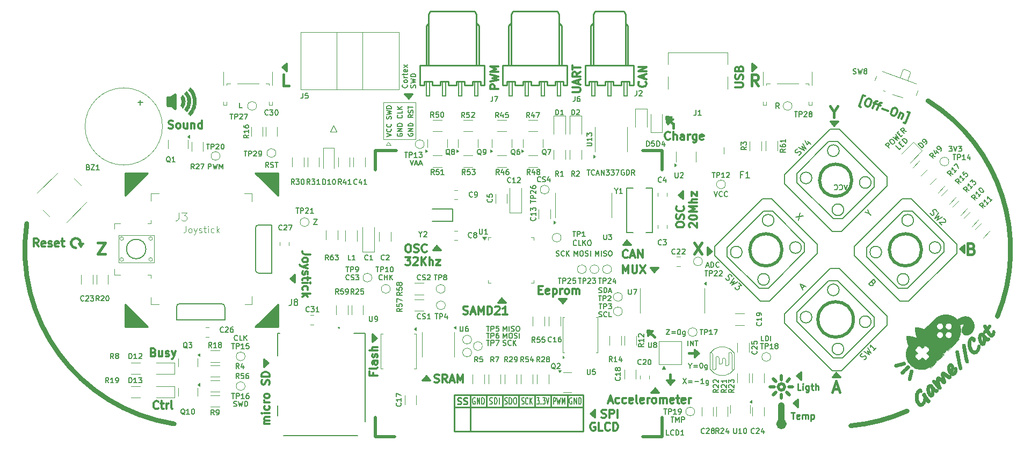
<source format=gbr>
G04 #@! TF.GenerationSoftware,KiCad,Pcbnew,9.0.2*
G04 #@! TF.CreationDate,2025-05-25T14:11:39-05:00*
G04 #@! TF.ProjectId,Game_Cat_R4,47616d65-5f43-4617-945f-52342e6b6963,4.1.4*
G04 #@! TF.SameCoordinates,Original*
G04 #@! TF.FileFunction,Legend,Top*
G04 #@! TF.FilePolarity,Positive*
%FSLAX46Y46*%
G04 Gerber Fmt 4.6, Leading zero omitted, Abs format (unit mm)*
G04 Created by KiCad (PCBNEW 9.0.2) date 2025-05-25 14:11:39*
%MOMM*%
%LPD*%
G01*
G04 APERTURE LIST*
%ADD10C,0.254000*%
%ADD11C,0.762000*%
%ADD12C,0.508000*%
%ADD13C,0.457200*%
%ADD14C,0.381000*%
%ADD15C,0.120000*%
%ADD16C,1.016000*%
%ADD17C,0.177800*%
%ADD18C,0.190500*%
%ADD19C,0.158750*%
%ADD20C,0.317500*%
%ADD21C,0.203200*%
%ADD22C,0.444500*%
%ADD23C,0.250000*%
%ADD24C,0.150000*%
%ADD25C,0.088900*%
%ADD26C,0.090000*%
%ADD27C,0.127000*%
%ADD28C,0.200000*%
%ADD29C,0.100000*%
%ADD30C,0.066040*%
%ADD31C,0.025400*%
%ADD32C,0.010000*%
G04 APERTURE END LIST*
D10*
X122402600Y-122961400D02*
X122402600Y-124917200D01*
X124942600Y-122936000D02*
X124942600Y-124841000D01*
X127482600Y-122936000D02*
X127482600Y-124841000D01*
X130022600Y-122936000D02*
X130022600Y-124841000D01*
X132588000Y-122936000D02*
X132588000Y-124815600D01*
X135128000Y-122936000D02*
X135128000Y-124815600D01*
X137693400Y-122936000D02*
X137693400Y-124815600D01*
X90551000Y-117856000D02*
X89789000Y-118491000D01*
X89789000Y-117221000D01*
X90551000Y-117856000D01*
G36*
X90551000Y-117856000D02*
G01*
X89789000Y-118491000D01*
X89789000Y-117221000D01*
X90551000Y-117856000D01*
G37*
D11*
X194564000Y-76454000D02*
G75*
G02*
X205511609Y-110500497I-14732000J-23520400D01*
G01*
X191262000Y-125476000D02*
G75*
G02*
X182399149Y-127802196I-11430000J25501600D01*
G01*
D12*
X171450000Y-123444000D02*
X171450000Y-122809000D01*
X170307000Y-121666000D02*
X169672000Y-121666000D01*
X173228000Y-121666000D02*
X172593000Y-121666000D01*
X172720000Y-120396000D02*
X172339000Y-120777000D01*
X170180000Y-120396000D02*
X170561000Y-120777000D01*
X170607223Y-122508777D02*
X170180000Y-122936000D01*
X172292777Y-122508777D02*
X172720000Y-122936000D01*
D10*
X158483300Y-116332000D02*
X157721300Y-116967000D01*
X157721300Y-115697000D01*
X158483300Y-116332000D01*
G36*
X158483300Y-116332000D02*
G01*
X157721300Y-116967000D01*
X157721300Y-115697000D01*
X158483300Y-116332000D01*
G37*
D13*
X156832300Y-116332000D02*
X157975300Y-116332000D01*
X151409400Y-113817400D02*
X150601177Y-113009177D01*
D10*
X151229794Y-112739769D02*
X150331769Y-113637795D01*
X150241966Y-112649966D01*
X151229794Y-112739769D01*
G36*
X151229794Y-112739769D02*
G01*
X150331769Y-113637795D01*
X150241966Y-112649966D01*
X151229794Y-112739769D01*
G37*
X92075000Y-91440000D02*
X88482898Y-87847898D01*
X92075000Y-87847898D01*
X92075000Y-91440000D01*
G36*
X92075000Y-91440000D02*
G01*
X88482898Y-87847898D01*
X92075000Y-87847898D01*
X92075000Y-91440000D01*
G37*
X67945000Y-91440000D02*
X67945000Y-87847898D01*
X71537102Y-87847898D01*
X67945000Y-91440000D01*
G36*
X67945000Y-91440000D02*
G01*
X67945000Y-87847898D01*
X71537102Y-87847898D01*
X67945000Y-91440000D01*
G37*
X71537102Y-112177102D02*
X67945000Y-112177102D01*
X67945000Y-108585000D01*
X71537102Y-112177102D01*
G36*
X71537102Y-112177102D02*
G01*
X67945000Y-112177102D01*
X67945000Y-108585000D01*
X71537102Y-112177102D01*
G37*
X92075000Y-112177102D02*
X88482898Y-112177102D01*
X92075000Y-108585000D01*
X92075000Y-112177102D01*
G36*
X92075000Y-112177102D02*
G01*
X88482898Y-112177102D01*
X92075000Y-108585000D01*
X92075000Y-112177102D01*
G37*
X154403828Y-79298800D02*
X153505803Y-80196826D01*
X153416000Y-79208997D01*
X154403828Y-79298800D01*
G36*
X154403828Y-79298800D02*
G01*
X153505803Y-80196826D01*
X153416000Y-79208997D01*
X154403828Y-79298800D01*
G37*
D14*
X153479500Y-79209900D02*
X154368500Y-80048100D01*
X154393900Y-80098900D02*
X154393900Y-80784700D01*
D15*
X109855000Y-83439000D02*
X109474000Y-82931000D01*
X108712000Y-76708000D02*
X108712000Y-82550000D01*
D10*
X136931400Y-108458001D02*
X136296400Y-107696001D01*
X137566400Y-107696000D01*
X136931400Y-108458001D01*
G36*
X136931400Y-108458001D02*
G01*
X136296400Y-107696001D01*
X137566400Y-107696000D01*
X136931400Y-108458001D01*
G37*
D15*
X109474000Y-82931000D02*
X109093000Y-83439000D01*
D10*
X112649000Y-76073000D02*
X112014000Y-75311000D01*
X113284000Y-75310999D01*
X112649000Y-76073000D01*
G36*
X112649000Y-76073000D02*
G01*
X112014000Y-75311000D01*
X113284000Y-75310999D01*
X112649000Y-76073000D01*
G37*
X94742000Y-105156000D02*
X93979999Y-104521000D01*
X94741999Y-103886000D01*
X94742000Y-105156000D01*
G36*
X94742000Y-105156000D02*
G01*
X93979999Y-104521000D01*
X94741999Y-103886000D01*
X94742000Y-105156000D01*
G37*
X200279001Y-100457000D02*
X199517000Y-99822000D01*
X200279000Y-99187000D01*
X200279001Y-100457000D01*
G36*
X200279001Y-100457000D02*
G01*
X199517000Y-99822000D01*
X200279000Y-99187000D01*
X200279001Y-100457000D01*
G37*
X127990600Y-108356400D02*
X126720600Y-108356401D01*
X127355600Y-107594400D01*
X127990600Y-108356400D01*
G36*
X127990600Y-108356400D02*
G01*
X126720600Y-108356401D01*
X127355600Y-107594400D01*
X127990600Y-108356400D01*
G37*
D16*
X171450000Y-127508000D02*
X171450000Y-124587000D01*
D15*
X108712000Y-82550000D02*
X113792000Y-82550000D01*
D10*
X151384000Y-103505000D02*
X150749000Y-102743000D01*
X152019000Y-102742999D01*
X151384000Y-103505000D01*
G36*
X151384000Y-103505000D02*
G01*
X150749000Y-102743000D01*
X152019000Y-102742999D01*
X151384000Y-103505000D01*
G37*
X142036800Y-126492000D02*
X141274799Y-125857000D01*
X142036799Y-125222000D01*
X142036800Y-126492000D01*
G36*
X142036800Y-126492000D02*
G01*
X141274799Y-125857000D01*
X142036799Y-125222000D01*
X142036800Y-126492000D01*
G37*
X152146000Y-122605799D02*
X150876000Y-122605800D01*
X151511000Y-121843799D01*
X152146000Y-122605799D01*
G36*
X152146000Y-122605799D02*
G01*
X150876000Y-122605800D01*
X151511000Y-121843799D01*
X152146000Y-122605799D01*
G37*
X179744557Y-80463869D02*
X179109557Y-79701869D01*
X180379557Y-79701868D01*
X179744557Y-80463869D01*
G36*
X179744557Y-80463869D02*
G01*
X179109557Y-79701869D01*
X180379557Y-79701868D01*
X179744557Y-80463869D01*
G37*
D15*
X113792000Y-82550000D02*
X113792000Y-76708000D01*
D10*
X174599600Y-120523000D02*
X173837599Y-119888000D01*
X174599599Y-119253000D01*
X174599600Y-120523000D01*
G36*
X174599600Y-120523000D02*
G01*
X173837599Y-119888000D01*
X174599599Y-119253000D01*
X174599600Y-120523000D01*
G37*
X107696000Y-113919000D02*
X106934000Y-114554000D01*
X106933999Y-113284000D01*
X107696000Y-113919000D01*
G36*
X107696000Y-113919000D02*
G01*
X106934000Y-114554000D01*
X106933999Y-113284000D01*
X107696000Y-113919000D01*
G37*
X167513000Y-71120000D02*
X166751000Y-71755000D01*
X166750999Y-70485000D01*
X167513000Y-71120000D01*
G36*
X167513000Y-71120000D02*
G01*
X166751000Y-71755000D01*
X166750999Y-70485000D01*
X167513000Y-71120000D01*
G37*
X60960000Y-99568000D02*
X60579000Y-98933000D01*
X61341000Y-98933000D01*
X60960000Y-99568000D01*
G36*
X60960000Y-99568000D02*
G01*
X60579000Y-98933000D01*
X61341000Y-98933000D01*
X60960000Y-99568000D01*
G37*
X180721000Y-120142000D02*
X179451000Y-120142001D01*
X180086000Y-119380000D01*
X180721000Y-120142000D01*
G36*
X180721000Y-120142000D02*
G01*
X179451000Y-120142001D01*
X180086000Y-119380000D01*
X180721000Y-120142000D01*
G37*
X119849900Y-122936000D02*
X119849900Y-124891800D01*
X174015400Y-124866400D02*
X173253399Y-124231400D01*
X174015399Y-123596400D01*
X174015400Y-124866400D01*
G36*
X174015400Y-124866400D02*
G01*
X173253399Y-124231400D01*
X174015399Y-123596400D01*
X174015400Y-124866400D01*
G37*
D12*
X171450000Y-120523000D02*
X171450000Y-119888000D01*
D10*
X117718589Y-100076000D02*
X116448589Y-100076001D01*
X117083589Y-99314000D01*
X117718589Y-100076000D01*
G36*
X117718589Y-100076000D02*
G01*
X116448589Y-100076001D01*
X117083589Y-99314000D01*
X117718589Y-100076000D01*
G37*
X116078000Y-120649999D02*
X114808000Y-120650000D01*
X115443000Y-119887999D01*
X116078000Y-120649999D01*
G36*
X116078000Y-120649999D02*
G01*
X114808000Y-120650000D01*
X115443000Y-119887999D01*
X116078000Y-120649999D01*
G37*
D15*
X109093000Y-83439000D02*
X109855000Y-83439000D01*
D10*
X93472001Y-71755000D02*
X92710000Y-71120000D01*
X93472000Y-70485000D01*
X93472001Y-71755000D01*
G36*
X93472001Y-71755000D02*
G01*
X92710000Y-71120000D01*
X93472000Y-70485000D01*
X93472001Y-71755000D01*
G37*
X140169900Y-122936000D02*
X140169900Y-124968000D01*
X155956000Y-91948000D02*
X155193999Y-91313000D01*
X155955999Y-90678000D01*
X155956000Y-91948000D01*
G36*
X155956000Y-91948000D02*
G01*
X155193999Y-91313000D01*
X155955999Y-90678000D01*
X155956000Y-91948000D01*
G37*
X160528000Y-100203000D02*
X159766000Y-100838000D01*
X159765999Y-99568000D01*
X160528000Y-100203000D01*
G36*
X160528000Y-100203000D02*
G01*
X159766000Y-100838000D01*
X159765999Y-99568000D01*
X160528000Y-100203000D01*
G37*
X119888000Y-122936000D02*
X140169900Y-122936000D01*
X154178000Y-78994000D02*
X153279975Y-79892026D01*
X153190172Y-78904197D01*
X154178000Y-78994000D01*
G36*
X154178000Y-78994000D02*
G01*
X153279975Y-79892026D01*
X153190172Y-78904197D01*
X154178000Y-78994000D01*
G37*
D11*
X171907905Y-127508000D02*
G75*
G02*
X170992095Y-127508000I-457905J0D01*
G01*
X170992095Y-127508000D02*
G75*
G02*
X171907905Y-127508000I457905J0D01*
G01*
D10*
X153924000Y-121348500D02*
X153289000Y-120586500D01*
X154559000Y-120586500D01*
X153924000Y-121348500D01*
G36*
X153924000Y-121348500D02*
G01*
X153289000Y-120586500D01*
X154559000Y-120586500D01*
X153924000Y-121348500D01*
G37*
D15*
X113792000Y-76708000D02*
X108712000Y-76708000D01*
D13*
X153924000Y-119697499D02*
X153924000Y-120840501D01*
D10*
X147701000Y-99186999D02*
X146431000Y-99187000D01*
X147066000Y-98424999D01*
X147701000Y-99186999D01*
G36*
X147701000Y-99186999D02*
G01*
X146431000Y-99187000D01*
X147066000Y-98424999D01*
X147701000Y-99186999D01*
G37*
D11*
X75692000Y-127508000D02*
G75*
G02*
X52468209Y-95849568I4343400J27533600D01*
G01*
D14*
X60198000Y-99695000D02*
G75*
G02*
X60960000Y-98933000I0J762000D01*
G01*
D12*
X171958000Y-121666000D02*
G75*
G02*
X170942000Y-121666000I-508000J0D01*
G01*
X170942000Y-121666000D02*
G75*
G02*
X171958000Y-121666000I508000J0D01*
G01*
D17*
X123130733Y-123427592D02*
X123063000Y-123379973D01*
X123063000Y-123379973D02*
X122961400Y-123379973D01*
X122961400Y-123379973D02*
X122859800Y-123427592D01*
X122859800Y-123427592D02*
X122792067Y-123522830D01*
X122792067Y-123522830D02*
X122758200Y-123618068D01*
X122758200Y-123618068D02*
X122724333Y-123808544D01*
X122724333Y-123808544D02*
X122724333Y-123951401D01*
X122724333Y-123951401D02*
X122758200Y-124141877D01*
X122758200Y-124141877D02*
X122792067Y-124237115D01*
X122792067Y-124237115D02*
X122859800Y-124332354D01*
X122859800Y-124332354D02*
X122961400Y-124379973D01*
X122961400Y-124379973D02*
X123029133Y-124379973D01*
X123029133Y-124379973D02*
X123130733Y-124332354D01*
X123130733Y-124332354D02*
X123164600Y-124284734D01*
X123164600Y-124284734D02*
X123164600Y-123951401D01*
X123164600Y-123951401D02*
X123029133Y-123951401D01*
X123469400Y-124379973D02*
X123469400Y-123379973D01*
X123469400Y-123379973D02*
X123875800Y-124379973D01*
X123875800Y-124379973D02*
X123875800Y-123379973D01*
X124214467Y-124379973D02*
X124214467Y-123379973D01*
X124214467Y-123379973D02*
X124383800Y-123379973D01*
X124383800Y-123379973D02*
X124485400Y-123427592D01*
X124485400Y-123427592D02*
X124553134Y-123522830D01*
X124553134Y-123522830D02*
X124587000Y-123618068D01*
X124587000Y-123618068D02*
X124620867Y-123808544D01*
X124620867Y-123808544D02*
X124620867Y-123951401D01*
X124620867Y-123951401D02*
X124587000Y-124141877D01*
X124587000Y-124141877D02*
X124553134Y-124237115D01*
X124553134Y-124237115D02*
X124485400Y-124332354D01*
X124485400Y-124332354D02*
X124383800Y-124379973D01*
X124383800Y-124379973D02*
X124214467Y-124379973D01*
D18*
X125432457Y-124331694D02*
X125541315Y-124379313D01*
X125541315Y-124379313D02*
X125722743Y-124379313D01*
X125722743Y-124379313D02*
X125795315Y-124331694D01*
X125795315Y-124331694D02*
X125831600Y-124284074D01*
X125831600Y-124284074D02*
X125867886Y-124188836D01*
X125867886Y-124188836D02*
X125867886Y-124093598D01*
X125867886Y-124093598D02*
X125831600Y-123998360D01*
X125831600Y-123998360D02*
X125795315Y-123950741D01*
X125795315Y-123950741D02*
X125722743Y-123903122D01*
X125722743Y-123903122D02*
X125577600Y-123855503D01*
X125577600Y-123855503D02*
X125505029Y-123807884D01*
X125505029Y-123807884D02*
X125468743Y-123760265D01*
X125468743Y-123760265D02*
X125432457Y-123665027D01*
X125432457Y-123665027D02*
X125432457Y-123569789D01*
X125432457Y-123569789D02*
X125468743Y-123474551D01*
X125468743Y-123474551D02*
X125505029Y-123426932D01*
X125505029Y-123426932D02*
X125577600Y-123379313D01*
X125577600Y-123379313D02*
X125759029Y-123379313D01*
X125759029Y-123379313D02*
X125867886Y-123426932D01*
X126194457Y-124379313D02*
X126194457Y-123379313D01*
X126194457Y-123379313D02*
X126375886Y-123379313D01*
X126375886Y-123379313D02*
X126484743Y-123426932D01*
X126484743Y-123426932D02*
X126557314Y-123522170D01*
X126557314Y-123522170D02*
X126593600Y-123617408D01*
X126593600Y-123617408D02*
X126629886Y-123807884D01*
X126629886Y-123807884D02*
X126629886Y-123950741D01*
X126629886Y-123950741D02*
X126593600Y-124141217D01*
X126593600Y-124141217D02*
X126557314Y-124236455D01*
X126557314Y-124236455D02*
X126484743Y-124331694D01*
X126484743Y-124331694D02*
X126375886Y-124379313D01*
X126375886Y-124379313D02*
X126194457Y-124379313D01*
X126956457Y-124379313D02*
X126956457Y-123379313D01*
D17*
X127821266Y-124332354D02*
X127922866Y-124379973D01*
X127922866Y-124379973D02*
X128092200Y-124379973D01*
X128092200Y-124379973D02*
X128159933Y-124332354D01*
X128159933Y-124332354D02*
X128193800Y-124284734D01*
X128193800Y-124284734D02*
X128227666Y-124189496D01*
X128227666Y-124189496D02*
X128227666Y-124094258D01*
X128227666Y-124094258D02*
X128193800Y-123999020D01*
X128193800Y-123999020D02*
X128159933Y-123951401D01*
X128159933Y-123951401D02*
X128092200Y-123903782D01*
X128092200Y-123903782D02*
X127956733Y-123856163D01*
X127956733Y-123856163D02*
X127889000Y-123808544D01*
X127889000Y-123808544D02*
X127855133Y-123760925D01*
X127855133Y-123760925D02*
X127821266Y-123665687D01*
X127821266Y-123665687D02*
X127821266Y-123570449D01*
X127821266Y-123570449D02*
X127855133Y-123475211D01*
X127855133Y-123475211D02*
X127889000Y-123427592D01*
X127889000Y-123427592D02*
X127956733Y-123379973D01*
X127956733Y-123379973D02*
X128126066Y-123379973D01*
X128126066Y-123379973D02*
X128227666Y-123427592D01*
X128532466Y-124379973D02*
X128532466Y-123379973D01*
X128532466Y-123379973D02*
X128701799Y-123379973D01*
X128701799Y-123379973D02*
X128803399Y-123427592D01*
X128803399Y-123427592D02*
X128871133Y-123522830D01*
X128871133Y-123522830D02*
X128904999Y-123618068D01*
X128904999Y-123618068D02*
X128938866Y-123808544D01*
X128938866Y-123808544D02*
X128938866Y-123951401D01*
X128938866Y-123951401D02*
X128904999Y-124141877D01*
X128904999Y-124141877D02*
X128871133Y-124237115D01*
X128871133Y-124237115D02*
X128803399Y-124332354D01*
X128803399Y-124332354D02*
X128701799Y-124379973D01*
X128701799Y-124379973D02*
X128532466Y-124379973D01*
X129379133Y-123379973D02*
X129514599Y-123379973D01*
X129514599Y-123379973D02*
X129582333Y-123427592D01*
X129582333Y-123427592D02*
X129650066Y-123522830D01*
X129650066Y-123522830D02*
X129683933Y-123713306D01*
X129683933Y-123713306D02*
X129683933Y-124046639D01*
X129683933Y-124046639D02*
X129650066Y-124237115D01*
X129650066Y-124237115D02*
X129582333Y-124332354D01*
X129582333Y-124332354D02*
X129514599Y-124379973D01*
X129514599Y-124379973D02*
X129379133Y-124379973D01*
X129379133Y-124379973D02*
X129311399Y-124332354D01*
X129311399Y-124332354D02*
X129243666Y-124237115D01*
X129243666Y-124237115D02*
X129209799Y-124046639D01*
X129209799Y-124046639D02*
X129209799Y-123713306D01*
X129209799Y-123713306D02*
X129243666Y-123522830D01*
X129243666Y-123522830D02*
X129311399Y-123427592D01*
X129311399Y-123427592D02*
X129379133Y-123379973D01*
D19*
X130501571Y-124333345D02*
X130592285Y-124380964D01*
X130592285Y-124380964D02*
X130743476Y-124380964D01*
X130743476Y-124380964D02*
X130803952Y-124333345D01*
X130803952Y-124333345D02*
X130834190Y-124285725D01*
X130834190Y-124285725D02*
X130864428Y-124190487D01*
X130864428Y-124190487D02*
X130864428Y-124095249D01*
X130864428Y-124095249D02*
X130834190Y-124000011D01*
X130834190Y-124000011D02*
X130803952Y-123952392D01*
X130803952Y-123952392D02*
X130743476Y-123904773D01*
X130743476Y-123904773D02*
X130622523Y-123857154D01*
X130622523Y-123857154D02*
X130562047Y-123809535D01*
X130562047Y-123809535D02*
X130531809Y-123761916D01*
X130531809Y-123761916D02*
X130501571Y-123666678D01*
X130501571Y-123666678D02*
X130501571Y-123571440D01*
X130501571Y-123571440D02*
X130531809Y-123476202D01*
X130531809Y-123476202D02*
X130562047Y-123428583D01*
X130562047Y-123428583D02*
X130622523Y-123380964D01*
X130622523Y-123380964D02*
X130773714Y-123380964D01*
X130773714Y-123380964D02*
X130864428Y-123428583D01*
X131499428Y-124285725D02*
X131469190Y-124333345D01*
X131469190Y-124333345D02*
X131378476Y-124380964D01*
X131378476Y-124380964D02*
X131318000Y-124380964D01*
X131318000Y-124380964D02*
X131227285Y-124333345D01*
X131227285Y-124333345D02*
X131166809Y-124238106D01*
X131166809Y-124238106D02*
X131136571Y-124142868D01*
X131136571Y-124142868D02*
X131106333Y-123952392D01*
X131106333Y-123952392D02*
X131106333Y-123809535D01*
X131106333Y-123809535D02*
X131136571Y-123619059D01*
X131136571Y-123619059D02*
X131166809Y-123523821D01*
X131166809Y-123523821D02*
X131227285Y-123428583D01*
X131227285Y-123428583D02*
X131318000Y-123380964D01*
X131318000Y-123380964D02*
X131378476Y-123380964D01*
X131378476Y-123380964D02*
X131469190Y-123428583D01*
X131469190Y-123428583D02*
X131499428Y-123476202D01*
X131771571Y-124380964D02*
X131771571Y-123380964D01*
X132134428Y-124380964D02*
X131862285Y-123809535D01*
X132134428Y-123380964D02*
X131771571Y-123952392D01*
X132895219Y-123380964D02*
X133288314Y-123380964D01*
X133288314Y-123380964D02*
X133076647Y-123761916D01*
X133076647Y-123761916D02*
X133167362Y-123761916D01*
X133167362Y-123761916D02*
X133227838Y-123809535D01*
X133227838Y-123809535D02*
X133258076Y-123857154D01*
X133258076Y-123857154D02*
X133288314Y-123952392D01*
X133288314Y-123952392D02*
X133288314Y-124190487D01*
X133288314Y-124190487D02*
X133258076Y-124285725D01*
X133258076Y-124285725D02*
X133227838Y-124333345D01*
X133227838Y-124333345D02*
X133167362Y-124380964D01*
X133167362Y-124380964D02*
X132985933Y-124380964D01*
X132985933Y-124380964D02*
X132925457Y-124333345D01*
X132925457Y-124333345D02*
X132895219Y-124285725D01*
X133560457Y-124285725D02*
X133590695Y-124333345D01*
X133590695Y-124333345D02*
X133560457Y-124380964D01*
X133560457Y-124380964D02*
X133530219Y-124333345D01*
X133530219Y-124333345D02*
X133560457Y-124285725D01*
X133560457Y-124285725D02*
X133560457Y-124380964D01*
X133802362Y-123380964D02*
X134195457Y-123380964D01*
X134195457Y-123380964D02*
X133983790Y-123761916D01*
X133983790Y-123761916D02*
X134074505Y-123761916D01*
X134074505Y-123761916D02*
X134134981Y-123809535D01*
X134134981Y-123809535D02*
X134165219Y-123857154D01*
X134165219Y-123857154D02*
X134195457Y-123952392D01*
X134195457Y-123952392D02*
X134195457Y-124190487D01*
X134195457Y-124190487D02*
X134165219Y-124285725D01*
X134165219Y-124285725D02*
X134134981Y-124333345D01*
X134134981Y-124333345D02*
X134074505Y-124380964D01*
X134074505Y-124380964D02*
X133893076Y-124380964D01*
X133893076Y-124380964D02*
X133832600Y-124333345D01*
X133832600Y-124333345D02*
X133802362Y-124285725D01*
X134376886Y-123380964D02*
X134588552Y-124380964D01*
X134588552Y-124380964D02*
X134800219Y-123380964D01*
D17*
X138396133Y-123427592D02*
X138328400Y-123379973D01*
X138328400Y-123379973D02*
X138226800Y-123379973D01*
X138226800Y-123379973D02*
X138125200Y-123427592D01*
X138125200Y-123427592D02*
X138057467Y-123522830D01*
X138057467Y-123522830D02*
X138023600Y-123618068D01*
X138023600Y-123618068D02*
X137989733Y-123808544D01*
X137989733Y-123808544D02*
X137989733Y-123951401D01*
X137989733Y-123951401D02*
X138023600Y-124141877D01*
X138023600Y-124141877D02*
X138057467Y-124237115D01*
X138057467Y-124237115D02*
X138125200Y-124332354D01*
X138125200Y-124332354D02*
X138226800Y-124379973D01*
X138226800Y-124379973D02*
X138294533Y-124379973D01*
X138294533Y-124379973D02*
X138396133Y-124332354D01*
X138396133Y-124332354D02*
X138430000Y-124284734D01*
X138430000Y-124284734D02*
X138430000Y-123951401D01*
X138430000Y-123951401D02*
X138294533Y-123951401D01*
X138734800Y-124379973D02*
X138734800Y-123379973D01*
X138734800Y-123379973D02*
X139141200Y-124379973D01*
X139141200Y-124379973D02*
X139141200Y-123379973D01*
X139479867Y-124379973D02*
X139479867Y-123379973D01*
X139479867Y-123379973D02*
X139649200Y-123379973D01*
X139649200Y-123379973D02*
X139750800Y-123427592D01*
X139750800Y-123427592D02*
X139818534Y-123522830D01*
X139818534Y-123522830D02*
X139852400Y-123618068D01*
X139852400Y-123618068D02*
X139886267Y-123808544D01*
X139886267Y-123808544D02*
X139886267Y-123951401D01*
X139886267Y-123951401D02*
X139852400Y-124141877D01*
X139852400Y-124141877D02*
X139818534Y-124237115D01*
X139818534Y-124237115D02*
X139750800Y-124332354D01*
X139750800Y-124332354D02*
X139649200Y-124379973D01*
X139649200Y-124379973D02*
X139479867Y-124379973D01*
D19*
X135505976Y-124380964D02*
X135505976Y-123380964D01*
X135505976Y-123380964D02*
X135747881Y-123380964D01*
X135747881Y-123380964D02*
X135808357Y-123428583D01*
X135808357Y-123428583D02*
X135838595Y-123476202D01*
X135838595Y-123476202D02*
X135868833Y-123571440D01*
X135868833Y-123571440D02*
X135868833Y-123714297D01*
X135868833Y-123714297D02*
X135838595Y-123809535D01*
X135838595Y-123809535D02*
X135808357Y-123857154D01*
X135808357Y-123857154D02*
X135747881Y-123904773D01*
X135747881Y-123904773D02*
X135505976Y-123904773D01*
X136080500Y-123380964D02*
X136231690Y-124380964D01*
X136231690Y-124380964D02*
X136352643Y-123666678D01*
X136352643Y-123666678D02*
X136473595Y-124380964D01*
X136473595Y-124380964D02*
X136624786Y-123380964D01*
X136866690Y-124380964D02*
X136866690Y-123380964D01*
X136866690Y-123380964D02*
X137078357Y-124095249D01*
X137078357Y-124095249D02*
X137290023Y-123380964D01*
X137290023Y-123380964D02*
X137290023Y-124380964D01*
D20*
X97218982Y-100746077D02*
X96311839Y-100746077D01*
X96311839Y-100746077D02*
X96130411Y-100685600D01*
X96130411Y-100685600D02*
X96009459Y-100564648D01*
X96009459Y-100564648D02*
X95948982Y-100383219D01*
X95948982Y-100383219D02*
X95948982Y-100262267D01*
X95948982Y-101532267D02*
X96009459Y-101411315D01*
X96009459Y-101411315D02*
X96069935Y-101350838D01*
X96069935Y-101350838D02*
X96190887Y-101290362D01*
X96190887Y-101290362D02*
X96553744Y-101290362D01*
X96553744Y-101290362D02*
X96674697Y-101350838D01*
X96674697Y-101350838D02*
X96735173Y-101411315D01*
X96735173Y-101411315D02*
X96795649Y-101532267D01*
X96795649Y-101532267D02*
X96795649Y-101713696D01*
X96795649Y-101713696D02*
X96735173Y-101834648D01*
X96735173Y-101834648D02*
X96674697Y-101895124D01*
X96674697Y-101895124D02*
X96553744Y-101955600D01*
X96553744Y-101955600D02*
X96190887Y-101955600D01*
X96190887Y-101955600D02*
X96069935Y-101895124D01*
X96069935Y-101895124D02*
X96009459Y-101834648D01*
X96009459Y-101834648D02*
X95948982Y-101713696D01*
X95948982Y-101713696D02*
X95948982Y-101532267D01*
X96795649Y-102378934D02*
X95948982Y-102681315D01*
X96795649Y-102983696D02*
X95948982Y-102681315D01*
X95948982Y-102681315D02*
X95646601Y-102560363D01*
X95646601Y-102560363D02*
X95586125Y-102499886D01*
X95586125Y-102499886D02*
X95525649Y-102378934D01*
X96009459Y-103407029D02*
X95948982Y-103527982D01*
X95948982Y-103527982D02*
X95948982Y-103769886D01*
X95948982Y-103769886D02*
X96009459Y-103890839D01*
X96009459Y-103890839D02*
X96130411Y-103951315D01*
X96130411Y-103951315D02*
X96190887Y-103951315D01*
X96190887Y-103951315D02*
X96311839Y-103890839D01*
X96311839Y-103890839D02*
X96372316Y-103769886D01*
X96372316Y-103769886D02*
X96372316Y-103588458D01*
X96372316Y-103588458D02*
X96432792Y-103467505D01*
X96432792Y-103467505D02*
X96553744Y-103407029D01*
X96553744Y-103407029D02*
X96614220Y-103407029D01*
X96614220Y-103407029D02*
X96735173Y-103467505D01*
X96735173Y-103467505D02*
X96795649Y-103588458D01*
X96795649Y-103588458D02*
X96795649Y-103769886D01*
X96795649Y-103769886D02*
X96735173Y-103890839D01*
X96795649Y-104314172D02*
X96795649Y-104797981D01*
X97218982Y-104495600D02*
X96130411Y-104495600D01*
X96130411Y-104495600D02*
X96009459Y-104556077D01*
X96009459Y-104556077D02*
X95948982Y-104677029D01*
X95948982Y-104677029D02*
X95948982Y-104797981D01*
X95948982Y-105221314D02*
X96795649Y-105221314D01*
X97218982Y-105221314D02*
X97158506Y-105160838D01*
X97158506Y-105160838D02*
X97098030Y-105221314D01*
X97098030Y-105221314D02*
X97158506Y-105281791D01*
X97158506Y-105281791D02*
X97218982Y-105221314D01*
X97218982Y-105221314D02*
X97098030Y-105221314D01*
X96009459Y-106370362D02*
X95948982Y-106249410D01*
X95948982Y-106249410D02*
X95948982Y-106007505D01*
X95948982Y-106007505D02*
X96009459Y-105886553D01*
X96009459Y-105886553D02*
X96069935Y-105826076D01*
X96069935Y-105826076D02*
X96190887Y-105765600D01*
X96190887Y-105765600D02*
X96553744Y-105765600D01*
X96553744Y-105765600D02*
X96674697Y-105826076D01*
X96674697Y-105826076D02*
X96735173Y-105886553D01*
X96735173Y-105886553D02*
X96795649Y-106007505D01*
X96795649Y-106007505D02*
X96795649Y-106249410D01*
X96795649Y-106249410D02*
X96735173Y-106370362D01*
X95948982Y-106914647D02*
X97218982Y-106914647D01*
X96432792Y-107035600D02*
X95948982Y-107398457D01*
X96795649Y-107398457D02*
X96311839Y-106914647D01*
X183984585Y-77427680D02*
X183700440Y-77324260D01*
X183700440Y-77324260D02*
X184320962Y-75619389D01*
X184320962Y-75619389D02*
X184605107Y-75722809D01*
X185245688Y-76084676D02*
X185473004Y-76167413D01*
X185473004Y-76167413D02*
X185565978Y-76265610D01*
X185565978Y-76265610D02*
X185638268Y-76420636D01*
X185638268Y-76420636D02*
X185612361Y-76668636D01*
X185612361Y-76668636D02*
X185467572Y-77066439D01*
X185467572Y-77066439D02*
X185328007Y-77273071D01*
X185328007Y-77273071D02*
X185172981Y-77345361D01*
X185172981Y-77345361D02*
X185038638Y-77360822D01*
X185038638Y-77360822D02*
X184811322Y-77278086D01*
X184811322Y-77278086D02*
X184718348Y-77179889D01*
X184718348Y-77179889D02*
X184646058Y-77024862D01*
X184646058Y-77024862D02*
X184671966Y-76776862D01*
X184671966Y-76776862D02*
X184816754Y-76379059D01*
X184816754Y-76379059D02*
X184956319Y-76172427D01*
X184956319Y-76172427D02*
X185111346Y-76100137D01*
X185111346Y-76100137D02*
X185245688Y-76084676D01*
X185953335Y-76792741D02*
X186407967Y-76958213D01*
X185834245Y-77650399D02*
X186206558Y-76627477D01*
X186206558Y-76627477D02*
X186304755Y-76534503D01*
X186304755Y-76534503D02*
X186439097Y-76519042D01*
X186439097Y-76519042D02*
X186552755Y-76560410D01*
X186635283Y-77040949D02*
X187089915Y-77206422D01*
X186516193Y-77898608D02*
X186888506Y-76875685D01*
X186888506Y-76875685D02*
X186986703Y-76782711D01*
X186986703Y-76782711D02*
X187121045Y-76767251D01*
X187121045Y-76767251D02*
X187234703Y-76808619D01*
X187363613Y-77692185D02*
X188272878Y-78023130D01*
X189337377Y-77573929D02*
X189564693Y-77656666D01*
X189564693Y-77656666D02*
X189657667Y-77754863D01*
X189657667Y-77754863D02*
X189729957Y-77909889D01*
X189729957Y-77909889D02*
X189704050Y-78157889D01*
X189704050Y-78157889D02*
X189559262Y-78555693D01*
X189559262Y-78555693D02*
X189419696Y-78762325D01*
X189419696Y-78762325D02*
X189264670Y-78834614D01*
X189264670Y-78834614D02*
X189130328Y-78850075D01*
X189130328Y-78850075D02*
X188903012Y-78767339D01*
X188903012Y-78767339D02*
X188810038Y-78669142D01*
X188810038Y-78669142D02*
X188737748Y-78514116D01*
X188737748Y-78514116D02*
X188763655Y-78266115D01*
X188763655Y-78266115D02*
X188908444Y-77868312D01*
X188908444Y-77868312D02*
X189048009Y-77661680D01*
X189048009Y-77661680D02*
X189203035Y-77589390D01*
X189203035Y-77589390D02*
X189337377Y-77573929D01*
X190215511Y-78344046D02*
X189925934Y-79139652D01*
X190174143Y-78457704D02*
X190251656Y-78421559D01*
X190251656Y-78421559D02*
X190385998Y-78406098D01*
X190385998Y-78406098D02*
X190556485Y-78468150D01*
X190556485Y-78468150D02*
X190649459Y-78566348D01*
X190649459Y-78566348D02*
X190664920Y-78700690D01*
X190664920Y-78700690D02*
X190437395Y-79325809D01*
X190747239Y-79889085D02*
X191031385Y-79992505D01*
X191031385Y-79992505D02*
X191651907Y-78287634D01*
X191651907Y-78287634D02*
X191367762Y-78184214D01*
D21*
X188460398Y-83927131D02*
X187885661Y-83352395D01*
X187885661Y-83352395D02*
X188104608Y-83133448D01*
X188104608Y-83133448D02*
X188186714Y-83106079D01*
X188186714Y-83106079D02*
X188241450Y-83106079D01*
X188241450Y-83106079D02*
X188323556Y-83133448D01*
X188323556Y-83133448D02*
X188405661Y-83215553D01*
X188405661Y-83215553D02*
X188433029Y-83297658D01*
X188433029Y-83297658D02*
X188433029Y-83352395D01*
X188433029Y-83352395D02*
X188405661Y-83434500D01*
X188405661Y-83434500D02*
X188186714Y-83653447D01*
X188569871Y-82668185D02*
X188679345Y-82558711D01*
X188679345Y-82558711D02*
X188761450Y-82531343D01*
X188761450Y-82531343D02*
X188870924Y-82531343D01*
X188870924Y-82531343D02*
X189007766Y-82613448D01*
X189007766Y-82613448D02*
X189199344Y-82805027D01*
X189199344Y-82805027D02*
X189281450Y-82941869D01*
X189281450Y-82941869D02*
X189281450Y-83051343D01*
X189281450Y-83051343D02*
X189254081Y-83133448D01*
X189254081Y-83133448D02*
X189144608Y-83242921D01*
X189144608Y-83242921D02*
X189062502Y-83270290D01*
X189062502Y-83270290D02*
X188953029Y-83270290D01*
X188953029Y-83270290D02*
X188816187Y-83188185D01*
X188816187Y-83188185D02*
X188624608Y-82996606D01*
X188624608Y-82996606D02*
X188542503Y-82859764D01*
X188542503Y-82859764D02*
X188542503Y-82750290D01*
X188542503Y-82750290D02*
X188569871Y-82668185D01*
X189007766Y-82230290D02*
X189719344Y-82668185D01*
X189719344Y-82668185D02*
X189418292Y-82148185D01*
X189418292Y-82148185D02*
X189938291Y-82449238D01*
X189938291Y-82449238D02*
X189500397Y-81737659D01*
X189993028Y-81792396D02*
X190184607Y-81600817D01*
X190567764Y-81819765D02*
X190294080Y-82093449D01*
X190294080Y-82093449D02*
X189719344Y-81518712D01*
X189719344Y-81518712D02*
X189993028Y-81245028D01*
X191142500Y-81245029D02*
X190677238Y-81162923D01*
X190814080Y-81573449D02*
X190239343Y-80998713D01*
X190239343Y-80998713D02*
X190458290Y-80779766D01*
X190458290Y-80779766D02*
X190540396Y-80752397D01*
X190540396Y-80752397D02*
X190595132Y-80752397D01*
X190595132Y-80752397D02*
X190677238Y-80779766D01*
X190677238Y-80779766D02*
X190759343Y-80861871D01*
X190759343Y-80861871D02*
X190786711Y-80943976D01*
X190786711Y-80943976D02*
X190786711Y-80998713D01*
X190786711Y-80998713D02*
X190759343Y-81080818D01*
X190759343Y-81080818D02*
X190540396Y-81299765D01*
X190343585Y-83894530D02*
X190069901Y-84168214D01*
X190069901Y-84168214D02*
X189495164Y-83593478D01*
X190234111Y-83401899D02*
X190425690Y-83210320D01*
X190808847Y-83429268D02*
X190535163Y-83702952D01*
X190535163Y-83702952D02*
X189960427Y-83128215D01*
X189960427Y-83128215D02*
X190234111Y-82854531D01*
X191055163Y-83182952D02*
X190480426Y-82608216D01*
X190480426Y-82608216D02*
X190617268Y-82471374D01*
X190617268Y-82471374D02*
X190726742Y-82416637D01*
X190726742Y-82416637D02*
X190836216Y-82416637D01*
X190836216Y-82416637D02*
X190918321Y-82444006D01*
X190918321Y-82444006D02*
X191055163Y-82526111D01*
X191055163Y-82526111D02*
X191137268Y-82608216D01*
X191137268Y-82608216D02*
X191219373Y-82745058D01*
X191219373Y-82745058D02*
X191246741Y-82827163D01*
X191246741Y-82827163D02*
X191246741Y-82936637D01*
X191246741Y-82936637D02*
X191192005Y-83046110D01*
X191192005Y-83046110D02*
X191055163Y-83182952D01*
D22*
X179662666Y-121957423D02*
X180509333Y-121957423D01*
X179493333Y-122465423D02*
X180086000Y-120687423D01*
X180086000Y-120687423D02*
X180678666Y-122465423D01*
X201422000Y-99817090D02*
X201676000Y-99901757D01*
X201676000Y-99901757D02*
X201760666Y-99986423D01*
X201760666Y-99986423D02*
X201845333Y-100155757D01*
X201845333Y-100155757D02*
X201845333Y-100409757D01*
X201845333Y-100409757D02*
X201760666Y-100579090D01*
X201760666Y-100579090D02*
X201676000Y-100663757D01*
X201676000Y-100663757D02*
X201506666Y-100748423D01*
X201506666Y-100748423D02*
X200829333Y-100748423D01*
X200829333Y-100748423D02*
X200829333Y-98970423D01*
X200829333Y-98970423D02*
X201422000Y-98970423D01*
X201422000Y-98970423D02*
X201591333Y-99055090D01*
X201591333Y-99055090D02*
X201676000Y-99139757D01*
X201676000Y-99139757D02*
X201760666Y-99309090D01*
X201760666Y-99309090D02*
X201760666Y-99478423D01*
X201760666Y-99478423D02*
X201676000Y-99647757D01*
X201676000Y-99647757D02*
X201591333Y-99732423D01*
X201591333Y-99732423D02*
X201422000Y-99817090D01*
X201422000Y-99817090D02*
X200829333Y-99817090D01*
X157725534Y-98843423D02*
X158910867Y-100621423D01*
X158910867Y-98843423D02*
X157725534Y-100621423D01*
X179705000Y-78184757D02*
X179705000Y-79031423D01*
X179112333Y-77253423D02*
X179705000Y-78184757D01*
X179705000Y-78184757D02*
X180297666Y-77253423D01*
D20*
X74809046Y-80774540D02*
X74990475Y-80835016D01*
X74990475Y-80835016D02*
X75292856Y-80835016D01*
X75292856Y-80835016D02*
X75413808Y-80774540D01*
X75413808Y-80774540D02*
X75474284Y-80714063D01*
X75474284Y-80714063D02*
X75534761Y-80593111D01*
X75534761Y-80593111D02*
X75534761Y-80472159D01*
X75534761Y-80472159D02*
X75474284Y-80351206D01*
X75474284Y-80351206D02*
X75413808Y-80290730D01*
X75413808Y-80290730D02*
X75292856Y-80230254D01*
X75292856Y-80230254D02*
X75050951Y-80169778D01*
X75050951Y-80169778D02*
X74929999Y-80109301D01*
X74929999Y-80109301D02*
X74869522Y-80048825D01*
X74869522Y-80048825D02*
X74809046Y-79927873D01*
X74809046Y-79927873D02*
X74809046Y-79806920D01*
X74809046Y-79806920D02*
X74869522Y-79685968D01*
X74869522Y-79685968D02*
X74929999Y-79625492D01*
X74929999Y-79625492D02*
X75050951Y-79565016D01*
X75050951Y-79565016D02*
X75353332Y-79565016D01*
X75353332Y-79565016D02*
X75534761Y-79625492D01*
X76260475Y-80835016D02*
X76139523Y-80774540D01*
X76139523Y-80774540D02*
X76079046Y-80714063D01*
X76079046Y-80714063D02*
X76018570Y-80593111D01*
X76018570Y-80593111D02*
X76018570Y-80230254D01*
X76018570Y-80230254D02*
X76079046Y-80109301D01*
X76079046Y-80109301D02*
X76139523Y-80048825D01*
X76139523Y-80048825D02*
X76260475Y-79988349D01*
X76260475Y-79988349D02*
X76441904Y-79988349D01*
X76441904Y-79988349D02*
X76562856Y-80048825D01*
X76562856Y-80048825D02*
X76623332Y-80109301D01*
X76623332Y-80109301D02*
X76683808Y-80230254D01*
X76683808Y-80230254D02*
X76683808Y-80593111D01*
X76683808Y-80593111D02*
X76623332Y-80714063D01*
X76623332Y-80714063D02*
X76562856Y-80774540D01*
X76562856Y-80774540D02*
X76441904Y-80835016D01*
X76441904Y-80835016D02*
X76260475Y-80835016D01*
X77772380Y-79988349D02*
X77772380Y-80835016D01*
X77228094Y-79988349D02*
X77228094Y-80653587D01*
X77228094Y-80653587D02*
X77288571Y-80774540D01*
X77288571Y-80774540D02*
X77409523Y-80835016D01*
X77409523Y-80835016D02*
X77590952Y-80835016D01*
X77590952Y-80835016D02*
X77711904Y-80774540D01*
X77711904Y-80774540D02*
X77772380Y-80714063D01*
X78377142Y-79988349D02*
X78377142Y-80835016D01*
X78377142Y-80109301D02*
X78437619Y-80048825D01*
X78437619Y-80048825D02*
X78558571Y-79988349D01*
X78558571Y-79988349D02*
X78740000Y-79988349D01*
X78740000Y-79988349D02*
X78860952Y-80048825D01*
X78860952Y-80048825D02*
X78921428Y-80169778D01*
X78921428Y-80169778D02*
X78921428Y-80835016D01*
X80070476Y-80835016D02*
X80070476Y-79565016D01*
X80070476Y-80774540D02*
X79949524Y-80835016D01*
X79949524Y-80835016D02*
X79707619Y-80835016D01*
X79707619Y-80835016D02*
X79586667Y-80774540D01*
X79586667Y-80774540D02*
X79526190Y-80714063D01*
X79526190Y-80714063D02*
X79465714Y-80593111D01*
X79465714Y-80593111D02*
X79465714Y-80230254D01*
X79465714Y-80230254D02*
X79526190Y-80109301D01*
X79526190Y-80109301D02*
X79586667Y-80048825D01*
X79586667Y-80048825D02*
X79707619Y-79988349D01*
X79707619Y-79988349D02*
X79949524Y-79988349D01*
X79949524Y-79988349D02*
X80070476Y-80048825D01*
D21*
X112409759Y-73884335D02*
X112448464Y-73923039D01*
X112448464Y-73923039D02*
X112487168Y-74039154D01*
X112487168Y-74039154D02*
X112487168Y-74116563D01*
X112487168Y-74116563D02*
X112448464Y-74232677D01*
X112448464Y-74232677D02*
X112371054Y-74310087D01*
X112371054Y-74310087D02*
X112293644Y-74348792D01*
X112293644Y-74348792D02*
X112138825Y-74387496D01*
X112138825Y-74387496D02*
X112022711Y-74387496D01*
X112022711Y-74387496D02*
X111867892Y-74348792D01*
X111867892Y-74348792D02*
X111790483Y-74310087D01*
X111790483Y-74310087D02*
X111713073Y-74232677D01*
X111713073Y-74232677D02*
X111674368Y-74116563D01*
X111674368Y-74116563D02*
X111674368Y-74039154D01*
X111674368Y-74039154D02*
X111713073Y-73923039D01*
X111713073Y-73923039D02*
X111751778Y-73884335D01*
X112487168Y-73419877D02*
X112448464Y-73497287D01*
X112448464Y-73497287D02*
X112409759Y-73535992D01*
X112409759Y-73535992D02*
X112332349Y-73574696D01*
X112332349Y-73574696D02*
X112100121Y-73574696D01*
X112100121Y-73574696D02*
X112022711Y-73535992D01*
X112022711Y-73535992D02*
X111984006Y-73497287D01*
X111984006Y-73497287D02*
X111945302Y-73419877D01*
X111945302Y-73419877D02*
X111945302Y-73303763D01*
X111945302Y-73303763D02*
X111984006Y-73226354D01*
X111984006Y-73226354D02*
X112022711Y-73187649D01*
X112022711Y-73187649D02*
X112100121Y-73148944D01*
X112100121Y-73148944D02*
X112332349Y-73148944D01*
X112332349Y-73148944D02*
X112409759Y-73187649D01*
X112409759Y-73187649D02*
X112448464Y-73226354D01*
X112448464Y-73226354D02*
X112487168Y-73303763D01*
X112487168Y-73303763D02*
X112487168Y-73419877D01*
X112487168Y-72800602D02*
X111945302Y-72800602D01*
X112100121Y-72800602D02*
X112022711Y-72761897D01*
X112022711Y-72761897D02*
X111984006Y-72723192D01*
X111984006Y-72723192D02*
X111945302Y-72645783D01*
X111945302Y-72645783D02*
X111945302Y-72568373D01*
X111945302Y-72413554D02*
X111945302Y-72103916D01*
X111674368Y-72297440D02*
X112371054Y-72297440D01*
X112371054Y-72297440D02*
X112448464Y-72258735D01*
X112448464Y-72258735D02*
X112487168Y-72181325D01*
X112487168Y-72181325D02*
X112487168Y-72103916D01*
X112448464Y-71523345D02*
X112487168Y-71600754D01*
X112487168Y-71600754D02*
X112487168Y-71755573D01*
X112487168Y-71755573D02*
X112448464Y-71832983D01*
X112448464Y-71832983D02*
X112371054Y-71871687D01*
X112371054Y-71871687D02*
X112061416Y-71871687D01*
X112061416Y-71871687D02*
X111984006Y-71832983D01*
X111984006Y-71832983D02*
X111945302Y-71755573D01*
X111945302Y-71755573D02*
X111945302Y-71600754D01*
X111945302Y-71600754D02*
X111984006Y-71523345D01*
X111984006Y-71523345D02*
X112061416Y-71484640D01*
X112061416Y-71484640D02*
X112138825Y-71484640D01*
X112138825Y-71484640D02*
X112216235Y-71871687D01*
X112487168Y-71213706D02*
X111945302Y-70787954D01*
X111945302Y-71213706D02*
X112487168Y-70787954D01*
X113757026Y-74387496D02*
X113795730Y-74271382D01*
X113795730Y-74271382D02*
X113795730Y-74077858D01*
X113795730Y-74077858D02*
X113757026Y-74000449D01*
X113757026Y-74000449D02*
X113718321Y-73961744D01*
X113718321Y-73961744D02*
X113640911Y-73923039D01*
X113640911Y-73923039D02*
X113563502Y-73923039D01*
X113563502Y-73923039D02*
X113486092Y-73961744D01*
X113486092Y-73961744D02*
X113447387Y-74000449D01*
X113447387Y-74000449D02*
X113408683Y-74077858D01*
X113408683Y-74077858D02*
X113369978Y-74232677D01*
X113369978Y-74232677D02*
X113331273Y-74310087D01*
X113331273Y-74310087D02*
X113292568Y-74348792D01*
X113292568Y-74348792D02*
X113215159Y-74387496D01*
X113215159Y-74387496D02*
X113137749Y-74387496D01*
X113137749Y-74387496D02*
X113060340Y-74348792D01*
X113060340Y-74348792D02*
X113021635Y-74310087D01*
X113021635Y-74310087D02*
X112982930Y-74232677D01*
X112982930Y-74232677D02*
X112982930Y-74039154D01*
X112982930Y-74039154D02*
X113021635Y-73923039D01*
X112982930Y-73652106D02*
X113795730Y-73458582D01*
X113795730Y-73458582D02*
X113215159Y-73303763D01*
X113215159Y-73303763D02*
X113795730Y-73148944D01*
X113795730Y-73148944D02*
X112982930Y-72955421D01*
X113795730Y-72645783D02*
X112982930Y-72645783D01*
X112982930Y-72645783D02*
X112982930Y-72452259D01*
X112982930Y-72452259D02*
X113021635Y-72336145D01*
X113021635Y-72336145D02*
X113099045Y-72258735D01*
X113099045Y-72258735D02*
X113176454Y-72220030D01*
X113176454Y-72220030D02*
X113331273Y-72181326D01*
X113331273Y-72181326D02*
X113447387Y-72181326D01*
X113447387Y-72181326D02*
X113602206Y-72220030D01*
X113602206Y-72220030D02*
X113679616Y-72258735D01*
X113679616Y-72258735D02*
X113757026Y-72336145D01*
X113757026Y-72336145D02*
X113795730Y-72452259D01*
X113795730Y-72452259D02*
X113795730Y-72645783D01*
D20*
X126809016Y-74565695D02*
X125539016Y-74565695D01*
X125539016Y-74565695D02*
X125539016Y-74081885D01*
X125539016Y-74081885D02*
X125599492Y-73960933D01*
X125599492Y-73960933D02*
X125659968Y-73900456D01*
X125659968Y-73900456D02*
X125780920Y-73839980D01*
X125780920Y-73839980D02*
X125962349Y-73839980D01*
X125962349Y-73839980D02*
X126083301Y-73900456D01*
X126083301Y-73900456D02*
X126143778Y-73960933D01*
X126143778Y-73960933D02*
X126204254Y-74081885D01*
X126204254Y-74081885D02*
X126204254Y-74565695D01*
X125539016Y-73416647D02*
X126809016Y-73114266D01*
X126809016Y-73114266D02*
X125901873Y-72872361D01*
X125901873Y-72872361D02*
X126809016Y-72630456D01*
X126809016Y-72630456D02*
X125539016Y-72328076D01*
X126809016Y-71844266D02*
X125539016Y-71844266D01*
X125539016Y-71844266D02*
X126446159Y-71420932D01*
X126446159Y-71420932D02*
X125539016Y-70997599D01*
X125539016Y-70997599D02*
X126809016Y-70997599D01*
X138493016Y-75049505D02*
X139521111Y-75049505D01*
X139521111Y-75049505D02*
X139642063Y-74989028D01*
X139642063Y-74989028D02*
X139702540Y-74928552D01*
X139702540Y-74928552D02*
X139763016Y-74807600D01*
X139763016Y-74807600D02*
X139763016Y-74565695D01*
X139763016Y-74565695D02*
X139702540Y-74444743D01*
X139702540Y-74444743D02*
X139642063Y-74384266D01*
X139642063Y-74384266D02*
X139521111Y-74323790D01*
X139521111Y-74323790D02*
X138493016Y-74323790D01*
X139400159Y-73779505D02*
X139400159Y-73174743D01*
X139763016Y-73900457D02*
X138493016Y-73477124D01*
X138493016Y-73477124D02*
X139763016Y-73053790D01*
X139763016Y-71904743D02*
X139158254Y-72328077D01*
X139763016Y-72630458D02*
X138493016Y-72630458D01*
X138493016Y-72630458D02*
X138493016Y-72146648D01*
X138493016Y-72146648D02*
X138553492Y-72025696D01*
X138553492Y-72025696D02*
X138613968Y-71965219D01*
X138613968Y-71965219D02*
X138734920Y-71904743D01*
X138734920Y-71904743D02*
X138916349Y-71904743D01*
X138916349Y-71904743D02*
X139037301Y-71965219D01*
X139037301Y-71965219D02*
X139097778Y-72025696D01*
X139097778Y-72025696D02*
X139158254Y-72146648D01*
X139158254Y-72146648D02*
X139158254Y-72630458D01*
X138493016Y-71541886D02*
X138493016Y-70816172D01*
X139763016Y-71179029D02*
X138493016Y-71179029D01*
X150030663Y-73456432D02*
X150091140Y-73516908D01*
X150091140Y-73516908D02*
X150151616Y-73698337D01*
X150151616Y-73698337D02*
X150151616Y-73819289D01*
X150151616Y-73819289D02*
X150091140Y-74000718D01*
X150091140Y-74000718D02*
X149970187Y-74121670D01*
X149970187Y-74121670D02*
X149849235Y-74182147D01*
X149849235Y-74182147D02*
X149607330Y-74242623D01*
X149607330Y-74242623D02*
X149425901Y-74242623D01*
X149425901Y-74242623D02*
X149183997Y-74182147D01*
X149183997Y-74182147D02*
X149063044Y-74121670D01*
X149063044Y-74121670D02*
X148942092Y-74000718D01*
X148942092Y-74000718D02*
X148881616Y-73819289D01*
X148881616Y-73819289D02*
X148881616Y-73698337D01*
X148881616Y-73698337D02*
X148942092Y-73516908D01*
X148942092Y-73516908D02*
X149002568Y-73456432D01*
X149788759Y-72972623D02*
X149788759Y-72367861D01*
X150151616Y-73093575D02*
X148881616Y-72670242D01*
X148881616Y-72670242D02*
X150151616Y-72246908D01*
X150151616Y-71823576D02*
X148881616Y-71823576D01*
X148881616Y-71823576D02*
X150151616Y-71097861D01*
X150151616Y-71097861D02*
X148881616Y-71097861D01*
X164147016Y-74313381D02*
X165175111Y-74313381D01*
X165175111Y-74313381D02*
X165296063Y-74252904D01*
X165296063Y-74252904D02*
X165356540Y-74192428D01*
X165356540Y-74192428D02*
X165417016Y-74071476D01*
X165417016Y-74071476D02*
X165417016Y-73829571D01*
X165417016Y-73829571D02*
X165356540Y-73708619D01*
X165356540Y-73708619D02*
X165296063Y-73648142D01*
X165296063Y-73648142D02*
X165175111Y-73587666D01*
X165175111Y-73587666D02*
X164147016Y-73587666D01*
X165356540Y-73043381D02*
X165417016Y-72861952D01*
X165417016Y-72861952D02*
X165417016Y-72559571D01*
X165417016Y-72559571D02*
X165356540Y-72438619D01*
X165356540Y-72438619D02*
X165296063Y-72378143D01*
X165296063Y-72378143D02*
X165175111Y-72317666D01*
X165175111Y-72317666D02*
X165054159Y-72317666D01*
X165054159Y-72317666D02*
X164933206Y-72378143D01*
X164933206Y-72378143D02*
X164872730Y-72438619D01*
X164872730Y-72438619D02*
X164812254Y-72559571D01*
X164812254Y-72559571D02*
X164751778Y-72801476D01*
X164751778Y-72801476D02*
X164691301Y-72922428D01*
X164691301Y-72922428D02*
X164630825Y-72982905D01*
X164630825Y-72982905D02*
X164509873Y-73043381D01*
X164509873Y-73043381D02*
X164388920Y-73043381D01*
X164388920Y-73043381D02*
X164267968Y-72982905D01*
X164267968Y-72982905D02*
X164207492Y-72922428D01*
X164207492Y-72922428D02*
X164147016Y-72801476D01*
X164147016Y-72801476D02*
X164147016Y-72499095D01*
X164147016Y-72499095D02*
X164207492Y-72317666D01*
X164751778Y-71350047D02*
X164812254Y-71168619D01*
X164812254Y-71168619D02*
X164872730Y-71108142D01*
X164872730Y-71108142D02*
X164993682Y-71047666D01*
X164993682Y-71047666D02*
X165175111Y-71047666D01*
X165175111Y-71047666D02*
X165296063Y-71108142D01*
X165296063Y-71108142D02*
X165356540Y-71168619D01*
X165356540Y-71168619D02*
X165417016Y-71289571D01*
X165417016Y-71289571D02*
X165417016Y-71773381D01*
X165417016Y-71773381D02*
X164147016Y-71773381D01*
X164147016Y-71773381D02*
X164147016Y-71350047D01*
X164147016Y-71350047D02*
X164207492Y-71229095D01*
X164207492Y-71229095D02*
X164267968Y-71168619D01*
X164267968Y-71168619D02*
X164388920Y-71108142D01*
X164388920Y-71108142D02*
X164509873Y-71108142D01*
X164509873Y-71108142D02*
X164630825Y-71168619D01*
X164630825Y-71168619D02*
X164691301Y-71229095D01*
X164691301Y-71229095D02*
X164751778Y-71350047D01*
X164751778Y-71350047D02*
X164751778Y-71773381D01*
X54307620Y-99504016D02*
X53884286Y-98899254D01*
X53581905Y-99504016D02*
X53581905Y-98234016D01*
X53581905Y-98234016D02*
X54065715Y-98234016D01*
X54065715Y-98234016D02*
X54186667Y-98294492D01*
X54186667Y-98294492D02*
X54247144Y-98354968D01*
X54247144Y-98354968D02*
X54307620Y-98475920D01*
X54307620Y-98475920D02*
X54307620Y-98657349D01*
X54307620Y-98657349D02*
X54247144Y-98778301D01*
X54247144Y-98778301D02*
X54186667Y-98838778D01*
X54186667Y-98838778D02*
X54065715Y-98899254D01*
X54065715Y-98899254D02*
X53581905Y-98899254D01*
X55335715Y-99443540D02*
X55214763Y-99504016D01*
X55214763Y-99504016D02*
X54972858Y-99504016D01*
X54972858Y-99504016D02*
X54851905Y-99443540D01*
X54851905Y-99443540D02*
X54791429Y-99322587D01*
X54791429Y-99322587D02*
X54791429Y-98838778D01*
X54791429Y-98838778D02*
X54851905Y-98717825D01*
X54851905Y-98717825D02*
X54972858Y-98657349D01*
X54972858Y-98657349D02*
X55214763Y-98657349D01*
X55214763Y-98657349D02*
X55335715Y-98717825D01*
X55335715Y-98717825D02*
X55396191Y-98838778D01*
X55396191Y-98838778D02*
X55396191Y-98959730D01*
X55396191Y-98959730D02*
X54791429Y-99080682D01*
X55880000Y-99443540D02*
X56000953Y-99504016D01*
X56000953Y-99504016D02*
X56242857Y-99504016D01*
X56242857Y-99504016D02*
X56363810Y-99443540D01*
X56363810Y-99443540D02*
X56424286Y-99322587D01*
X56424286Y-99322587D02*
X56424286Y-99262111D01*
X56424286Y-99262111D02*
X56363810Y-99141159D01*
X56363810Y-99141159D02*
X56242857Y-99080682D01*
X56242857Y-99080682D02*
X56061429Y-99080682D01*
X56061429Y-99080682D02*
X55940476Y-99020206D01*
X55940476Y-99020206D02*
X55880000Y-98899254D01*
X55880000Y-98899254D02*
X55880000Y-98838778D01*
X55880000Y-98838778D02*
X55940476Y-98717825D01*
X55940476Y-98717825D02*
X56061429Y-98657349D01*
X56061429Y-98657349D02*
X56242857Y-98657349D01*
X56242857Y-98657349D02*
X56363810Y-98717825D01*
X57452381Y-99443540D02*
X57331429Y-99504016D01*
X57331429Y-99504016D02*
X57089524Y-99504016D01*
X57089524Y-99504016D02*
X56968571Y-99443540D01*
X56968571Y-99443540D02*
X56908095Y-99322587D01*
X56908095Y-99322587D02*
X56908095Y-98838778D01*
X56908095Y-98838778D02*
X56968571Y-98717825D01*
X56968571Y-98717825D02*
X57089524Y-98657349D01*
X57089524Y-98657349D02*
X57331429Y-98657349D01*
X57331429Y-98657349D02*
X57452381Y-98717825D01*
X57452381Y-98717825D02*
X57512857Y-98838778D01*
X57512857Y-98838778D02*
X57512857Y-98959730D01*
X57512857Y-98959730D02*
X56908095Y-99080682D01*
X57875714Y-98657349D02*
X58359523Y-98657349D01*
X58057142Y-98234016D02*
X58057142Y-99322587D01*
X58057142Y-99322587D02*
X58117619Y-99443540D01*
X58117619Y-99443540D02*
X58238571Y-99504016D01*
X58238571Y-99504016D02*
X58359523Y-99504016D01*
D22*
X63669334Y-98843423D02*
X64854667Y-98843423D01*
X64854667Y-98843423D02*
X63669334Y-100621423D01*
X63669334Y-100621423D02*
X64854667Y-100621423D01*
D20*
X143074937Y-126462826D02*
X143256366Y-126523302D01*
X143256366Y-126523302D02*
X143558747Y-126523302D01*
X143558747Y-126523302D02*
X143679699Y-126462826D01*
X143679699Y-126462826D02*
X143740175Y-126402349D01*
X143740175Y-126402349D02*
X143800652Y-126281397D01*
X143800652Y-126281397D02*
X143800652Y-126160445D01*
X143800652Y-126160445D02*
X143740175Y-126039492D01*
X143740175Y-126039492D02*
X143679699Y-125979016D01*
X143679699Y-125979016D02*
X143558747Y-125918540D01*
X143558747Y-125918540D02*
X143316842Y-125858064D01*
X143316842Y-125858064D02*
X143195890Y-125797587D01*
X143195890Y-125797587D02*
X143135413Y-125737111D01*
X143135413Y-125737111D02*
X143074937Y-125616159D01*
X143074937Y-125616159D02*
X143074937Y-125495206D01*
X143074937Y-125495206D02*
X143135413Y-125374254D01*
X143135413Y-125374254D02*
X143195890Y-125313778D01*
X143195890Y-125313778D02*
X143316842Y-125253302D01*
X143316842Y-125253302D02*
X143619223Y-125253302D01*
X143619223Y-125253302D02*
X143800652Y-125313778D01*
X144344937Y-126523302D02*
X144344937Y-125253302D01*
X144344937Y-125253302D02*
X144828747Y-125253302D01*
X144828747Y-125253302D02*
X144949699Y-125313778D01*
X144949699Y-125313778D02*
X145010176Y-125374254D01*
X145010176Y-125374254D02*
X145070652Y-125495206D01*
X145070652Y-125495206D02*
X145070652Y-125676635D01*
X145070652Y-125676635D02*
X145010176Y-125797587D01*
X145010176Y-125797587D02*
X144949699Y-125858064D01*
X144949699Y-125858064D02*
X144828747Y-125918540D01*
X144828747Y-125918540D02*
X144344937Y-125918540D01*
X145614937Y-126523302D02*
X145614937Y-125253302D01*
X142046843Y-127358407D02*
X141925890Y-127297931D01*
X141925890Y-127297931D02*
X141744462Y-127297931D01*
X141744462Y-127297931D02*
X141563033Y-127358407D01*
X141563033Y-127358407D02*
X141442081Y-127479359D01*
X141442081Y-127479359D02*
X141381604Y-127600312D01*
X141381604Y-127600312D02*
X141321128Y-127842216D01*
X141321128Y-127842216D02*
X141321128Y-128023645D01*
X141321128Y-128023645D02*
X141381604Y-128265550D01*
X141381604Y-128265550D02*
X141442081Y-128386502D01*
X141442081Y-128386502D02*
X141563033Y-128507455D01*
X141563033Y-128507455D02*
X141744462Y-128567931D01*
X141744462Y-128567931D02*
X141865414Y-128567931D01*
X141865414Y-128567931D02*
X142046843Y-128507455D01*
X142046843Y-128507455D02*
X142107319Y-128446978D01*
X142107319Y-128446978D02*
X142107319Y-128023645D01*
X142107319Y-128023645D02*
X141865414Y-128023645D01*
X143256366Y-128567931D02*
X142651604Y-128567931D01*
X142651604Y-128567931D02*
X142651604Y-127297931D01*
X144405414Y-128446978D02*
X144344938Y-128507455D01*
X144344938Y-128507455D02*
X144163509Y-128567931D01*
X144163509Y-128567931D02*
X144042557Y-128567931D01*
X144042557Y-128567931D02*
X143861128Y-128507455D01*
X143861128Y-128507455D02*
X143740176Y-128386502D01*
X143740176Y-128386502D02*
X143679699Y-128265550D01*
X143679699Y-128265550D02*
X143619223Y-128023645D01*
X143619223Y-128023645D02*
X143619223Y-127842216D01*
X143619223Y-127842216D02*
X143679699Y-127600312D01*
X143679699Y-127600312D02*
X143740176Y-127479359D01*
X143740176Y-127479359D02*
X143861128Y-127358407D01*
X143861128Y-127358407D02*
X144042557Y-127297931D01*
X144042557Y-127297931D02*
X144163509Y-127297931D01*
X144163509Y-127297931D02*
X144344938Y-127358407D01*
X144344938Y-127358407D02*
X144405414Y-127418883D01*
X144949699Y-128567931D02*
X144949699Y-127297931D01*
X144949699Y-127297931D02*
X145252080Y-127297931D01*
X145252080Y-127297931D02*
X145433509Y-127358407D01*
X145433509Y-127358407D02*
X145554461Y-127479359D01*
X145554461Y-127479359D02*
X145614938Y-127600312D01*
X145614938Y-127600312D02*
X145675414Y-127842216D01*
X145675414Y-127842216D02*
X145675414Y-128023645D01*
X145675414Y-128023645D02*
X145614938Y-128265550D01*
X145614938Y-128265550D02*
X145554461Y-128386502D01*
X145554461Y-128386502D02*
X145433509Y-128507455D01*
X145433509Y-128507455D02*
X145252080Y-128567931D01*
X145252080Y-128567931D02*
X144949699Y-128567931D01*
X90741016Y-127526142D02*
X89894349Y-127526142D01*
X90015301Y-127526142D02*
X89954825Y-127465665D01*
X89954825Y-127465665D02*
X89894349Y-127344713D01*
X89894349Y-127344713D02*
X89894349Y-127163284D01*
X89894349Y-127163284D02*
X89954825Y-127042332D01*
X89954825Y-127042332D02*
X90075778Y-126981856D01*
X90075778Y-126981856D02*
X90741016Y-126981856D01*
X90075778Y-126981856D02*
X89954825Y-126921380D01*
X89954825Y-126921380D02*
X89894349Y-126800427D01*
X89894349Y-126800427D02*
X89894349Y-126618999D01*
X89894349Y-126618999D02*
X89954825Y-126498046D01*
X89954825Y-126498046D02*
X90075778Y-126437570D01*
X90075778Y-126437570D02*
X90741016Y-126437570D01*
X90741016Y-125832809D02*
X89894349Y-125832809D01*
X89471016Y-125832809D02*
X89531492Y-125893285D01*
X89531492Y-125893285D02*
X89591968Y-125832809D01*
X89591968Y-125832809D02*
X89531492Y-125772332D01*
X89531492Y-125772332D02*
X89471016Y-125832809D01*
X89471016Y-125832809D02*
X89591968Y-125832809D01*
X90680540Y-124683761D02*
X90741016Y-124804713D01*
X90741016Y-124804713D02*
X90741016Y-125046618D01*
X90741016Y-125046618D02*
X90680540Y-125167570D01*
X90680540Y-125167570D02*
X90620063Y-125228047D01*
X90620063Y-125228047D02*
X90499111Y-125288523D01*
X90499111Y-125288523D02*
X90136254Y-125288523D01*
X90136254Y-125288523D02*
X90015301Y-125228047D01*
X90015301Y-125228047D02*
X89954825Y-125167570D01*
X89954825Y-125167570D02*
X89894349Y-125046618D01*
X89894349Y-125046618D02*
X89894349Y-124804713D01*
X89894349Y-124804713D02*
X89954825Y-124683761D01*
X90741016Y-124139476D02*
X89894349Y-124139476D01*
X90136254Y-124139476D02*
X90015301Y-124078999D01*
X90015301Y-124078999D02*
X89954825Y-124018523D01*
X89954825Y-124018523D02*
X89894349Y-123897571D01*
X89894349Y-123897571D02*
X89894349Y-123776618D01*
X90741016Y-123171857D02*
X90680540Y-123292809D01*
X90680540Y-123292809D02*
X90620063Y-123353286D01*
X90620063Y-123353286D02*
X90499111Y-123413762D01*
X90499111Y-123413762D02*
X90136254Y-123413762D01*
X90136254Y-123413762D02*
X90015301Y-123353286D01*
X90015301Y-123353286D02*
X89954825Y-123292809D01*
X89954825Y-123292809D02*
X89894349Y-123171857D01*
X89894349Y-123171857D02*
X89894349Y-122990428D01*
X89894349Y-122990428D02*
X89954825Y-122869476D01*
X89954825Y-122869476D02*
X90015301Y-122809000D01*
X90015301Y-122809000D02*
X90136254Y-122748524D01*
X90136254Y-122748524D02*
X90499111Y-122748524D01*
X90499111Y-122748524D02*
X90620063Y-122809000D01*
X90620063Y-122809000D02*
X90680540Y-122869476D01*
X90680540Y-122869476D02*
X90741016Y-122990428D01*
X90741016Y-122990428D02*
X90741016Y-123171857D01*
X90680540Y-121297095D02*
X90741016Y-121115666D01*
X90741016Y-121115666D02*
X90741016Y-120813285D01*
X90741016Y-120813285D02*
X90680540Y-120692333D01*
X90680540Y-120692333D02*
X90620063Y-120631857D01*
X90620063Y-120631857D02*
X90499111Y-120571380D01*
X90499111Y-120571380D02*
X90378159Y-120571380D01*
X90378159Y-120571380D02*
X90257206Y-120631857D01*
X90257206Y-120631857D02*
X90196730Y-120692333D01*
X90196730Y-120692333D02*
X90136254Y-120813285D01*
X90136254Y-120813285D02*
X90075778Y-121055190D01*
X90075778Y-121055190D02*
X90015301Y-121176142D01*
X90015301Y-121176142D02*
X89954825Y-121236619D01*
X89954825Y-121236619D02*
X89833873Y-121297095D01*
X89833873Y-121297095D02*
X89712920Y-121297095D01*
X89712920Y-121297095D02*
X89591968Y-121236619D01*
X89591968Y-121236619D02*
X89531492Y-121176142D01*
X89531492Y-121176142D02*
X89471016Y-121055190D01*
X89471016Y-121055190D02*
X89471016Y-120752809D01*
X89471016Y-120752809D02*
X89531492Y-120571380D01*
X90741016Y-120027095D02*
X89471016Y-120027095D01*
X89471016Y-120027095D02*
X89471016Y-119724714D01*
X89471016Y-119724714D02*
X89531492Y-119543285D01*
X89531492Y-119543285D02*
X89652444Y-119422333D01*
X89652444Y-119422333D02*
X89773397Y-119361856D01*
X89773397Y-119361856D02*
X90015301Y-119301380D01*
X90015301Y-119301380D02*
X90196730Y-119301380D01*
X90196730Y-119301380D02*
X90438635Y-119361856D01*
X90438635Y-119361856D02*
X90559587Y-119422333D01*
X90559587Y-119422333D02*
X90680540Y-119543285D01*
X90680540Y-119543285D02*
X90741016Y-119724714D01*
X90741016Y-119724714D02*
X90741016Y-120027095D01*
X133192761Y-106331778D02*
X133616095Y-106331778D01*
X133797523Y-106997016D02*
X133192761Y-106997016D01*
X133192761Y-106997016D02*
X133192761Y-105727016D01*
X133192761Y-105727016D02*
X133797523Y-105727016D01*
X134825619Y-106936540D02*
X134704667Y-106997016D01*
X134704667Y-106997016D02*
X134462762Y-106997016D01*
X134462762Y-106997016D02*
X134341809Y-106936540D01*
X134341809Y-106936540D02*
X134281333Y-106815587D01*
X134281333Y-106815587D02*
X134281333Y-106331778D01*
X134281333Y-106331778D02*
X134341809Y-106210825D01*
X134341809Y-106210825D02*
X134462762Y-106150349D01*
X134462762Y-106150349D02*
X134704667Y-106150349D01*
X134704667Y-106150349D02*
X134825619Y-106210825D01*
X134825619Y-106210825D02*
X134886095Y-106331778D01*
X134886095Y-106331778D02*
X134886095Y-106452730D01*
X134886095Y-106452730D02*
X134281333Y-106573682D01*
X135430380Y-106150349D02*
X135430380Y-107420349D01*
X135430380Y-106210825D02*
X135551333Y-106150349D01*
X135551333Y-106150349D02*
X135793238Y-106150349D01*
X135793238Y-106150349D02*
X135914190Y-106210825D01*
X135914190Y-106210825D02*
X135974666Y-106271301D01*
X135974666Y-106271301D02*
X136035142Y-106392254D01*
X136035142Y-106392254D02*
X136035142Y-106755111D01*
X136035142Y-106755111D02*
X135974666Y-106876063D01*
X135974666Y-106876063D02*
X135914190Y-106936540D01*
X135914190Y-106936540D02*
X135793238Y-106997016D01*
X135793238Y-106997016D02*
X135551333Y-106997016D01*
X135551333Y-106997016D02*
X135430380Y-106936540D01*
X136579428Y-106997016D02*
X136579428Y-106150349D01*
X136579428Y-106392254D02*
X136639905Y-106271301D01*
X136639905Y-106271301D02*
X136700381Y-106210825D01*
X136700381Y-106210825D02*
X136821333Y-106150349D01*
X136821333Y-106150349D02*
X136942286Y-106150349D01*
X137547047Y-106997016D02*
X137426095Y-106936540D01*
X137426095Y-106936540D02*
X137365618Y-106876063D01*
X137365618Y-106876063D02*
X137305142Y-106755111D01*
X137305142Y-106755111D02*
X137305142Y-106392254D01*
X137305142Y-106392254D02*
X137365618Y-106271301D01*
X137365618Y-106271301D02*
X137426095Y-106210825D01*
X137426095Y-106210825D02*
X137547047Y-106150349D01*
X137547047Y-106150349D02*
X137728476Y-106150349D01*
X137728476Y-106150349D02*
X137849428Y-106210825D01*
X137849428Y-106210825D02*
X137909904Y-106271301D01*
X137909904Y-106271301D02*
X137970380Y-106392254D01*
X137970380Y-106392254D02*
X137970380Y-106755111D01*
X137970380Y-106755111D02*
X137909904Y-106876063D01*
X137909904Y-106876063D02*
X137849428Y-106936540D01*
X137849428Y-106936540D02*
X137728476Y-106997016D01*
X137728476Y-106997016D02*
X137547047Y-106997016D01*
X138514666Y-106997016D02*
X138514666Y-106150349D01*
X138514666Y-106271301D02*
X138575143Y-106210825D01*
X138575143Y-106210825D02*
X138696095Y-106150349D01*
X138696095Y-106150349D02*
X138877524Y-106150349D01*
X138877524Y-106150349D02*
X138998476Y-106210825D01*
X138998476Y-106210825D02*
X139058952Y-106331778D01*
X139058952Y-106331778D02*
X139058952Y-106997016D01*
X139058952Y-106331778D02*
X139119428Y-106210825D01*
X139119428Y-106210825D02*
X139240381Y-106150349D01*
X139240381Y-106150349D02*
X139421809Y-106150349D01*
X139421809Y-106150349D02*
X139542762Y-106210825D01*
X139542762Y-106210825D02*
X139603238Y-106331778D01*
X139603238Y-106331778D02*
X139603238Y-106997016D01*
X116731142Y-120906540D02*
X116912571Y-120967016D01*
X116912571Y-120967016D02*
X117214952Y-120967016D01*
X117214952Y-120967016D02*
X117335904Y-120906540D01*
X117335904Y-120906540D02*
X117396380Y-120846063D01*
X117396380Y-120846063D02*
X117456857Y-120725111D01*
X117456857Y-120725111D02*
X117456857Y-120604159D01*
X117456857Y-120604159D02*
X117396380Y-120483206D01*
X117396380Y-120483206D02*
X117335904Y-120422730D01*
X117335904Y-120422730D02*
X117214952Y-120362254D01*
X117214952Y-120362254D02*
X116973047Y-120301778D01*
X116973047Y-120301778D02*
X116852095Y-120241301D01*
X116852095Y-120241301D02*
X116791618Y-120180825D01*
X116791618Y-120180825D02*
X116731142Y-120059873D01*
X116731142Y-120059873D02*
X116731142Y-119938920D01*
X116731142Y-119938920D02*
X116791618Y-119817968D01*
X116791618Y-119817968D02*
X116852095Y-119757492D01*
X116852095Y-119757492D02*
X116973047Y-119697016D01*
X116973047Y-119697016D02*
X117275428Y-119697016D01*
X117275428Y-119697016D02*
X117456857Y-119757492D01*
X118726857Y-120967016D02*
X118303523Y-120362254D01*
X118001142Y-120967016D02*
X118001142Y-119697016D01*
X118001142Y-119697016D02*
X118484952Y-119697016D01*
X118484952Y-119697016D02*
X118605904Y-119757492D01*
X118605904Y-119757492D02*
X118666381Y-119817968D01*
X118666381Y-119817968D02*
X118726857Y-119938920D01*
X118726857Y-119938920D02*
X118726857Y-120120349D01*
X118726857Y-120120349D02*
X118666381Y-120241301D01*
X118666381Y-120241301D02*
X118605904Y-120301778D01*
X118605904Y-120301778D02*
X118484952Y-120362254D01*
X118484952Y-120362254D02*
X118001142Y-120362254D01*
X119210666Y-120604159D02*
X119815428Y-120604159D01*
X119089714Y-120967016D02*
X119513047Y-119697016D01*
X119513047Y-119697016D02*
X119936381Y-120967016D01*
X120359713Y-120967016D02*
X120359713Y-119697016D01*
X120359713Y-119697016D02*
X120783047Y-120604159D01*
X120783047Y-120604159D02*
X121206380Y-119697016D01*
X121206380Y-119697016D02*
X121206380Y-120967016D01*
X107093778Y-119416285D02*
X107093778Y-119839619D01*
X107759016Y-119839619D02*
X106489016Y-119839619D01*
X106489016Y-119839619D02*
X106489016Y-119234857D01*
X107759016Y-118569619D02*
X107698540Y-118690571D01*
X107698540Y-118690571D02*
X107577587Y-118751048D01*
X107577587Y-118751048D02*
X106489016Y-118751048D01*
X107759016Y-117541524D02*
X107093778Y-117541524D01*
X107093778Y-117541524D02*
X106972825Y-117602000D01*
X106972825Y-117602000D02*
X106912349Y-117722952D01*
X106912349Y-117722952D02*
X106912349Y-117964857D01*
X106912349Y-117964857D02*
X106972825Y-118085810D01*
X107698540Y-117541524D02*
X107759016Y-117662476D01*
X107759016Y-117662476D02*
X107759016Y-117964857D01*
X107759016Y-117964857D02*
X107698540Y-118085810D01*
X107698540Y-118085810D02*
X107577587Y-118146286D01*
X107577587Y-118146286D02*
X107456635Y-118146286D01*
X107456635Y-118146286D02*
X107335682Y-118085810D01*
X107335682Y-118085810D02*
X107275206Y-117964857D01*
X107275206Y-117964857D02*
X107275206Y-117662476D01*
X107275206Y-117662476D02*
X107214730Y-117541524D01*
X107698540Y-116997238D02*
X107759016Y-116876285D01*
X107759016Y-116876285D02*
X107759016Y-116634381D01*
X107759016Y-116634381D02*
X107698540Y-116513428D01*
X107698540Y-116513428D02*
X107577587Y-116452952D01*
X107577587Y-116452952D02*
X107517111Y-116452952D01*
X107517111Y-116452952D02*
X107396159Y-116513428D01*
X107396159Y-116513428D02*
X107335682Y-116634381D01*
X107335682Y-116634381D02*
X107335682Y-116815809D01*
X107335682Y-116815809D02*
X107275206Y-116936762D01*
X107275206Y-116936762D02*
X107154254Y-116997238D01*
X107154254Y-116997238D02*
X107093778Y-116997238D01*
X107093778Y-116997238D02*
X106972825Y-116936762D01*
X106972825Y-116936762D02*
X106912349Y-116815809D01*
X106912349Y-116815809D02*
X106912349Y-116634381D01*
X106912349Y-116634381D02*
X106972825Y-116513428D01*
X107759016Y-115908667D02*
X106489016Y-115908667D01*
X107759016Y-115364381D02*
X107093778Y-115364381D01*
X107093778Y-115364381D02*
X106972825Y-115424857D01*
X106972825Y-115424857D02*
X106912349Y-115545809D01*
X106912349Y-115545809D02*
X106912349Y-115727238D01*
X106912349Y-115727238D02*
X106972825Y-115848190D01*
X106972825Y-115848190D02*
X107033301Y-115908667D01*
X121287420Y-110136939D02*
X121468849Y-110197415D01*
X121468849Y-110197415D02*
X121771230Y-110197415D01*
X121771230Y-110197415D02*
X121892182Y-110136939D01*
X121892182Y-110136939D02*
X121952658Y-110076462D01*
X121952658Y-110076462D02*
X122013135Y-109955510D01*
X122013135Y-109955510D02*
X122013135Y-109834558D01*
X122013135Y-109834558D02*
X121952658Y-109713605D01*
X121952658Y-109713605D02*
X121892182Y-109653129D01*
X121892182Y-109653129D02*
X121771230Y-109592653D01*
X121771230Y-109592653D02*
X121529325Y-109532177D01*
X121529325Y-109532177D02*
X121408373Y-109471700D01*
X121408373Y-109471700D02*
X121347896Y-109411224D01*
X121347896Y-109411224D02*
X121287420Y-109290272D01*
X121287420Y-109290272D02*
X121287420Y-109169319D01*
X121287420Y-109169319D02*
X121347896Y-109048367D01*
X121347896Y-109048367D02*
X121408373Y-108987891D01*
X121408373Y-108987891D02*
X121529325Y-108927415D01*
X121529325Y-108927415D02*
X121831706Y-108927415D01*
X121831706Y-108927415D02*
X122013135Y-108987891D01*
X122496944Y-109834558D02*
X123101706Y-109834558D01*
X122375992Y-110197415D02*
X122799325Y-108927415D01*
X122799325Y-108927415D02*
X123222659Y-110197415D01*
X123645991Y-110197415D02*
X123645991Y-108927415D01*
X123645991Y-108927415D02*
X124069325Y-109834558D01*
X124069325Y-109834558D02*
X124492658Y-108927415D01*
X124492658Y-108927415D02*
X124492658Y-110197415D01*
X125097420Y-110197415D02*
X125097420Y-108927415D01*
X125097420Y-108927415D02*
X125399801Y-108927415D01*
X125399801Y-108927415D02*
X125581230Y-108987891D01*
X125581230Y-108987891D02*
X125702182Y-109108843D01*
X125702182Y-109108843D02*
X125762659Y-109229796D01*
X125762659Y-109229796D02*
X125823135Y-109471700D01*
X125823135Y-109471700D02*
X125823135Y-109653129D01*
X125823135Y-109653129D02*
X125762659Y-109895034D01*
X125762659Y-109895034D02*
X125702182Y-110015986D01*
X125702182Y-110015986D02*
X125581230Y-110136939D01*
X125581230Y-110136939D02*
X125399801Y-110197415D01*
X125399801Y-110197415D02*
X125097420Y-110197415D01*
X126306944Y-109048367D02*
X126367420Y-108987891D01*
X126367420Y-108987891D02*
X126488373Y-108927415D01*
X126488373Y-108927415D02*
X126790754Y-108927415D01*
X126790754Y-108927415D02*
X126911706Y-108987891D01*
X126911706Y-108987891D02*
X126972182Y-109048367D01*
X126972182Y-109048367D02*
X127032659Y-109169319D01*
X127032659Y-109169319D02*
X127032659Y-109290272D01*
X127032659Y-109290272D02*
X126972182Y-109471700D01*
X126972182Y-109471700D02*
X126246468Y-110197415D01*
X126246468Y-110197415D02*
X127032659Y-110197415D01*
X128242183Y-110197415D02*
X127516468Y-110197415D01*
X127879325Y-110197415D02*
X127879325Y-108927415D01*
X127879325Y-108927415D02*
X127758373Y-109108843D01*
X127758373Y-109108843D02*
X127637421Y-109229796D01*
X127637421Y-109229796D02*
X127516468Y-109290272D01*
X72429933Y-116194078D02*
X72611361Y-116254554D01*
X72611361Y-116254554D02*
X72671838Y-116315030D01*
X72671838Y-116315030D02*
X72732314Y-116435982D01*
X72732314Y-116435982D02*
X72732314Y-116617411D01*
X72732314Y-116617411D02*
X72671838Y-116738363D01*
X72671838Y-116738363D02*
X72611361Y-116798840D01*
X72611361Y-116798840D02*
X72490409Y-116859316D01*
X72490409Y-116859316D02*
X72006599Y-116859316D01*
X72006599Y-116859316D02*
X72006599Y-115589316D01*
X72006599Y-115589316D02*
X72429933Y-115589316D01*
X72429933Y-115589316D02*
X72550885Y-115649792D01*
X72550885Y-115649792D02*
X72611361Y-115710268D01*
X72611361Y-115710268D02*
X72671838Y-115831220D01*
X72671838Y-115831220D02*
X72671838Y-115952173D01*
X72671838Y-115952173D02*
X72611361Y-116073125D01*
X72611361Y-116073125D02*
X72550885Y-116133601D01*
X72550885Y-116133601D02*
X72429933Y-116194078D01*
X72429933Y-116194078D02*
X72006599Y-116194078D01*
X73820885Y-116012649D02*
X73820885Y-116859316D01*
X73276599Y-116012649D02*
X73276599Y-116677887D01*
X73276599Y-116677887D02*
X73337076Y-116798840D01*
X73337076Y-116798840D02*
X73458028Y-116859316D01*
X73458028Y-116859316D02*
X73639457Y-116859316D01*
X73639457Y-116859316D02*
X73760409Y-116798840D01*
X73760409Y-116798840D02*
X73820885Y-116738363D01*
X74365171Y-116798840D02*
X74486124Y-116859316D01*
X74486124Y-116859316D02*
X74728028Y-116859316D01*
X74728028Y-116859316D02*
X74848981Y-116798840D01*
X74848981Y-116798840D02*
X74909457Y-116677887D01*
X74909457Y-116677887D02*
X74909457Y-116617411D01*
X74909457Y-116617411D02*
X74848981Y-116496459D01*
X74848981Y-116496459D02*
X74728028Y-116435982D01*
X74728028Y-116435982D02*
X74546600Y-116435982D01*
X74546600Y-116435982D02*
X74425647Y-116375506D01*
X74425647Y-116375506D02*
X74365171Y-116254554D01*
X74365171Y-116254554D02*
X74365171Y-116194078D01*
X74365171Y-116194078D02*
X74425647Y-116073125D01*
X74425647Y-116073125D02*
X74546600Y-116012649D01*
X74546600Y-116012649D02*
X74728028Y-116012649D01*
X74728028Y-116012649D02*
X74848981Y-116073125D01*
X75332790Y-116012649D02*
X75635171Y-116859316D01*
X75937552Y-116012649D02*
X75635171Y-116859316D01*
X75635171Y-116859316D02*
X75514219Y-117161697D01*
X75514219Y-117161697D02*
X75453742Y-117222173D01*
X75453742Y-117222173D02*
X75332790Y-117282649D01*
X73216124Y-125037063D02*
X73155648Y-125097540D01*
X73155648Y-125097540D02*
X72974219Y-125158016D01*
X72974219Y-125158016D02*
X72853267Y-125158016D01*
X72853267Y-125158016D02*
X72671838Y-125097540D01*
X72671838Y-125097540D02*
X72550886Y-124976587D01*
X72550886Y-124976587D02*
X72490409Y-124855635D01*
X72490409Y-124855635D02*
X72429933Y-124613730D01*
X72429933Y-124613730D02*
X72429933Y-124432301D01*
X72429933Y-124432301D02*
X72490409Y-124190397D01*
X72490409Y-124190397D02*
X72550886Y-124069444D01*
X72550886Y-124069444D02*
X72671838Y-123948492D01*
X72671838Y-123948492D02*
X72853267Y-123888016D01*
X72853267Y-123888016D02*
X72974219Y-123888016D01*
X72974219Y-123888016D02*
X73155648Y-123948492D01*
X73155648Y-123948492D02*
X73216124Y-124008968D01*
X73578981Y-124311349D02*
X74062790Y-124311349D01*
X73760409Y-123888016D02*
X73760409Y-124976587D01*
X73760409Y-124976587D02*
X73820886Y-125097540D01*
X73820886Y-125097540D02*
X73941838Y-125158016D01*
X73941838Y-125158016D02*
X74062790Y-125158016D01*
X74486123Y-125158016D02*
X74486123Y-124311349D01*
X74486123Y-124553254D02*
X74546600Y-124432301D01*
X74546600Y-124432301D02*
X74607076Y-124371825D01*
X74607076Y-124371825D02*
X74728028Y-124311349D01*
X74728028Y-124311349D02*
X74848981Y-124311349D01*
X75453742Y-125158016D02*
X75332790Y-125097540D01*
X75332790Y-125097540D02*
X75272313Y-124976587D01*
X75272313Y-124976587D02*
X75272313Y-123888016D01*
X147211143Y-101161063D02*
X147150667Y-101221540D01*
X147150667Y-101221540D02*
X146969238Y-101282016D01*
X146969238Y-101282016D02*
X146848286Y-101282016D01*
X146848286Y-101282016D02*
X146666857Y-101221540D01*
X146666857Y-101221540D02*
X146545905Y-101100587D01*
X146545905Y-101100587D02*
X146485428Y-100979635D01*
X146485428Y-100979635D02*
X146424952Y-100737730D01*
X146424952Y-100737730D02*
X146424952Y-100556301D01*
X146424952Y-100556301D02*
X146485428Y-100314397D01*
X146485428Y-100314397D02*
X146545905Y-100193444D01*
X146545905Y-100193444D02*
X146666857Y-100072492D01*
X146666857Y-100072492D02*
X146848286Y-100012016D01*
X146848286Y-100012016D02*
X146969238Y-100012016D01*
X146969238Y-100012016D02*
X147150667Y-100072492D01*
X147150667Y-100072492D02*
X147211143Y-100132968D01*
X147694952Y-100919159D02*
X148299714Y-100919159D01*
X147574000Y-101282016D02*
X147997333Y-100012016D01*
X147997333Y-100012016D02*
X148420667Y-101282016D01*
X148843999Y-101282016D02*
X148843999Y-100012016D01*
X148843999Y-100012016D02*
X149569714Y-101282016D01*
X149569714Y-101282016D02*
X149569714Y-100012016D01*
X146485427Y-103695016D02*
X146485427Y-102425016D01*
X146485427Y-102425016D02*
X146908761Y-103332159D01*
X146908761Y-103332159D02*
X147332094Y-102425016D01*
X147332094Y-102425016D02*
X147332094Y-103695016D01*
X147936856Y-102425016D02*
X147936856Y-103453111D01*
X147936856Y-103453111D02*
X147997333Y-103574063D01*
X147997333Y-103574063D02*
X148057809Y-103634540D01*
X148057809Y-103634540D02*
X148178761Y-103695016D01*
X148178761Y-103695016D02*
X148420666Y-103695016D01*
X148420666Y-103695016D02*
X148541618Y-103634540D01*
X148541618Y-103634540D02*
X148602095Y-103574063D01*
X148602095Y-103574063D02*
X148662571Y-103453111D01*
X148662571Y-103453111D02*
X148662571Y-102425016D01*
X149146380Y-102425016D02*
X149993047Y-103695016D01*
X149993047Y-102425016D02*
X149146380Y-103695016D01*
D10*
X172983866Y-125678812D02*
X173564438Y-125678812D01*
X173274152Y-126694812D02*
X173274152Y-125678812D01*
X174290152Y-126646432D02*
X174193390Y-126694812D01*
X174193390Y-126694812D02*
X173999866Y-126694812D01*
X173999866Y-126694812D02*
X173903104Y-126646432D01*
X173903104Y-126646432D02*
X173854723Y-126549670D01*
X173854723Y-126549670D02*
X173854723Y-126162622D01*
X173854723Y-126162622D02*
X173903104Y-126065860D01*
X173903104Y-126065860D02*
X173999866Y-126017479D01*
X173999866Y-126017479D02*
X174193390Y-126017479D01*
X174193390Y-126017479D02*
X174290152Y-126065860D01*
X174290152Y-126065860D02*
X174338533Y-126162622D01*
X174338533Y-126162622D02*
X174338533Y-126259384D01*
X174338533Y-126259384D02*
X173854723Y-126356146D01*
X174773961Y-126694812D02*
X174773961Y-126017479D01*
X174773961Y-126114241D02*
X174822342Y-126065860D01*
X174822342Y-126065860D02*
X174919104Y-126017479D01*
X174919104Y-126017479D02*
X175064247Y-126017479D01*
X175064247Y-126017479D02*
X175161009Y-126065860D01*
X175161009Y-126065860D02*
X175209390Y-126162622D01*
X175209390Y-126162622D02*
X175209390Y-126694812D01*
X175209390Y-126162622D02*
X175257771Y-126065860D01*
X175257771Y-126065860D02*
X175354533Y-126017479D01*
X175354533Y-126017479D02*
X175499676Y-126017479D01*
X175499676Y-126017479D02*
X175596437Y-126065860D01*
X175596437Y-126065860D02*
X175644818Y-126162622D01*
X175644818Y-126162622D02*
X175644818Y-126694812D01*
X176128628Y-126017479D02*
X176128628Y-127033479D01*
X176128628Y-126065860D02*
X176225390Y-126017479D01*
X176225390Y-126017479D02*
X176418914Y-126017479D01*
X176418914Y-126017479D02*
X176515676Y-126065860D01*
X176515676Y-126065860D02*
X176564057Y-126114241D01*
X176564057Y-126114241D02*
X176612438Y-126211003D01*
X176612438Y-126211003D02*
X176612438Y-126501289D01*
X176612438Y-126501289D02*
X176564057Y-126598051D01*
X176564057Y-126598051D02*
X176515676Y-126646432D01*
X176515676Y-126646432D02*
X176418914Y-126694812D01*
X176418914Y-126694812D02*
X176225390Y-126694812D01*
X176225390Y-126694812D02*
X176128628Y-126646432D01*
X174501819Y-122122812D02*
X174018009Y-122122812D01*
X174018009Y-122122812D02*
X174018009Y-121106812D01*
X174840485Y-122122812D02*
X174840485Y-121445479D01*
X174840485Y-121106812D02*
X174792104Y-121155193D01*
X174792104Y-121155193D02*
X174840485Y-121203574D01*
X174840485Y-121203574D02*
X174888866Y-121155193D01*
X174888866Y-121155193D02*
X174840485Y-121106812D01*
X174840485Y-121106812D02*
X174840485Y-121203574D01*
X175759724Y-121445479D02*
X175759724Y-122267955D01*
X175759724Y-122267955D02*
X175711343Y-122364717D01*
X175711343Y-122364717D02*
X175662962Y-122413098D01*
X175662962Y-122413098D02*
X175566200Y-122461479D01*
X175566200Y-122461479D02*
X175421057Y-122461479D01*
X175421057Y-122461479D02*
X175324295Y-122413098D01*
X175759724Y-122074432D02*
X175662962Y-122122812D01*
X175662962Y-122122812D02*
X175469438Y-122122812D01*
X175469438Y-122122812D02*
X175372676Y-122074432D01*
X175372676Y-122074432D02*
X175324295Y-122026051D01*
X175324295Y-122026051D02*
X175275914Y-121929289D01*
X175275914Y-121929289D02*
X175275914Y-121639003D01*
X175275914Y-121639003D02*
X175324295Y-121542241D01*
X175324295Y-121542241D02*
X175372676Y-121493860D01*
X175372676Y-121493860D02*
X175469438Y-121445479D01*
X175469438Y-121445479D02*
X175662962Y-121445479D01*
X175662962Y-121445479D02*
X175759724Y-121493860D01*
X176098390Y-121445479D02*
X176485438Y-121445479D01*
X176243533Y-121106812D02*
X176243533Y-121977670D01*
X176243533Y-121977670D02*
X176291914Y-122074432D01*
X176291914Y-122074432D02*
X176388676Y-122122812D01*
X176388676Y-122122812D02*
X176485438Y-122122812D01*
X176824104Y-122122812D02*
X176824104Y-121106812D01*
X177259533Y-122122812D02*
X177259533Y-121590622D01*
X177259533Y-121590622D02*
X177211152Y-121493860D01*
X177211152Y-121493860D02*
X177114390Y-121445479D01*
X177114390Y-121445479D02*
X176969247Y-121445479D01*
X176969247Y-121445479D02*
X176872485Y-121493860D01*
X176872485Y-121493860D02*
X176824104Y-121542241D01*
D20*
X144163985Y-123880759D02*
X144768747Y-123880759D01*
X144043033Y-124243616D02*
X144466366Y-122973616D01*
X144466366Y-122973616D02*
X144889700Y-124243616D01*
X145857318Y-124183140D02*
X145736366Y-124243616D01*
X145736366Y-124243616D02*
X145494461Y-124243616D01*
X145494461Y-124243616D02*
X145373509Y-124183140D01*
X145373509Y-124183140D02*
X145313032Y-124122663D01*
X145313032Y-124122663D02*
X145252556Y-124001711D01*
X145252556Y-124001711D02*
X145252556Y-123638854D01*
X145252556Y-123638854D02*
X145313032Y-123517901D01*
X145313032Y-123517901D02*
X145373509Y-123457425D01*
X145373509Y-123457425D02*
X145494461Y-123396949D01*
X145494461Y-123396949D02*
X145736366Y-123396949D01*
X145736366Y-123396949D02*
X145857318Y-123457425D01*
X146945889Y-124183140D02*
X146824937Y-124243616D01*
X146824937Y-124243616D02*
X146583032Y-124243616D01*
X146583032Y-124243616D02*
X146462080Y-124183140D01*
X146462080Y-124183140D02*
X146401603Y-124122663D01*
X146401603Y-124122663D02*
X146341127Y-124001711D01*
X146341127Y-124001711D02*
X146341127Y-123638854D01*
X146341127Y-123638854D02*
X146401603Y-123517901D01*
X146401603Y-123517901D02*
X146462080Y-123457425D01*
X146462080Y-123457425D02*
X146583032Y-123396949D01*
X146583032Y-123396949D02*
X146824937Y-123396949D01*
X146824937Y-123396949D02*
X146945889Y-123457425D01*
X147973984Y-124183140D02*
X147853032Y-124243616D01*
X147853032Y-124243616D02*
X147611127Y-124243616D01*
X147611127Y-124243616D02*
X147490174Y-124183140D01*
X147490174Y-124183140D02*
X147429698Y-124062187D01*
X147429698Y-124062187D02*
X147429698Y-123578378D01*
X147429698Y-123578378D02*
X147490174Y-123457425D01*
X147490174Y-123457425D02*
X147611127Y-123396949D01*
X147611127Y-123396949D02*
X147853032Y-123396949D01*
X147853032Y-123396949D02*
X147973984Y-123457425D01*
X147973984Y-123457425D02*
X148034460Y-123578378D01*
X148034460Y-123578378D02*
X148034460Y-123699330D01*
X148034460Y-123699330D02*
X147429698Y-123820282D01*
X148760174Y-124243616D02*
X148639222Y-124183140D01*
X148639222Y-124183140D02*
X148578745Y-124062187D01*
X148578745Y-124062187D02*
X148578745Y-122973616D01*
X149727793Y-124183140D02*
X149606841Y-124243616D01*
X149606841Y-124243616D02*
X149364936Y-124243616D01*
X149364936Y-124243616D02*
X149243983Y-124183140D01*
X149243983Y-124183140D02*
X149183507Y-124062187D01*
X149183507Y-124062187D02*
X149183507Y-123578378D01*
X149183507Y-123578378D02*
X149243983Y-123457425D01*
X149243983Y-123457425D02*
X149364936Y-123396949D01*
X149364936Y-123396949D02*
X149606841Y-123396949D01*
X149606841Y-123396949D02*
X149727793Y-123457425D01*
X149727793Y-123457425D02*
X149788269Y-123578378D01*
X149788269Y-123578378D02*
X149788269Y-123699330D01*
X149788269Y-123699330D02*
X149183507Y-123820282D01*
X150332554Y-124243616D02*
X150332554Y-123396949D01*
X150332554Y-123638854D02*
X150393031Y-123517901D01*
X150393031Y-123517901D02*
X150453507Y-123457425D01*
X150453507Y-123457425D02*
X150574459Y-123396949D01*
X150574459Y-123396949D02*
X150695412Y-123396949D01*
X151300173Y-124243616D02*
X151179221Y-124183140D01*
X151179221Y-124183140D02*
X151118744Y-124122663D01*
X151118744Y-124122663D02*
X151058268Y-124001711D01*
X151058268Y-124001711D02*
X151058268Y-123638854D01*
X151058268Y-123638854D02*
X151118744Y-123517901D01*
X151118744Y-123517901D02*
X151179221Y-123457425D01*
X151179221Y-123457425D02*
X151300173Y-123396949D01*
X151300173Y-123396949D02*
X151481602Y-123396949D01*
X151481602Y-123396949D02*
X151602554Y-123457425D01*
X151602554Y-123457425D02*
X151663030Y-123517901D01*
X151663030Y-123517901D02*
X151723506Y-123638854D01*
X151723506Y-123638854D02*
X151723506Y-124001711D01*
X151723506Y-124001711D02*
X151663030Y-124122663D01*
X151663030Y-124122663D02*
X151602554Y-124183140D01*
X151602554Y-124183140D02*
X151481602Y-124243616D01*
X151481602Y-124243616D02*
X151300173Y-124243616D01*
X152267792Y-124243616D02*
X152267792Y-123396949D01*
X152267792Y-123517901D02*
X152328269Y-123457425D01*
X152328269Y-123457425D02*
X152449221Y-123396949D01*
X152449221Y-123396949D02*
X152630650Y-123396949D01*
X152630650Y-123396949D02*
X152751602Y-123457425D01*
X152751602Y-123457425D02*
X152812078Y-123578378D01*
X152812078Y-123578378D02*
X152812078Y-124243616D01*
X152812078Y-123578378D02*
X152872554Y-123457425D01*
X152872554Y-123457425D02*
X152993507Y-123396949D01*
X152993507Y-123396949D02*
X153174935Y-123396949D01*
X153174935Y-123396949D02*
X153295888Y-123457425D01*
X153295888Y-123457425D02*
X153356364Y-123578378D01*
X153356364Y-123578378D02*
X153356364Y-124243616D01*
X154444935Y-124183140D02*
X154323983Y-124243616D01*
X154323983Y-124243616D02*
X154082078Y-124243616D01*
X154082078Y-124243616D02*
X153961125Y-124183140D01*
X153961125Y-124183140D02*
X153900649Y-124062187D01*
X153900649Y-124062187D02*
X153900649Y-123578378D01*
X153900649Y-123578378D02*
X153961125Y-123457425D01*
X153961125Y-123457425D02*
X154082078Y-123396949D01*
X154082078Y-123396949D02*
X154323983Y-123396949D01*
X154323983Y-123396949D02*
X154444935Y-123457425D01*
X154444935Y-123457425D02*
X154505411Y-123578378D01*
X154505411Y-123578378D02*
X154505411Y-123699330D01*
X154505411Y-123699330D02*
X153900649Y-123820282D01*
X154868268Y-123396949D02*
X155352077Y-123396949D01*
X155049696Y-122973616D02*
X155049696Y-124062187D01*
X155049696Y-124062187D02*
X155110173Y-124183140D01*
X155110173Y-124183140D02*
X155231125Y-124243616D01*
X155231125Y-124243616D02*
X155352077Y-124243616D01*
X156259220Y-124183140D02*
X156138268Y-124243616D01*
X156138268Y-124243616D02*
X155896363Y-124243616D01*
X155896363Y-124243616D02*
X155775410Y-124183140D01*
X155775410Y-124183140D02*
X155714934Y-124062187D01*
X155714934Y-124062187D02*
X155714934Y-123578378D01*
X155714934Y-123578378D02*
X155775410Y-123457425D01*
X155775410Y-123457425D02*
X155896363Y-123396949D01*
X155896363Y-123396949D02*
X156138268Y-123396949D01*
X156138268Y-123396949D02*
X156259220Y-123457425D01*
X156259220Y-123457425D02*
X156319696Y-123578378D01*
X156319696Y-123578378D02*
X156319696Y-123699330D01*
X156319696Y-123699330D02*
X155714934Y-123820282D01*
X156863981Y-124243616D02*
X156863981Y-123396949D01*
X156863981Y-123638854D02*
X156924458Y-123517901D01*
X156924458Y-123517901D02*
X156984934Y-123457425D01*
X156984934Y-123457425D02*
X157105886Y-123396949D01*
X157105886Y-123396949D02*
X157226839Y-123396949D01*
D21*
X157073026Y-118317002D02*
X157073026Y-118704049D01*
X156802093Y-117891249D02*
X157073026Y-118317002D01*
X157073026Y-118317002D02*
X157343960Y-117891249D01*
X157614893Y-118278297D02*
X158234170Y-118278297D01*
X158234170Y-118510525D02*
X157614893Y-118510525D01*
X158776036Y-117891249D02*
X158853446Y-117891249D01*
X158853446Y-117891249D02*
X158930855Y-117929954D01*
X158930855Y-117929954D02*
X158969560Y-117968659D01*
X158969560Y-117968659D02*
X159008265Y-118046068D01*
X159008265Y-118046068D02*
X159046970Y-118200887D01*
X159046970Y-118200887D02*
X159046970Y-118394411D01*
X159046970Y-118394411D02*
X159008265Y-118549230D01*
X159008265Y-118549230D02*
X158969560Y-118626640D01*
X158969560Y-118626640D02*
X158930855Y-118665345D01*
X158930855Y-118665345D02*
X158853446Y-118704049D01*
X158853446Y-118704049D02*
X158776036Y-118704049D01*
X158776036Y-118704049D02*
X158698627Y-118665345D01*
X158698627Y-118665345D02*
X158659922Y-118626640D01*
X158659922Y-118626640D02*
X158621217Y-118549230D01*
X158621217Y-118549230D02*
X158582513Y-118394411D01*
X158582513Y-118394411D02*
X158582513Y-118200887D01*
X158582513Y-118200887D02*
X158621217Y-118046068D01*
X158621217Y-118046068D02*
X158659922Y-117968659D01*
X158659922Y-117968659D02*
X158698627Y-117929954D01*
X158698627Y-117929954D02*
X158776036Y-117891249D01*
X159743655Y-118162183D02*
X159743655Y-118820164D01*
X159743655Y-118820164D02*
X159704950Y-118897573D01*
X159704950Y-118897573D02*
X159666246Y-118936278D01*
X159666246Y-118936278D02*
X159588836Y-118974983D01*
X159588836Y-118974983D02*
X159472722Y-118974983D01*
X159472722Y-118974983D02*
X159395312Y-118936278D01*
X159743655Y-118665345D02*
X159666246Y-118704049D01*
X159666246Y-118704049D02*
X159511427Y-118704049D01*
X159511427Y-118704049D02*
X159434017Y-118665345D01*
X159434017Y-118665345D02*
X159395312Y-118626640D01*
X159395312Y-118626640D02*
X159356608Y-118549230D01*
X159356608Y-118549230D02*
X159356608Y-118317002D01*
X159356608Y-118317002D02*
X159395312Y-118239592D01*
X159395312Y-118239592D02*
X159434017Y-118200887D01*
X159434017Y-118200887D02*
X159511427Y-118162183D01*
X159511427Y-118162183D02*
X159666246Y-118162183D01*
X159666246Y-118162183D02*
X159743655Y-118200887D01*
X155939098Y-120329649D02*
X156480964Y-121142449D01*
X156480964Y-120329649D02*
X155939098Y-121142449D01*
X156790602Y-120716697D02*
X157409879Y-120716697D01*
X157409879Y-120948925D02*
X156790602Y-120948925D01*
X157796926Y-120832811D02*
X158416203Y-120832811D01*
X159229003Y-121142449D02*
X158764546Y-121142449D01*
X158996774Y-121142449D02*
X158996774Y-120329649D01*
X158996774Y-120329649D02*
X158919365Y-120445764D01*
X158919365Y-120445764D02*
X158841955Y-120523173D01*
X158841955Y-120523173D02*
X158764546Y-120561878D01*
X159925688Y-120600583D02*
X159925688Y-121258564D01*
X159925688Y-121258564D02*
X159886983Y-121335973D01*
X159886983Y-121335973D02*
X159848279Y-121374678D01*
X159848279Y-121374678D02*
X159770869Y-121413383D01*
X159770869Y-121413383D02*
X159654755Y-121413383D01*
X159654755Y-121413383D02*
X159577345Y-121374678D01*
X159925688Y-121103745D02*
X159848279Y-121142449D01*
X159848279Y-121142449D02*
X159693460Y-121142449D01*
X159693460Y-121142449D02*
X159616050Y-121103745D01*
X159616050Y-121103745D02*
X159577345Y-121065040D01*
X159577345Y-121065040D02*
X159538641Y-120987630D01*
X159538641Y-120987630D02*
X159538641Y-120755402D01*
X159538641Y-120755402D02*
X159577345Y-120677992D01*
X159577345Y-120677992D02*
X159616050Y-120639287D01*
X159616050Y-120639287D02*
X159693460Y-120600583D01*
X159693460Y-120600583D02*
X159848279Y-120600583D01*
X159848279Y-120600583D02*
X159925688Y-120639287D01*
X153272098Y-112582649D02*
X153813964Y-112582649D01*
X153813964Y-112582649D02*
X153272098Y-113395449D01*
X153272098Y-113395449D02*
X153813964Y-113395449D01*
X154123602Y-112969697D02*
X154742879Y-112969697D01*
X154742879Y-113201925D02*
X154123602Y-113201925D01*
X155284745Y-112582649D02*
X155362155Y-112582649D01*
X155362155Y-112582649D02*
X155439564Y-112621354D01*
X155439564Y-112621354D02*
X155478269Y-112660059D01*
X155478269Y-112660059D02*
X155516974Y-112737468D01*
X155516974Y-112737468D02*
X155555679Y-112892287D01*
X155555679Y-112892287D02*
X155555679Y-113085811D01*
X155555679Y-113085811D02*
X155516974Y-113240630D01*
X155516974Y-113240630D02*
X155478269Y-113318040D01*
X155478269Y-113318040D02*
X155439564Y-113356745D01*
X155439564Y-113356745D02*
X155362155Y-113395449D01*
X155362155Y-113395449D02*
X155284745Y-113395449D01*
X155284745Y-113395449D02*
X155207336Y-113356745D01*
X155207336Y-113356745D02*
X155168631Y-113318040D01*
X155168631Y-113318040D02*
X155129926Y-113240630D01*
X155129926Y-113240630D02*
X155091222Y-113085811D01*
X155091222Y-113085811D02*
X155091222Y-112892287D01*
X155091222Y-112892287D02*
X155129926Y-112737468D01*
X155129926Y-112737468D02*
X155168631Y-112660059D01*
X155168631Y-112660059D02*
X155207336Y-112621354D01*
X155207336Y-112621354D02*
X155284745Y-112582649D01*
X156252364Y-112853583D02*
X156252364Y-113511564D01*
X156252364Y-113511564D02*
X156213659Y-113588973D01*
X156213659Y-113588973D02*
X156174955Y-113627678D01*
X156174955Y-113627678D02*
X156097545Y-113666383D01*
X156097545Y-113666383D02*
X155981431Y-113666383D01*
X155981431Y-113666383D02*
X155904021Y-113627678D01*
X156252364Y-113356745D02*
X156174955Y-113395449D01*
X156174955Y-113395449D02*
X156020136Y-113395449D01*
X156020136Y-113395449D02*
X155942726Y-113356745D01*
X155942726Y-113356745D02*
X155904021Y-113318040D01*
X155904021Y-113318040D02*
X155865317Y-113240630D01*
X155865317Y-113240630D02*
X155865317Y-113008402D01*
X155865317Y-113008402D02*
X155904021Y-112930992D01*
X155904021Y-112930992D02*
X155942726Y-112892287D01*
X155942726Y-112892287D02*
X156020136Y-112853583D01*
X156020136Y-112853583D02*
X156174955Y-112853583D01*
X156174955Y-112853583D02*
X156252364Y-112892287D01*
D20*
X112502755Y-99116702D02*
X112744660Y-99116702D01*
X112744660Y-99116702D02*
X112865612Y-99177178D01*
X112865612Y-99177178D02*
X112986565Y-99298130D01*
X112986565Y-99298130D02*
X113047041Y-99540035D01*
X113047041Y-99540035D02*
X113047041Y-99963368D01*
X113047041Y-99963368D02*
X112986565Y-100205273D01*
X112986565Y-100205273D02*
X112865612Y-100326226D01*
X112865612Y-100326226D02*
X112744660Y-100386702D01*
X112744660Y-100386702D02*
X112502755Y-100386702D01*
X112502755Y-100386702D02*
X112381803Y-100326226D01*
X112381803Y-100326226D02*
X112260850Y-100205273D01*
X112260850Y-100205273D02*
X112200374Y-99963368D01*
X112200374Y-99963368D02*
X112200374Y-99540035D01*
X112200374Y-99540035D02*
X112260850Y-99298130D01*
X112260850Y-99298130D02*
X112381803Y-99177178D01*
X112381803Y-99177178D02*
X112502755Y-99116702D01*
X113530850Y-100326226D02*
X113712279Y-100386702D01*
X113712279Y-100386702D02*
X114014660Y-100386702D01*
X114014660Y-100386702D02*
X114135612Y-100326226D01*
X114135612Y-100326226D02*
X114196088Y-100265749D01*
X114196088Y-100265749D02*
X114256565Y-100144797D01*
X114256565Y-100144797D02*
X114256565Y-100023845D01*
X114256565Y-100023845D02*
X114196088Y-99902892D01*
X114196088Y-99902892D02*
X114135612Y-99842416D01*
X114135612Y-99842416D02*
X114014660Y-99781940D01*
X114014660Y-99781940D02*
X113772755Y-99721464D01*
X113772755Y-99721464D02*
X113651803Y-99660987D01*
X113651803Y-99660987D02*
X113591326Y-99600511D01*
X113591326Y-99600511D02*
X113530850Y-99479559D01*
X113530850Y-99479559D02*
X113530850Y-99358606D01*
X113530850Y-99358606D02*
X113591326Y-99237654D01*
X113591326Y-99237654D02*
X113651803Y-99177178D01*
X113651803Y-99177178D02*
X113772755Y-99116702D01*
X113772755Y-99116702D02*
X114075136Y-99116702D01*
X114075136Y-99116702D02*
X114256565Y-99177178D01*
X115526565Y-100265749D02*
X115466089Y-100326226D01*
X115466089Y-100326226D02*
X115284660Y-100386702D01*
X115284660Y-100386702D02*
X115163708Y-100386702D01*
X115163708Y-100386702D02*
X114982279Y-100326226D01*
X114982279Y-100326226D02*
X114861327Y-100205273D01*
X114861327Y-100205273D02*
X114800850Y-100084321D01*
X114800850Y-100084321D02*
X114740374Y-99842416D01*
X114740374Y-99842416D02*
X114740374Y-99660987D01*
X114740374Y-99660987D02*
X114800850Y-99419083D01*
X114800850Y-99419083D02*
X114861327Y-99298130D01*
X114861327Y-99298130D02*
X114982279Y-99177178D01*
X114982279Y-99177178D02*
X115163708Y-99116702D01*
X115163708Y-99116702D02*
X115284660Y-99116702D01*
X115284660Y-99116702D02*
X115466089Y-99177178D01*
X115466089Y-99177178D02*
X115526565Y-99237654D01*
X112139898Y-101161331D02*
X112926089Y-101161331D01*
X112926089Y-101161331D02*
X112502755Y-101645140D01*
X112502755Y-101645140D02*
X112684184Y-101645140D01*
X112684184Y-101645140D02*
X112805136Y-101705616D01*
X112805136Y-101705616D02*
X112865612Y-101766093D01*
X112865612Y-101766093D02*
X112926089Y-101887045D01*
X112926089Y-101887045D02*
X112926089Y-102189426D01*
X112926089Y-102189426D02*
X112865612Y-102310378D01*
X112865612Y-102310378D02*
X112805136Y-102370855D01*
X112805136Y-102370855D02*
X112684184Y-102431331D01*
X112684184Y-102431331D02*
X112321327Y-102431331D01*
X112321327Y-102431331D02*
X112200374Y-102370855D01*
X112200374Y-102370855D02*
X112139898Y-102310378D01*
X113409898Y-101282283D02*
X113470374Y-101221807D01*
X113470374Y-101221807D02*
X113591327Y-101161331D01*
X113591327Y-101161331D02*
X113893708Y-101161331D01*
X113893708Y-101161331D02*
X114014660Y-101221807D01*
X114014660Y-101221807D02*
X114075136Y-101282283D01*
X114075136Y-101282283D02*
X114135613Y-101403235D01*
X114135613Y-101403235D02*
X114135613Y-101524188D01*
X114135613Y-101524188D02*
X114075136Y-101705616D01*
X114075136Y-101705616D02*
X113349422Y-102431331D01*
X113349422Y-102431331D02*
X114135613Y-102431331D01*
X114679898Y-102431331D02*
X114679898Y-101161331D01*
X115405613Y-102431331D02*
X114861327Y-101705616D01*
X115405613Y-101161331D02*
X114679898Y-101887045D01*
X115949898Y-102431331D02*
X115949898Y-101161331D01*
X116494184Y-102431331D02*
X116494184Y-101766093D01*
X116494184Y-101766093D02*
X116433708Y-101645140D01*
X116433708Y-101645140D02*
X116312756Y-101584664D01*
X116312756Y-101584664D02*
X116131327Y-101584664D01*
X116131327Y-101584664D02*
X116010375Y-101645140D01*
X116010375Y-101645140D02*
X115949898Y-101705616D01*
X116977994Y-101584664D02*
X117643232Y-101584664D01*
X117643232Y-101584664D02*
X116977994Y-102431331D01*
X116977994Y-102431331D02*
X117643232Y-102431331D01*
X153886576Y-82492063D02*
X153826100Y-82552540D01*
X153826100Y-82552540D02*
X153644671Y-82613016D01*
X153644671Y-82613016D02*
X153523719Y-82613016D01*
X153523719Y-82613016D02*
X153342290Y-82552540D01*
X153342290Y-82552540D02*
X153221338Y-82431587D01*
X153221338Y-82431587D02*
X153160861Y-82310635D01*
X153160861Y-82310635D02*
X153100385Y-82068730D01*
X153100385Y-82068730D02*
X153100385Y-81887301D01*
X153100385Y-81887301D02*
X153160861Y-81645397D01*
X153160861Y-81645397D02*
X153221338Y-81524444D01*
X153221338Y-81524444D02*
X153342290Y-81403492D01*
X153342290Y-81403492D02*
X153523719Y-81343016D01*
X153523719Y-81343016D02*
X153644671Y-81343016D01*
X153644671Y-81343016D02*
X153826100Y-81403492D01*
X153826100Y-81403492D02*
X153886576Y-81463968D01*
X154430861Y-82613016D02*
X154430861Y-81343016D01*
X154975147Y-82613016D02*
X154975147Y-81947778D01*
X154975147Y-81947778D02*
X154914671Y-81826825D01*
X154914671Y-81826825D02*
X154793719Y-81766349D01*
X154793719Y-81766349D02*
X154612290Y-81766349D01*
X154612290Y-81766349D02*
X154491338Y-81826825D01*
X154491338Y-81826825D02*
X154430861Y-81887301D01*
X156124195Y-82613016D02*
X156124195Y-81947778D01*
X156124195Y-81947778D02*
X156063719Y-81826825D01*
X156063719Y-81826825D02*
X155942767Y-81766349D01*
X155942767Y-81766349D02*
X155700862Y-81766349D01*
X155700862Y-81766349D02*
X155579909Y-81826825D01*
X156124195Y-82552540D02*
X156003243Y-82613016D01*
X156003243Y-82613016D02*
X155700862Y-82613016D01*
X155700862Y-82613016D02*
X155579909Y-82552540D01*
X155579909Y-82552540D02*
X155519433Y-82431587D01*
X155519433Y-82431587D02*
X155519433Y-82310635D01*
X155519433Y-82310635D02*
X155579909Y-82189682D01*
X155579909Y-82189682D02*
X155700862Y-82129206D01*
X155700862Y-82129206D02*
X156003243Y-82129206D01*
X156003243Y-82129206D02*
X156124195Y-82068730D01*
X156728957Y-82613016D02*
X156728957Y-81766349D01*
X156728957Y-82008254D02*
X156789434Y-81887301D01*
X156789434Y-81887301D02*
X156849910Y-81826825D01*
X156849910Y-81826825D02*
X156970862Y-81766349D01*
X156970862Y-81766349D02*
X157091815Y-81766349D01*
X158059433Y-81766349D02*
X158059433Y-82794444D01*
X158059433Y-82794444D02*
X157998957Y-82915397D01*
X157998957Y-82915397D02*
X157938481Y-82975873D01*
X157938481Y-82975873D02*
X157817528Y-83036349D01*
X157817528Y-83036349D02*
X157636100Y-83036349D01*
X157636100Y-83036349D02*
X157515147Y-82975873D01*
X158059433Y-82552540D02*
X157938481Y-82613016D01*
X157938481Y-82613016D02*
X157696576Y-82613016D01*
X157696576Y-82613016D02*
X157575624Y-82552540D01*
X157575624Y-82552540D02*
X157515147Y-82492063D01*
X157515147Y-82492063D02*
X157454671Y-82371111D01*
X157454671Y-82371111D02*
X157454671Y-82008254D01*
X157454671Y-82008254D02*
X157515147Y-81887301D01*
X157515147Y-81887301D02*
X157575624Y-81826825D01*
X157575624Y-81826825D02*
X157696576Y-81766349D01*
X157696576Y-81766349D02*
X157938481Y-81766349D01*
X157938481Y-81766349D02*
X158059433Y-81826825D01*
X159148005Y-82552540D02*
X159027053Y-82613016D01*
X159027053Y-82613016D02*
X158785148Y-82613016D01*
X158785148Y-82613016D02*
X158664195Y-82552540D01*
X158664195Y-82552540D02*
X158603719Y-82431587D01*
X158603719Y-82431587D02*
X158603719Y-81947778D01*
X158603719Y-81947778D02*
X158664195Y-81826825D01*
X158664195Y-81826825D02*
X158785148Y-81766349D01*
X158785148Y-81766349D02*
X159027053Y-81766349D01*
X159027053Y-81766349D02*
X159148005Y-81826825D01*
X159148005Y-81826825D02*
X159208481Y-81947778D01*
X159208481Y-81947778D02*
X159208481Y-82068730D01*
X159208481Y-82068730D02*
X158603719Y-82189682D01*
X154831602Y-96155402D02*
X154831602Y-95913497D01*
X154831602Y-95913497D02*
X154892078Y-95792545D01*
X154892078Y-95792545D02*
X155013030Y-95671592D01*
X155013030Y-95671592D02*
X155254935Y-95611116D01*
X155254935Y-95611116D02*
X155678268Y-95611116D01*
X155678268Y-95611116D02*
X155920173Y-95671592D01*
X155920173Y-95671592D02*
X156041126Y-95792545D01*
X156041126Y-95792545D02*
X156101602Y-95913497D01*
X156101602Y-95913497D02*
X156101602Y-96155402D01*
X156101602Y-96155402D02*
X156041126Y-96276354D01*
X156041126Y-96276354D02*
X155920173Y-96397307D01*
X155920173Y-96397307D02*
X155678268Y-96457783D01*
X155678268Y-96457783D02*
X155254935Y-96457783D01*
X155254935Y-96457783D02*
X155013030Y-96397307D01*
X155013030Y-96397307D02*
X154892078Y-96276354D01*
X154892078Y-96276354D02*
X154831602Y-96155402D01*
X156041126Y-95127307D02*
X156101602Y-94945878D01*
X156101602Y-94945878D02*
X156101602Y-94643497D01*
X156101602Y-94643497D02*
X156041126Y-94522545D01*
X156041126Y-94522545D02*
X155980649Y-94462069D01*
X155980649Y-94462069D02*
X155859697Y-94401592D01*
X155859697Y-94401592D02*
X155738745Y-94401592D01*
X155738745Y-94401592D02*
X155617792Y-94462069D01*
X155617792Y-94462069D02*
X155557316Y-94522545D01*
X155557316Y-94522545D02*
X155496840Y-94643497D01*
X155496840Y-94643497D02*
X155436364Y-94885402D01*
X155436364Y-94885402D02*
X155375887Y-95006354D01*
X155375887Y-95006354D02*
X155315411Y-95066831D01*
X155315411Y-95066831D02*
X155194459Y-95127307D01*
X155194459Y-95127307D02*
X155073506Y-95127307D01*
X155073506Y-95127307D02*
X154952554Y-95066831D01*
X154952554Y-95066831D02*
X154892078Y-95006354D01*
X154892078Y-95006354D02*
X154831602Y-94885402D01*
X154831602Y-94885402D02*
X154831602Y-94583021D01*
X154831602Y-94583021D02*
X154892078Y-94401592D01*
X155980649Y-93131592D02*
X156041126Y-93192068D01*
X156041126Y-93192068D02*
X156101602Y-93373497D01*
X156101602Y-93373497D02*
X156101602Y-93494449D01*
X156101602Y-93494449D02*
X156041126Y-93675878D01*
X156041126Y-93675878D02*
X155920173Y-93796830D01*
X155920173Y-93796830D02*
X155799221Y-93857307D01*
X155799221Y-93857307D02*
X155557316Y-93917783D01*
X155557316Y-93917783D02*
X155375887Y-93917783D01*
X155375887Y-93917783D02*
X155133983Y-93857307D01*
X155133983Y-93857307D02*
X155013030Y-93796830D01*
X155013030Y-93796830D02*
X154892078Y-93675878D01*
X154892078Y-93675878D02*
X154831602Y-93494449D01*
X154831602Y-93494449D02*
X154831602Y-93373497D01*
X154831602Y-93373497D02*
X154892078Y-93192068D01*
X154892078Y-93192068D02*
X154952554Y-93131592D01*
X156997183Y-96457783D02*
X156936707Y-96397307D01*
X156936707Y-96397307D02*
X156876231Y-96276354D01*
X156876231Y-96276354D02*
X156876231Y-95973973D01*
X156876231Y-95973973D02*
X156936707Y-95853021D01*
X156936707Y-95853021D02*
X156997183Y-95792545D01*
X156997183Y-95792545D02*
X157118135Y-95732068D01*
X157118135Y-95732068D02*
X157239088Y-95732068D01*
X157239088Y-95732068D02*
X157420516Y-95792545D01*
X157420516Y-95792545D02*
X158146231Y-96518259D01*
X158146231Y-96518259D02*
X158146231Y-95732068D01*
X156876231Y-94945878D02*
X156876231Y-94824925D01*
X156876231Y-94824925D02*
X156936707Y-94703973D01*
X156936707Y-94703973D02*
X156997183Y-94643497D01*
X156997183Y-94643497D02*
X157118135Y-94583021D01*
X157118135Y-94583021D02*
X157360040Y-94522544D01*
X157360040Y-94522544D02*
X157662421Y-94522544D01*
X157662421Y-94522544D02*
X157904326Y-94583021D01*
X157904326Y-94583021D02*
X158025278Y-94643497D01*
X158025278Y-94643497D02*
X158085755Y-94703973D01*
X158085755Y-94703973D02*
X158146231Y-94824925D01*
X158146231Y-94824925D02*
X158146231Y-94945878D01*
X158146231Y-94945878D02*
X158085755Y-95066830D01*
X158085755Y-95066830D02*
X158025278Y-95127306D01*
X158025278Y-95127306D02*
X157904326Y-95187783D01*
X157904326Y-95187783D02*
X157662421Y-95248259D01*
X157662421Y-95248259D02*
X157360040Y-95248259D01*
X157360040Y-95248259D02*
X157118135Y-95187783D01*
X157118135Y-95187783D02*
X156997183Y-95127306D01*
X156997183Y-95127306D02*
X156936707Y-95066830D01*
X156936707Y-95066830D02*
X156876231Y-94945878D01*
X158146231Y-93978259D02*
X156876231Y-93978259D01*
X156876231Y-93978259D02*
X157783374Y-93554925D01*
X157783374Y-93554925D02*
X156876231Y-93131592D01*
X156876231Y-93131592D02*
X158146231Y-93131592D01*
X158146231Y-92526830D02*
X156876231Y-92526830D01*
X158146231Y-91982544D02*
X157480993Y-91982544D01*
X157480993Y-91982544D02*
X157360040Y-92043020D01*
X157360040Y-92043020D02*
X157299564Y-92163972D01*
X157299564Y-92163972D02*
X157299564Y-92345401D01*
X157299564Y-92345401D02*
X157360040Y-92466353D01*
X157360040Y-92466353D02*
X157420516Y-92526830D01*
X157299564Y-91498734D02*
X157299564Y-90833496D01*
X157299564Y-90833496D02*
X158146231Y-91498734D01*
X158146231Y-91498734D02*
X158146231Y-90833496D01*
D18*
X112646895Y-81606571D02*
X112610609Y-81679143D01*
X112610609Y-81679143D02*
X112610609Y-81788000D01*
X112610609Y-81788000D02*
X112646895Y-81896857D01*
X112646895Y-81896857D02*
X112719466Y-81969428D01*
X112719466Y-81969428D02*
X112792038Y-82005714D01*
X112792038Y-82005714D02*
X112937181Y-82042000D01*
X112937181Y-82042000D02*
X113046038Y-82042000D01*
X113046038Y-82042000D02*
X113191181Y-82005714D01*
X113191181Y-82005714D02*
X113263752Y-81969428D01*
X113263752Y-81969428D02*
X113336324Y-81896857D01*
X113336324Y-81896857D02*
X113372609Y-81788000D01*
X113372609Y-81788000D02*
X113372609Y-81715428D01*
X113372609Y-81715428D02*
X113336324Y-81606571D01*
X113336324Y-81606571D02*
X113300038Y-81570285D01*
X113300038Y-81570285D02*
X113046038Y-81570285D01*
X113046038Y-81570285D02*
X113046038Y-81715428D01*
X113372609Y-81243714D02*
X112610609Y-81243714D01*
X112610609Y-81243714D02*
X113372609Y-80808285D01*
X113372609Y-80808285D02*
X112610609Y-80808285D01*
X113372609Y-80445428D02*
X112610609Y-80445428D01*
X112610609Y-80445428D02*
X112610609Y-80263999D01*
X112610609Y-80263999D02*
X112646895Y-80155142D01*
X112646895Y-80155142D02*
X112719466Y-80082571D01*
X112719466Y-80082571D02*
X112792038Y-80046285D01*
X112792038Y-80046285D02*
X112937181Y-80009999D01*
X112937181Y-80009999D02*
X113046038Y-80009999D01*
X113046038Y-80009999D02*
X113191181Y-80046285D01*
X113191181Y-80046285D02*
X113263752Y-80082571D01*
X113263752Y-80082571D02*
X113336324Y-80155142D01*
X113336324Y-80155142D02*
X113372609Y-80263999D01*
X113372609Y-80263999D02*
X113372609Y-80445428D01*
X109907324Y-79310948D02*
X109943609Y-79202091D01*
X109943609Y-79202091D02*
X109943609Y-79020662D01*
X109943609Y-79020662D02*
X109907324Y-78948091D01*
X109907324Y-78948091D02*
X109871038Y-78911805D01*
X109871038Y-78911805D02*
X109798466Y-78875519D01*
X109798466Y-78875519D02*
X109725895Y-78875519D01*
X109725895Y-78875519D02*
X109653324Y-78911805D01*
X109653324Y-78911805D02*
X109617038Y-78948091D01*
X109617038Y-78948091D02*
X109580752Y-79020662D01*
X109580752Y-79020662D02*
X109544466Y-79165805D01*
X109544466Y-79165805D02*
X109508181Y-79238376D01*
X109508181Y-79238376D02*
X109471895Y-79274662D01*
X109471895Y-79274662D02*
X109399324Y-79310948D01*
X109399324Y-79310948D02*
X109326752Y-79310948D01*
X109326752Y-79310948D02*
X109254181Y-79274662D01*
X109254181Y-79274662D02*
X109217895Y-79238376D01*
X109217895Y-79238376D02*
X109181609Y-79165805D01*
X109181609Y-79165805D02*
X109181609Y-78984376D01*
X109181609Y-78984376D02*
X109217895Y-78875519D01*
X109181609Y-78621519D02*
X109943609Y-78440091D01*
X109943609Y-78440091D02*
X109399324Y-78294948D01*
X109399324Y-78294948D02*
X109943609Y-78149805D01*
X109943609Y-78149805D02*
X109181609Y-77968377D01*
X109943609Y-77678091D02*
X109181609Y-77678091D01*
X109181609Y-77678091D02*
X109181609Y-77496662D01*
X109181609Y-77496662D02*
X109217895Y-77387805D01*
X109217895Y-77387805D02*
X109290466Y-77315234D01*
X109290466Y-77315234D02*
X109363038Y-77278948D01*
X109363038Y-77278948D02*
X109508181Y-77242662D01*
X109508181Y-77242662D02*
X109617038Y-77242662D01*
X109617038Y-77242662D02*
X109762181Y-77278948D01*
X109762181Y-77278948D02*
X109834752Y-77315234D01*
X109834752Y-77315234D02*
X109907324Y-77387805D01*
X109907324Y-77387805D02*
X109943609Y-77496662D01*
X109943609Y-77496662D02*
X109943609Y-77678091D01*
D23*
X120396095Y-124328600D02*
X120538952Y-124376219D01*
X120538952Y-124376219D02*
X120777047Y-124376219D01*
X120777047Y-124376219D02*
X120872285Y-124328600D01*
X120872285Y-124328600D02*
X120919904Y-124280980D01*
X120919904Y-124280980D02*
X120967523Y-124185742D01*
X120967523Y-124185742D02*
X120967523Y-124090504D01*
X120967523Y-124090504D02*
X120919904Y-123995266D01*
X120919904Y-123995266D02*
X120872285Y-123947647D01*
X120872285Y-123947647D02*
X120777047Y-123900028D01*
X120777047Y-123900028D02*
X120586571Y-123852409D01*
X120586571Y-123852409D02*
X120491333Y-123804790D01*
X120491333Y-123804790D02*
X120443714Y-123757171D01*
X120443714Y-123757171D02*
X120396095Y-123661933D01*
X120396095Y-123661933D02*
X120396095Y-123566695D01*
X120396095Y-123566695D02*
X120443714Y-123471457D01*
X120443714Y-123471457D02*
X120491333Y-123423838D01*
X120491333Y-123423838D02*
X120586571Y-123376219D01*
X120586571Y-123376219D02*
X120824666Y-123376219D01*
X120824666Y-123376219D02*
X120967523Y-123423838D01*
X121348476Y-124328600D02*
X121491333Y-124376219D01*
X121491333Y-124376219D02*
X121729428Y-124376219D01*
X121729428Y-124376219D02*
X121824666Y-124328600D01*
X121824666Y-124328600D02*
X121872285Y-124280980D01*
X121872285Y-124280980D02*
X121919904Y-124185742D01*
X121919904Y-124185742D02*
X121919904Y-124090504D01*
X121919904Y-124090504D02*
X121872285Y-123995266D01*
X121872285Y-123995266D02*
X121824666Y-123947647D01*
X121824666Y-123947647D02*
X121729428Y-123900028D01*
X121729428Y-123900028D02*
X121538952Y-123852409D01*
X121538952Y-123852409D02*
X121443714Y-123804790D01*
X121443714Y-123804790D02*
X121396095Y-123757171D01*
X121396095Y-123757171D02*
X121348476Y-123661933D01*
X121348476Y-123661933D02*
X121348476Y-123566695D01*
X121348476Y-123566695D02*
X121396095Y-123471457D01*
X121396095Y-123471457D02*
X121443714Y-123423838D01*
X121443714Y-123423838D02*
X121538952Y-123376219D01*
X121538952Y-123376219D02*
X121777047Y-123376219D01*
X121777047Y-123376219D02*
X121919904Y-123423838D01*
D18*
X113372609Y-78649284D02*
X113009752Y-78903284D01*
X113372609Y-79084713D02*
X112610609Y-79084713D01*
X112610609Y-79084713D02*
X112610609Y-78794427D01*
X112610609Y-78794427D02*
X112646895Y-78721856D01*
X112646895Y-78721856D02*
X112683181Y-78685570D01*
X112683181Y-78685570D02*
X112755752Y-78649284D01*
X112755752Y-78649284D02*
X112864609Y-78649284D01*
X112864609Y-78649284D02*
X112937181Y-78685570D01*
X112937181Y-78685570D02*
X112973466Y-78721856D01*
X112973466Y-78721856D02*
X113009752Y-78794427D01*
X113009752Y-78794427D02*
X113009752Y-79084713D01*
X113336324Y-78358999D02*
X113372609Y-78250142D01*
X113372609Y-78250142D02*
X113372609Y-78068713D01*
X113372609Y-78068713D02*
X113336324Y-77996142D01*
X113336324Y-77996142D02*
X113300038Y-77959856D01*
X113300038Y-77959856D02*
X113227466Y-77923570D01*
X113227466Y-77923570D02*
X113154895Y-77923570D01*
X113154895Y-77923570D02*
X113082324Y-77959856D01*
X113082324Y-77959856D02*
X113046038Y-77996142D01*
X113046038Y-77996142D02*
X113009752Y-78068713D01*
X113009752Y-78068713D02*
X112973466Y-78213856D01*
X112973466Y-78213856D02*
X112937181Y-78286427D01*
X112937181Y-78286427D02*
X112900895Y-78322713D01*
X112900895Y-78322713D02*
X112828324Y-78358999D01*
X112828324Y-78358999D02*
X112755752Y-78358999D01*
X112755752Y-78358999D02*
X112683181Y-78322713D01*
X112683181Y-78322713D02*
X112646895Y-78286427D01*
X112646895Y-78286427D02*
X112610609Y-78213856D01*
X112610609Y-78213856D02*
X112610609Y-78032427D01*
X112610609Y-78032427D02*
X112646895Y-77923570D01*
X112610609Y-77705856D02*
X112610609Y-77270428D01*
X113372609Y-77488142D02*
X112610609Y-77488142D01*
X109181609Y-82086805D02*
X109943609Y-81832805D01*
X109943609Y-81832805D02*
X109181609Y-81578805D01*
X109871038Y-80889376D02*
X109907324Y-80925662D01*
X109907324Y-80925662D02*
X109943609Y-81034519D01*
X109943609Y-81034519D02*
X109943609Y-81107091D01*
X109943609Y-81107091D02*
X109907324Y-81215948D01*
X109907324Y-81215948D02*
X109834752Y-81288519D01*
X109834752Y-81288519D02*
X109762181Y-81324805D01*
X109762181Y-81324805D02*
X109617038Y-81361091D01*
X109617038Y-81361091D02*
X109508181Y-81361091D01*
X109508181Y-81361091D02*
X109363038Y-81324805D01*
X109363038Y-81324805D02*
X109290466Y-81288519D01*
X109290466Y-81288519D02*
X109217895Y-81215948D01*
X109217895Y-81215948D02*
X109181609Y-81107091D01*
X109181609Y-81107091D02*
X109181609Y-81034519D01*
X109181609Y-81034519D02*
X109217895Y-80925662D01*
X109217895Y-80925662D02*
X109254181Y-80889376D01*
X109871038Y-80127376D02*
X109907324Y-80163662D01*
X109907324Y-80163662D02*
X109943609Y-80272519D01*
X109943609Y-80272519D02*
X109943609Y-80345091D01*
X109943609Y-80345091D02*
X109907324Y-80453948D01*
X109907324Y-80453948D02*
X109834752Y-80526519D01*
X109834752Y-80526519D02*
X109762181Y-80562805D01*
X109762181Y-80562805D02*
X109617038Y-80599091D01*
X109617038Y-80599091D02*
X109508181Y-80599091D01*
X109508181Y-80599091D02*
X109363038Y-80562805D01*
X109363038Y-80562805D02*
X109290466Y-80526519D01*
X109290466Y-80526519D02*
X109217895Y-80453948D01*
X109217895Y-80453948D02*
X109181609Y-80345091D01*
X109181609Y-80345091D02*
X109181609Y-80272519D01*
X109181609Y-80272519D02*
X109217895Y-80163662D01*
X109217895Y-80163662D02*
X109254181Y-80127376D01*
X110932395Y-81631768D02*
X110896109Y-81704340D01*
X110896109Y-81704340D02*
X110896109Y-81813197D01*
X110896109Y-81813197D02*
X110932395Y-81922054D01*
X110932395Y-81922054D02*
X111004966Y-81994625D01*
X111004966Y-81994625D02*
X111077538Y-82030911D01*
X111077538Y-82030911D02*
X111222681Y-82067197D01*
X111222681Y-82067197D02*
X111331538Y-82067197D01*
X111331538Y-82067197D02*
X111476681Y-82030911D01*
X111476681Y-82030911D02*
X111549252Y-81994625D01*
X111549252Y-81994625D02*
X111621824Y-81922054D01*
X111621824Y-81922054D02*
X111658109Y-81813197D01*
X111658109Y-81813197D02*
X111658109Y-81740625D01*
X111658109Y-81740625D02*
X111621824Y-81631768D01*
X111621824Y-81631768D02*
X111585538Y-81595482D01*
X111585538Y-81595482D02*
X111331538Y-81595482D01*
X111331538Y-81595482D02*
X111331538Y-81740625D01*
X111658109Y-81268911D02*
X110896109Y-81268911D01*
X110896109Y-81268911D02*
X111658109Y-80833482D01*
X111658109Y-80833482D02*
X110896109Y-80833482D01*
X111658109Y-80470625D02*
X110896109Y-80470625D01*
X110896109Y-80470625D02*
X110896109Y-80289196D01*
X110896109Y-80289196D02*
X110932395Y-80180339D01*
X110932395Y-80180339D02*
X111004966Y-80107768D01*
X111004966Y-80107768D02*
X111077538Y-80071482D01*
X111077538Y-80071482D02*
X111222681Y-80035196D01*
X111222681Y-80035196D02*
X111331538Y-80035196D01*
X111331538Y-80035196D02*
X111476681Y-80071482D01*
X111476681Y-80071482D02*
X111549252Y-80107768D01*
X111549252Y-80107768D02*
X111621824Y-80180339D01*
X111621824Y-80180339D02*
X111658109Y-80289196D01*
X111658109Y-80289196D02*
X111658109Y-80470625D01*
X111585538Y-78710767D02*
X111621824Y-78747053D01*
X111621824Y-78747053D02*
X111658109Y-78855910D01*
X111658109Y-78855910D02*
X111658109Y-78928482D01*
X111658109Y-78928482D02*
X111621824Y-79037339D01*
X111621824Y-79037339D02*
X111549252Y-79109910D01*
X111549252Y-79109910D02*
X111476681Y-79146196D01*
X111476681Y-79146196D02*
X111331538Y-79182482D01*
X111331538Y-79182482D02*
X111222681Y-79182482D01*
X111222681Y-79182482D02*
X111077538Y-79146196D01*
X111077538Y-79146196D02*
X111004966Y-79109910D01*
X111004966Y-79109910D02*
X110932395Y-79037339D01*
X110932395Y-79037339D02*
X110896109Y-78928482D01*
X110896109Y-78928482D02*
X110896109Y-78855910D01*
X110896109Y-78855910D02*
X110932395Y-78747053D01*
X110932395Y-78747053D02*
X110968681Y-78710767D01*
X111658109Y-78021339D02*
X111658109Y-78384196D01*
X111658109Y-78384196D02*
X110896109Y-78384196D01*
X111658109Y-77767339D02*
X110896109Y-77767339D01*
X111658109Y-77331910D02*
X111222681Y-77658482D01*
X110896109Y-77331910D02*
X111331538Y-77767339D01*
D24*
X94181527Y-107800428D02*
X94181527Y-108515805D01*
X94181527Y-108515805D02*
X94133836Y-108658881D01*
X94133836Y-108658881D02*
X94038452Y-108754265D01*
X94038452Y-108754265D02*
X93895377Y-108801956D01*
X93895377Y-108801956D02*
X93799993Y-108801956D01*
X94801521Y-108229655D02*
X94706137Y-108181963D01*
X94706137Y-108181963D02*
X94658446Y-108134271D01*
X94658446Y-108134271D02*
X94610754Y-108038887D01*
X94610754Y-108038887D02*
X94610754Y-107991196D01*
X94610754Y-107991196D02*
X94658446Y-107895812D01*
X94658446Y-107895812D02*
X94706137Y-107848120D01*
X94706137Y-107848120D02*
X94801521Y-107800428D01*
X94801521Y-107800428D02*
X94992288Y-107800428D01*
X94992288Y-107800428D02*
X95087672Y-107848120D01*
X95087672Y-107848120D02*
X95135364Y-107895812D01*
X95135364Y-107895812D02*
X95183055Y-107991196D01*
X95183055Y-107991196D02*
X95183055Y-108038887D01*
X95183055Y-108038887D02*
X95135364Y-108134271D01*
X95135364Y-108134271D02*
X95087672Y-108181963D01*
X95087672Y-108181963D02*
X94992288Y-108229655D01*
X94992288Y-108229655D02*
X94801521Y-108229655D01*
X94801521Y-108229655D02*
X94706137Y-108277346D01*
X94706137Y-108277346D02*
X94658446Y-108325038D01*
X94658446Y-108325038D02*
X94610754Y-108420422D01*
X94610754Y-108420422D02*
X94610754Y-108611189D01*
X94610754Y-108611189D02*
X94658446Y-108706573D01*
X94658446Y-108706573D02*
X94706137Y-108754265D01*
X94706137Y-108754265D02*
X94801521Y-108801956D01*
X94801521Y-108801956D02*
X94992288Y-108801956D01*
X94992288Y-108801956D02*
X95087672Y-108754265D01*
X95087672Y-108754265D02*
X95135364Y-108706573D01*
X95135364Y-108706573D02*
X95183055Y-108611189D01*
X95183055Y-108611189D02*
X95183055Y-108420422D01*
X95183055Y-108420422D02*
X95135364Y-108325038D01*
X95135364Y-108325038D02*
X95087672Y-108277346D01*
X95087672Y-108277346D02*
X94992288Y-108229655D01*
X62148962Y-86937464D02*
X62265076Y-86976169D01*
X62265076Y-86976169D02*
X62303781Y-87014873D01*
X62303781Y-87014873D02*
X62342485Y-87092283D01*
X62342485Y-87092283D02*
X62342485Y-87208397D01*
X62342485Y-87208397D02*
X62303781Y-87285807D01*
X62303781Y-87285807D02*
X62265076Y-87324512D01*
X62265076Y-87324512D02*
X62187666Y-87363216D01*
X62187666Y-87363216D02*
X61878028Y-87363216D01*
X61878028Y-87363216D02*
X61878028Y-86550416D01*
X61878028Y-86550416D02*
X62148962Y-86550416D01*
X62148962Y-86550416D02*
X62226371Y-86589121D01*
X62226371Y-86589121D02*
X62265076Y-86627826D01*
X62265076Y-86627826D02*
X62303781Y-86705235D01*
X62303781Y-86705235D02*
X62303781Y-86782645D01*
X62303781Y-86782645D02*
X62265076Y-86860054D01*
X62265076Y-86860054D02*
X62226371Y-86898759D01*
X62226371Y-86898759D02*
X62148962Y-86937464D01*
X62148962Y-86937464D02*
X61878028Y-86937464D01*
X62613419Y-86550416D02*
X63155285Y-86550416D01*
X63155285Y-86550416D02*
X62613419Y-87363216D01*
X62613419Y-87363216D02*
X63155285Y-87363216D01*
X63890676Y-87363216D02*
X63426219Y-87363216D01*
X63658447Y-87363216D02*
X63658447Y-86550416D01*
X63658447Y-86550416D02*
X63581038Y-86666531D01*
X63581038Y-86666531D02*
X63503628Y-86743940D01*
X63503628Y-86743940D02*
X63426219Y-86782645D01*
X70363866Y-77078951D02*
X70363866Y-76317047D01*
X70744819Y-76697999D02*
X69982914Y-76697999D01*
X106239333Y-101535207D02*
X106200629Y-101573912D01*
X106200629Y-101573912D02*
X106084514Y-101612616D01*
X106084514Y-101612616D02*
X106007105Y-101612616D01*
X106007105Y-101612616D02*
X105890991Y-101573912D01*
X105890991Y-101573912D02*
X105813581Y-101496502D01*
X105813581Y-101496502D02*
X105774876Y-101419092D01*
X105774876Y-101419092D02*
X105736172Y-101264273D01*
X105736172Y-101264273D02*
X105736172Y-101148159D01*
X105736172Y-101148159D02*
X105774876Y-100993340D01*
X105774876Y-100993340D02*
X105813581Y-100915931D01*
X105813581Y-100915931D02*
X105890991Y-100838521D01*
X105890991Y-100838521D02*
X106007105Y-100799816D01*
X106007105Y-100799816D02*
X106084514Y-100799816D01*
X106084514Y-100799816D02*
X106200629Y-100838521D01*
X106200629Y-100838521D02*
X106239333Y-100877226D01*
X107013429Y-101612616D02*
X106548972Y-101612616D01*
X106781200Y-101612616D02*
X106781200Y-100799816D01*
X106781200Y-100799816D02*
X106703791Y-100915931D01*
X106703791Y-100915931D02*
X106626381Y-100993340D01*
X106626381Y-100993340D02*
X106548972Y-101032045D01*
X108830533Y-101535207D02*
X108791829Y-101573912D01*
X108791829Y-101573912D02*
X108675714Y-101612616D01*
X108675714Y-101612616D02*
X108598305Y-101612616D01*
X108598305Y-101612616D02*
X108482191Y-101573912D01*
X108482191Y-101573912D02*
X108404781Y-101496502D01*
X108404781Y-101496502D02*
X108366076Y-101419092D01*
X108366076Y-101419092D02*
X108327372Y-101264273D01*
X108327372Y-101264273D02*
X108327372Y-101148159D01*
X108327372Y-101148159D02*
X108366076Y-100993340D01*
X108366076Y-100993340D02*
X108404781Y-100915931D01*
X108404781Y-100915931D02*
X108482191Y-100838521D01*
X108482191Y-100838521D02*
X108598305Y-100799816D01*
X108598305Y-100799816D02*
X108675714Y-100799816D01*
X108675714Y-100799816D02*
X108791829Y-100838521D01*
X108791829Y-100838521D02*
X108830533Y-100877226D01*
X109140172Y-100877226D02*
X109178876Y-100838521D01*
X109178876Y-100838521D02*
X109256286Y-100799816D01*
X109256286Y-100799816D02*
X109449810Y-100799816D01*
X109449810Y-100799816D02*
X109527219Y-100838521D01*
X109527219Y-100838521D02*
X109565924Y-100877226D01*
X109565924Y-100877226D02*
X109604629Y-100954635D01*
X109604629Y-100954635D02*
X109604629Y-101032045D01*
X109604629Y-101032045D02*
X109565924Y-101148159D01*
X109565924Y-101148159D02*
X109101467Y-101612616D01*
X109101467Y-101612616D02*
X109604629Y-101612616D01*
X125792207Y-91981866D02*
X125830912Y-92020570D01*
X125830912Y-92020570D02*
X125869616Y-92136685D01*
X125869616Y-92136685D02*
X125869616Y-92214094D01*
X125869616Y-92214094D02*
X125830912Y-92330208D01*
X125830912Y-92330208D02*
X125753502Y-92407618D01*
X125753502Y-92407618D02*
X125676092Y-92446323D01*
X125676092Y-92446323D02*
X125521273Y-92485027D01*
X125521273Y-92485027D02*
X125405159Y-92485027D01*
X125405159Y-92485027D02*
X125250340Y-92446323D01*
X125250340Y-92446323D02*
X125172931Y-92407618D01*
X125172931Y-92407618D02*
X125095521Y-92330208D01*
X125095521Y-92330208D02*
X125056816Y-92214094D01*
X125056816Y-92214094D02*
X125056816Y-92136685D01*
X125056816Y-92136685D02*
X125095521Y-92020570D01*
X125095521Y-92020570D02*
X125134226Y-91981866D01*
X125056816Y-91246475D02*
X125056816Y-91633523D01*
X125056816Y-91633523D02*
X125443864Y-91672227D01*
X125443864Y-91672227D02*
X125405159Y-91633523D01*
X125405159Y-91633523D02*
X125366454Y-91556113D01*
X125366454Y-91556113D02*
X125366454Y-91362589D01*
X125366454Y-91362589D02*
X125405159Y-91285180D01*
X125405159Y-91285180D02*
X125443864Y-91246475D01*
X125443864Y-91246475D02*
X125521273Y-91207770D01*
X125521273Y-91207770D02*
X125714797Y-91207770D01*
X125714797Y-91207770D02*
X125792207Y-91246475D01*
X125792207Y-91246475D02*
X125830912Y-91285180D01*
X125830912Y-91285180D02*
X125869616Y-91362589D01*
X125869616Y-91362589D02*
X125869616Y-91556113D01*
X125869616Y-91556113D02*
X125830912Y-91633523D01*
X125830912Y-91633523D02*
X125792207Y-91672227D01*
X135189685Y-114500307D02*
X135150981Y-114539012D01*
X135150981Y-114539012D02*
X135034866Y-114577716D01*
X135034866Y-114577716D02*
X134957457Y-114577716D01*
X134957457Y-114577716D02*
X134841343Y-114539012D01*
X134841343Y-114539012D02*
X134763933Y-114461602D01*
X134763933Y-114461602D02*
X134725228Y-114384192D01*
X134725228Y-114384192D02*
X134686524Y-114229373D01*
X134686524Y-114229373D02*
X134686524Y-114113259D01*
X134686524Y-114113259D02*
X134725228Y-113958440D01*
X134725228Y-113958440D02*
X134763933Y-113881031D01*
X134763933Y-113881031D02*
X134841343Y-113803621D01*
X134841343Y-113803621D02*
X134957457Y-113764916D01*
X134957457Y-113764916D02*
X135034866Y-113764916D01*
X135034866Y-113764916D02*
X135150981Y-113803621D01*
X135150981Y-113803621D02*
X135189685Y-113842326D01*
X135963781Y-114577716D02*
X135499324Y-114577716D01*
X135731552Y-114577716D02*
X135731552Y-113764916D01*
X135731552Y-113764916D02*
X135654143Y-113881031D01*
X135654143Y-113881031D02*
X135576733Y-113958440D01*
X135576733Y-113958440D02*
X135499324Y-113997145D01*
X136660466Y-113764916D02*
X136505647Y-113764916D01*
X136505647Y-113764916D02*
X136428238Y-113803621D01*
X136428238Y-113803621D02*
X136389533Y-113842326D01*
X136389533Y-113842326D02*
X136312123Y-113958440D01*
X136312123Y-113958440D02*
X136273419Y-114113259D01*
X136273419Y-114113259D02*
X136273419Y-114422897D01*
X136273419Y-114422897D02*
X136312123Y-114500307D01*
X136312123Y-114500307D02*
X136350828Y-114539012D01*
X136350828Y-114539012D02*
X136428238Y-114577716D01*
X136428238Y-114577716D02*
X136583057Y-114577716D01*
X136583057Y-114577716D02*
X136660466Y-114539012D01*
X136660466Y-114539012D02*
X136699171Y-114500307D01*
X136699171Y-114500307D02*
X136737876Y-114422897D01*
X136737876Y-114422897D02*
X136737876Y-114229373D01*
X136737876Y-114229373D02*
X136699171Y-114151964D01*
X136699171Y-114151964D02*
X136660466Y-114113259D01*
X136660466Y-114113259D02*
X136583057Y-114074554D01*
X136583057Y-114074554D02*
X136428238Y-114074554D01*
X136428238Y-114074554D02*
X136350828Y-114113259D01*
X136350828Y-114113259D02*
X136312123Y-114151964D01*
X136312123Y-114151964D02*
X136273419Y-114229373D01*
X168261007Y-111495114D02*
X168299712Y-111533818D01*
X168299712Y-111533818D02*
X168338416Y-111649933D01*
X168338416Y-111649933D02*
X168338416Y-111727342D01*
X168338416Y-111727342D02*
X168299712Y-111843456D01*
X168299712Y-111843456D02*
X168222302Y-111920866D01*
X168222302Y-111920866D02*
X168144892Y-111959571D01*
X168144892Y-111959571D02*
X167990073Y-111998275D01*
X167990073Y-111998275D02*
X167873959Y-111998275D01*
X167873959Y-111998275D02*
X167719140Y-111959571D01*
X167719140Y-111959571D02*
X167641731Y-111920866D01*
X167641731Y-111920866D02*
X167564321Y-111843456D01*
X167564321Y-111843456D02*
X167525616Y-111727342D01*
X167525616Y-111727342D02*
X167525616Y-111649933D01*
X167525616Y-111649933D02*
X167564321Y-111533818D01*
X167564321Y-111533818D02*
X167603026Y-111495114D01*
X168338416Y-110721018D02*
X168338416Y-111185475D01*
X168338416Y-110953247D02*
X167525616Y-110953247D01*
X167525616Y-110953247D02*
X167641731Y-111030656D01*
X167641731Y-111030656D02*
X167719140Y-111108066D01*
X167719140Y-111108066D02*
X167757845Y-111185475D01*
X168338416Y-110333971D02*
X168338416Y-110179152D01*
X168338416Y-110179152D02*
X168299712Y-110101742D01*
X168299712Y-110101742D02*
X168261007Y-110063038D01*
X168261007Y-110063038D02*
X168144892Y-109985628D01*
X168144892Y-109985628D02*
X167990073Y-109946923D01*
X167990073Y-109946923D02*
X167680435Y-109946923D01*
X167680435Y-109946923D02*
X167603026Y-109985628D01*
X167603026Y-109985628D02*
X167564321Y-110024333D01*
X167564321Y-110024333D02*
X167525616Y-110101742D01*
X167525616Y-110101742D02*
X167525616Y-110256561D01*
X167525616Y-110256561D02*
X167564321Y-110333971D01*
X167564321Y-110333971D02*
X167603026Y-110372676D01*
X167603026Y-110372676D02*
X167680435Y-110411380D01*
X167680435Y-110411380D02*
X167873959Y-110411380D01*
X167873959Y-110411380D02*
X167951369Y-110372676D01*
X167951369Y-110372676D02*
X167990073Y-110333971D01*
X167990073Y-110333971D02*
X168028778Y-110256561D01*
X168028778Y-110256561D02*
X168028778Y-110101742D01*
X168028778Y-110101742D02*
X167990073Y-110024333D01*
X167990073Y-110024333D02*
X167951369Y-109985628D01*
X167951369Y-109985628D02*
X167873959Y-109946923D01*
X154696845Y-100595407D02*
X154658141Y-100634112D01*
X154658141Y-100634112D02*
X154542026Y-100672816D01*
X154542026Y-100672816D02*
X154464617Y-100672816D01*
X154464617Y-100672816D02*
X154348503Y-100634112D01*
X154348503Y-100634112D02*
X154271093Y-100556702D01*
X154271093Y-100556702D02*
X154232388Y-100479292D01*
X154232388Y-100479292D02*
X154193684Y-100324473D01*
X154193684Y-100324473D02*
X154193684Y-100208359D01*
X154193684Y-100208359D02*
X154232388Y-100053540D01*
X154232388Y-100053540D02*
X154271093Y-99976131D01*
X154271093Y-99976131D02*
X154348503Y-99898721D01*
X154348503Y-99898721D02*
X154464617Y-99860016D01*
X154464617Y-99860016D02*
X154542026Y-99860016D01*
X154542026Y-99860016D02*
X154658141Y-99898721D01*
X154658141Y-99898721D02*
X154696845Y-99937426D01*
X155006484Y-99937426D02*
X155045188Y-99898721D01*
X155045188Y-99898721D02*
X155122598Y-99860016D01*
X155122598Y-99860016D02*
X155316122Y-99860016D01*
X155316122Y-99860016D02*
X155393531Y-99898721D01*
X155393531Y-99898721D02*
X155432236Y-99937426D01*
X155432236Y-99937426D02*
X155470941Y-100014835D01*
X155470941Y-100014835D02*
X155470941Y-100092245D01*
X155470941Y-100092245D02*
X155432236Y-100208359D01*
X155432236Y-100208359D02*
X154967779Y-100672816D01*
X154967779Y-100672816D02*
X155470941Y-100672816D01*
X155780579Y-99937426D02*
X155819283Y-99898721D01*
X155819283Y-99898721D02*
X155896693Y-99860016D01*
X155896693Y-99860016D02*
X156090217Y-99860016D01*
X156090217Y-99860016D02*
X156167626Y-99898721D01*
X156167626Y-99898721D02*
X156206331Y-99937426D01*
X156206331Y-99937426D02*
X156245036Y-100014835D01*
X156245036Y-100014835D02*
X156245036Y-100092245D01*
X156245036Y-100092245D02*
X156206331Y-100208359D01*
X156206331Y-100208359D02*
X155741874Y-100672816D01*
X155741874Y-100672816D02*
X156245036Y-100672816D01*
X61453485Y-107988807D02*
X61414781Y-108027512D01*
X61414781Y-108027512D02*
X61298666Y-108066216D01*
X61298666Y-108066216D02*
X61221257Y-108066216D01*
X61221257Y-108066216D02*
X61105143Y-108027512D01*
X61105143Y-108027512D02*
X61027733Y-107950102D01*
X61027733Y-107950102D02*
X60989028Y-107872692D01*
X60989028Y-107872692D02*
X60950324Y-107717873D01*
X60950324Y-107717873D02*
X60950324Y-107601759D01*
X60950324Y-107601759D02*
X60989028Y-107446940D01*
X60989028Y-107446940D02*
X61027733Y-107369531D01*
X61027733Y-107369531D02*
X61105143Y-107292121D01*
X61105143Y-107292121D02*
X61221257Y-107253416D01*
X61221257Y-107253416D02*
X61298666Y-107253416D01*
X61298666Y-107253416D02*
X61414781Y-107292121D01*
X61414781Y-107292121D02*
X61453485Y-107330826D01*
X61763124Y-107330826D02*
X61801828Y-107292121D01*
X61801828Y-107292121D02*
X61879238Y-107253416D01*
X61879238Y-107253416D02*
X62072762Y-107253416D01*
X62072762Y-107253416D02*
X62150171Y-107292121D01*
X62150171Y-107292121D02*
X62188876Y-107330826D01*
X62188876Y-107330826D02*
X62227581Y-107408235D01*
X62227581Y-107408235D02*
X62227581Y-107485645D01*
X62227581Y-107485645D02*
X62188876Y-107601759D01*
X62188876Y-107601759D02*
X61724419Y-108066216D01*
X61724419Y-108066216D02*
X62227581Y-108066216D01*
X62498514Y-107253416D02*
X63001676Y-107253416D01*
X63001676Y-107253416D02*
X62730742Y-107563054D01*
X62730742Y-107563054D02*
X62846857Y-107563054D01*
X62846857Y-107563054D02*
X62924266Y-107601759D01*
X62924266Y-107601759D02*
X62962971Y-107640464D01*
X62962971Y-107640464D02*
X63001676Y-107717873D01*
X63001676Y-107717873D02*
X63001676Y-107911397D01*
X63001676Y-107911397D02*
X62962971Y-107988807D01*
X62962971Y-107988807D02*
X62924266Y-108027512D01*
X62924266Y-108027512D02*
X62846857Y-108066216D01*
X62846857Y-108066216D02*
X62614628Y-108066216D01*
X62614628Y-108066216D02*
X62537219Y-108027512D01*
X62537219Y-108027512D02*
X62498514Y-107988807D01*
X167180985Y-128941807D02*
X167142281Y-128980512D01*
X167142281Y-128980512D02*
X167026166Y-129019216D01*
X167026166Y-129019216D02*
X166948757Y-129019216D01*
X166948757Y-129019216D02*
X166832643Y-128980512D01*
X166832643Y-128980512D02*
X166755233Y-128903102D01*
X166755233Y-128903102D02*
X166716528Y-128825692D01*
X166716528Y-128825692D02*
X166677824Y-128670873D01*
X166677824Y-128670873D02*
X166677824Y-128554759D01*
X166677824Y-128554759D02*
X166716528Y-128399940D01*
X166716528Y-128399940D02*
X166755233Y-128322531D01*
X166755233Y-128322531D02*
X166832643Y-128245121D01*
X166832643Y-128245121D02*
X166948757Y-128206416D01*
X166948757Y-128206416D02*
X167026166Y-128206416D01*
X167026166Y-128206416D02*
X167142281Y-128245121D01*
X167142281Y-128245121D02*
X167180985Y-128283826D01*
X167490624Y-128283826D02*
X167529328Y-128245121D01*
X167529328Y-128245121D02*
X167606738Y-128206416D01*
X167606738Y-128206416D02*
X167800262Y-128206416D01*
X167800262Y-128206416D02*
X167877671Y-128245121D01*
X167877671Y-128245121D02*
X167916376Y-128283826D01*
X167916376Y-128283826D02*
X167955081Y-128361235D01*
X167955081Y-128361235D02*
X167955081Y-128438645D01*
X167955081Y-128438645D02*
X167916376Y-128554759D01*
X167916376Y-128554759D02*
X167451919Y-129019216D01*
X167451919Y-129019216D02*
X167955081Y-129019216D01*
X168651766Y-128477350D02*
X168651766Y-129019216D01*
X168458242Y-128167712D02*
X168264719Y-128748283D01*
X168264719Y-128748283D02*
X168767880Y-128748283D01*
X167528307Y-115965514D02*
X167567012Y-116004218D01*
X167567012Y-116004218D02*
X167605716Y-116120333D01*
X167605716Y-116120333D02*
X167605716Y-116197742D01*
X167605716Y-116197742D02*
X167567012Y-116313856D01*
X167567012Y-116313856D02*
X167489602Y-116391266D01*
X167489602Y-116391266D02*
X167412192Y-116429971D01*
X167412192Y-116429971D02*
X167257373Y-116468675D01*
X167257373Y-116468675D02*
X167141259Y-116468675D01*
X167141259Y-116468675D02*
X166986440Y-116429971D01*
X166986440Y-116429971D02*
X166909031Y-116391266D01*
X166909031Y-116391266D02*
X166831621Y-116313856D01*
X166831621Y-116313856D02*
X166792916Y-116197742D01*
X166792916Y-116197742D02*
X166792916Y-116120333D01*
X166792916Y-116120333D02*
X166831621Y-116004218D01*
X166831621Y-116004218D02*
X166870326Y-115965514D01*
X166870326Y-115655875D02*
X166831621Y-115617171D01*
X166831621Y-115617171D02*
X166792916Y-115539761D01*
X166792916Y-115539761D02*
X166792916Y-115346237D01*
X166792916Y-115346237D02*
X166831621Y-115268828D01*
X166831621Y-115268828D02*
X166870326Y-115230123D01*
X166870326Y-115230123D02*
X166947735Y-115191418D01*
X166947735Y-115191418D02*
X167025145Y-115191418D01*
X167025145Y-115191418D02*
X167141259Y-115230123D01*
X167141259Y-115230123D02*
X167605716Y-115694580D01*
X167605716Y-115694580D02*
X167605716Y-115191418D01*
X166792916Y-114456028D02*
X166792916Y-114843076D01*
X166792916Y-114843076D02*
X167179964Y-114881780D01*
X167179964Y-114881780D02*
X167141259Y-114843076D01*
X167141259Y-114843076D02*
X167102554Y-114765666D01*
X167102554Y-114765666D02*
X167102554Y-114572142D01*
X167102554Y-114572142D02*
X167141259Y-114494733D01*
X167141259Y-114494733D02*
X167179964Y-114456028D01*
X167179964Y-114456028D02*
X167257373Y-114417323D01*
X167257373Y-114417323D02*
X167450897Y-114417323D01*
X167450897Y-114417323D02*
X167528307Y-114456028D01*
X167528307Y-114456028D02*
X167567012Y-114494733D01*
X167567012Y-114494733D02*
X167605716Y-114572142D01*
X167605716Y-114572142D02*
X167605716Y-114765666D01*
X167605716Y-114765666D02*
X167567012Y-114843076D01*
X167567012Y-114843076D02*
X167528307Y-114881780D01*
X92695485Y-96810807D02*
X92656781Y-96849512D01*
X92656781Y-96849512D02*
X92540666Y-96888216D01*
X92540666Y-96888216D02*
X92463257Y-96888216D01*
X92463257Y-96888216D02*
X92347143Y-96849512D01*
X92347143Y-96849512D02*
X92269733Y-96772102D01*
X92269733Y-96772102D02*
X92231028Y-96694692D01*
X92231028Y-96694692D02*
X92192324Y-96539873D01*
X92192324Y-96539873D02*
X92192324Y-96423759D01*
X92192324Y-96423759D02*
X92231028Y-96268940D01*
X92231028Y-96268940D02*
X92269733Y-96191531D01*
X92269733Y-96191531D02*
X92347143Y-96114121D01*
X92347143Y-96114121D02*
X92463257Y-96075416D01*
X92463257Y-96075416D02*
X92540666Y-96075416D01*
X92540666Y-96075416D02*
X92656781Y-96114121D01*
X92656781Y-96114121D02*
X92695485Y-96152826D01*
X93005124Y-96152826D02*
X93043828Y-96114121D01*
X93043828Y-96114121D02*
X93121238Y-96075416D01*
X93121238Y-96075416D02*
X93314762Y-96075416D01*
X93314762Y-96075416D02*
X93392171Y-96114121D01*
X93392171Y-96114121D02*
X93430876Y-96152826D01*
X93430876Y-96152826D02*
X93469581Y-96230235D01*
X93469581Y-96230235D02*
X93469581Y-96307645D01*
X93469581Y-96307645D02*
X93430876Y-96423759D01*
X93430876Y-96423759D02*
X92966419Y-96888216D01*
X92966419Y-96888216D02*
X93469581Y-96888216D01*
X93740514Y-96075416D02*
X94282380Y-96075416D01*
X94282380Y-96075416D02*
X93934038Y-96888216D01*
X159306985Y-128941807D02*
X159268281Y-128980512D01*
X159268281Y-128980512D02*
X159152166Y-129019216D01*
X159152166Y-129019216D02*
X159074757Y-129019216D01*
X159074757Y-129019216D02*
X158958643Y-128980512D01*
X158958643Y-128980512D02*
X158881233Y-128903102D01*
X158881233Y-128903102D02*
X158842528Y-128825692D01*
X158842528Y-128825692D02*
X158803824Y-128670873D01*
X158803824Y-128670873D02*
X158803824Y-128554759D01*
X158803824Y-128554759D02*
X158842528Y-128399940D01*
X158842528Y-128399940D02*
X158881233Y-128322531D01*
X158881233Y-128322531D02*
X158958643Y-128245121D01*
X158958643Y-128245121D02*
X159074757Y-128206416D01*
X159074757Y-128206416D02*
X159152166Y-128206416D01*
X159152166Y-128206416D02*
X159268281Y-128245121D01*
X159268281Y-128245121D02*
X159306985Y-128283826D01*
X159616624Y-128283826D02*
X159655328Y-128245121D01*
X159655328Y-128245121D02*
X159732738Y-128206416D01*
X159732738Y-128206416D02*
X159926262Y-128206416D01*
X159926262Y-128206416D02*
X160003671Y-128245121D01*
X160003671Y-128245121D02*
X160042376Y-128283826D01*
X160042376Y-128283826D02*
X160081081Y-128361235D01*
X160081081Y-128361235D02*
X160081081Y-128438645D01*
X160081081Y-128438645D02*
X160042376Y-128554759D01*
X160042376Y-128554759D02*
X159577919Y-129019216D01*
X159577919Y-129019216D02*
X160081081Y-129019216D01*
X160545538Y-128554759D02*
X160468128Y-128516054D01*
X160468128Y-128516054D02*
X160429423Y-128477350D01*
X160429423Y-128477350D02*
X160390719Y-128399940D01*
X160390719Y-128399940D02*
X160390719Y-128361235D01*
X160390719Y-128361235D02*
X160429423Y-128283826D01*
X160429423Y-128283826D02*
X160468128Y-128245121D01*
X160468128Y-128245121D02*
X160545538Y-128206416D01*
X160545538Y-128206416D02*
X160700357Y-128206416D01*
X160700357Y-128206416D02*
X160777766Y-128245121D01*
X160777766Y-128245121D02*
X160816471Y-128283826D01*
X160816471Y-128283826D02*
X160855176Y-128361235D01*
X160855176Y-128361235D02*
X160855176Y-128399940D01*
X160855176Y-128399940D02*
X160816471Y-128477350D01*
X160816471Y-128477350D02*
X160777766Y-128516054D01*
X160777766Y-128516054D02*
X160700357Y-128554759D01*
X160700357Y-128554759D02*
X160545538Y-128554759D01*
X160545538Y-128554759D02*
X160468128Y-128593464D01*
X160468128Y-128593464D02*
X160429423Y-128632169D01*
X160429423Y-128632169D02*
X160390719Y-128709578D01*
X160390719Y-128709578D02*
X160390719Y-128864397D01*
X160390719Y-128864397D02*
X160429423Y-128941807D01*
X160429423Y-128941807D02*
X160468128Y-128980512D01*
X160468128Y-128980512D02*
X160545538Y-129019216D01*
X160545538Y-129019216D02*
X160700357Y-129019216D01*
X160700357Y-129019216D02*
X160777766Y-128980512D01*
X160777766Y-128980512D02*
X160816471Y-128941807D01*
X160816471Y-128941807D02*
X160855176Y-128864397D01*
X160855176Y-128864397D02*
X160855176Y-128709578D01*
X160855176Y-128709578D02*
X160816471Y-128632169D01*
X160816471Y-128632169D02*
X160777766Y-128593464D01*
X160777766Y-128593464D02*
X160700357Y-128554759D01*
X90511085Y-78611707D02*
X90472381Y-78650412D01*
X90472381Y-78650412D02*
X90356266Y-78689116D01*
X90356266Y-78689116D02*
X90278857Y-78689116D01*
X90278857Y-78689116D02*
X90162743Y-78650412D01*
X90162743Y-78650412D02*
X90085333Y-78573002D01*
X90085333Y-78573002D02*
X90046628Y-78495592D01*
X90046628Y-78495592D02*
X90007924Y-78340773D01*
X90007924Y-78340773D02*
X90007924Y-78224659D01*
X90007924Y-78224659D02*
X90046628Y-78069840D01*
X90046628Y-78069840D02*
X90085333Y-77992431D01*
X90085333Y-77992431D02*
X90162743Y-77915021D01*
X90162743Y-77915021D02*
X90278857Y-77876316D01*
X90278857Y-77876316D02*
X90356266Y-77876316D01*
X90356266Y-77876316D02*
X90472381Y-77915021D01*
X90472381Y-77915021D02*
X90511085Y-77953726D01*
X90782019Y-77876316D02*
X91285181Y-77876316D01*
X91285181Y-77876316D02*
X91014247Y-78185954D01*
X91014247Y-78185954D02*
X91130362Y-78185954D01*
X91130362Y-78185954D02*
X91207771Y-78224659D01*
X91207771Y-78224659D02*
X91246476Y-78263364D01*
X91246476Y-78263364D02*
X91285181Y-78340773D01*
X91285181Y-78340773D02*
X91285181Y-78534297D01*
X91285181Y-78534297D02*
X91246476Y-78611707D01*
X91246476Y-78611707D02*
X91207771Y-78650412D01*
X91207771Y-78650412D02*
X91130362Y-78689116D01*
X91130362Y-78689116D02*
X90898133Y-78689116D01*
X90898133Y-78689116D02*
X90820724Y-78650412D01*
X90820724Y-78650412D02*
X90782019Y-78611707D01*
X91788342Y-77876316D02*
X91865752Y-77876316D01*
X91865752Y-77876316D02*
X91943161Y-77915021D01*
X91943161Y-77915021D02*
X91981866Y-77953726D01*
X91981866Y-77953726D02*
X92020571Y-78031135D01*
X92020571Y-78031135D02*
X92059276Y-78185954D01*
X92059276Y-78185954D02*
X92059276Y-78379478D01*
X92059276Y-78379478D02*
X92020571Y-78534297D01*
X92020571Y-78534297D02*
X91981866Y-78611707D01*
X91981866Y-78611707D02*
X91943161Y-78650412D01*
X91943161Y-78650412D02*
X91865752Y-78689116D01*
X91865752Y-78689116D02*
X91788342Y-78689116D01*
X91788342Y-78689116D02*
X91710933Y-78650412D01*
X91710933Y-78650412D02*
X91672228Y-78611707D01*
X91672228Y-78611707D02*
X91633523Y-78534297D01*
X91633523Y-78534297D02*
X91594819Y-78379478D01*
X91594819Y-78379478D02*
X91594819Y-78185954D01*
X91594819Y-78185954D02*
X91633523Y-78031135D01*
X91633523Y-78031135D02*
X91672228Y-77953726D01*
X91672228Y-77953726D02*
X91710933Y-77915021D01*
X91710933Y-77915021D02*
X91788342Y-77876316D01*
X97000985Y-109714007D02*
X96962281Y-109752712D01*
X96962281Y-109752712D02*
X96846166Y-109791416D01*
X96846166Y-109791416D02*
X96768757Y-109791416D01*
X96768757Y-109791416D02*
X96652643Y-109752712D01*
X96652643Y-109752712D02*
X96575233Y-109675302D01*
X96575233Y-109675302D02*
X96536528Y-109597892D01*
X96536528Y-109597892D02*
X96497824Y-109443073D01*
X96497824Y-109443073D02*
X96497824Y-109326959D01*
X96497824Y-109326959D02*
X96536528Y-109172140D01*
X96536528Y-109172140D02*
X96575233Y-109094731D01*
X96575233Y-109094731D02*
X96652643Y-109017321D01*
X96652643Y-109017321D02*
X96768757Y-108978616D01*
X96768757Y-108978616D02*
X96846166Y-108978616D01*
X96846166Y-108978616D02*
X96962281Y-109017321D01*
X96962281Y-109017321D02*
X97000985Y-109056026D01*
X97271919Y-108978616D02*
X97775081Y-108978616D01*
X97775081Y-108978616D02*
X97504147Y-109288254D01*
X97504147Y-109288254D02*
X97620262Y-109288254D01*
X97620262Y-109288254D02*
X97697671Y-109326959D01*
X97697671Y-109326959D02*
X97736376Y-109365664D01*
X97736376Y-109365664D02*
X97775081Y-109443073D01*
X97775081Y-109443073D02*
X97775081Y-109636597D01*
X97775081Y-109636597D02*
X97736376Y-109714007D01*
X97736376Y-109714007D02*
X97697671Y-109752712D01*
X97697671Y-109752712D02*
X97620262Y-109791416D01*
X97620262Y-109791416D02*
X97388033Y-109791416D01*
X97388033Y-109791416D02*
X97310624Y-109752712D01*
X97310624Y-109752712D02*
X97271919Y-109714007D01*
X98549176Y-109791416D02*
X98084719Y-109791416D01*
X98316947Y-109791416D02*
X98316947Y-108978616D01*
X98316947Y-108978616D02*
X98239538Y-109094731D01*
X98239538Y-109094731D02*
X98162128Y-109172140D01*
X98162128Y-109172140D02*
X98084719Y-109210845D01*
X104531885Y-89571807D02*
X104493181Y-89610512D01*
X104493181Y-89610512D02*
X104377066Y-89649216D01*
X104377066Y-89649216D02*
X104299657Y-89649216D01*
X104299657Y-89649216D02*
X104183543Y-89610512D01*
X104183543Y-89610512D02*
X104106133Y-89533102D01*
X104106133Y-89533102D02*
X104067428Y-89455692D01*
X104067428Y-89455692D02*
X104028724Y-89300873D01*
X104028724Y-89300873D02*
X104028724Y-89184759D01*
X104028724Y-89184759D02*
X104067428Y-89029940D01*
X104067428Y-89029940D02*
X104106133Y-88952531D01*
X104106133Y-88952531D02*
X104183543Y-88875121D01*
X104183543Y-88875121D02*
X104299657Y-88836416D01*
X104299657Y-88836416D02*
X104377066Y-88836416D01*
X104377066Y-88836416D02*
X104493181Y-88875121D01*
X104493181Y-88875121D02*
X104531885Y-88913826D01*
X105228571Y-89107350D02*
X105228571Y-89649216D01*
X105035047Y-88797712D02*
X104841524Y-89378283D01*
X104841524Y-89378283D02*
X105344685Y-89378283D01*
X106080076Y-89649216D02*
X105615619Y-89649216D01*
X105847847Y-89649216D02*
X105847847Y-88836416D01*
X105847847Y-88836416D02*
X105770438Y-88952531D01*
X105770438Y-88952531D02*
X105693028Y-89029940D01*
X105693028Y-89029940D02*
X105615619Y-89068645D01*
D25*
X76401667Y-94105903D02*
X76401667Y-95013046D01*
X76401667Y-95013046D02*
X76341190Y-95194474D01*
X76341190Y-95194474D02*
X76220238Y-95315427D01*
X76220238Y-95315427D02*
X76038809Y-95375903D01*
X76038809Y-95375903D02*
X75917857Y-95375903D01*
X76885476Y-94105903D02*
X77671667Y-94105903D01*
X77671667Y-94105903D02*
X77248333Y-94589712D01*
X77248333Y-94589712D02*
X77429762Y-94589712D01*
X77429762Y-94589712D02*
X77550714Y-94650188D01*
X77550714Y-94650188D02*
X77611190Y-94710665D01*
X77611190Y-94710665D02*
X77671667Y-94831617D01*
X77671667Y-94831617D02*
X77671667Y-95133998D01*
X77671667Y-95133998D02*
X77611190Y-95254950D01*
X77611190Y-95254950D02*
X77550714Y-95315427D01*
X77550714Y-95315427D02*
X77429762Y-95375903D01*
X77429762Y-95375903D02*
X77066905Y-95375903D01*
X77066905Y-95375903D02*
X76945952Y-95315427D01*
X76945952Y-95315427D02*
X76885476Y-95254950D01*
D26*
X77547618Y-96282939D02*
X77547618Y-96997224D01*
X77547618Y-96997224D02*
X77499999Y-97140081D01*
X77499999Y-97140081D02*
X77404761Y-97235320D01*
X77404761Y-97235320D02*
X77261904Y-97282939D01*
X77261904Y-97282939D02*
X77166666Y-97282939D01*
X78166666Y-97282939D02*
X78071428Y-97235320D01*
X78071428Y-97235320D02*
X78023809Y-97187700D01*
X78023809Y-97187700D02*
X77976190Y-97092462D01*
X77976190Y-97092462D02*
X77976190Y-96806748D01*
X77976190Y-96806748D02*
X78023809Y-96711510D01*
X78023809Y-96711510D02*
X78071428Y-96663891D01*
X78071428Y-96663891D02*
X78166666Y-96616272D01*
X78166666Y-96616272D02*
X78309523Y-96616272D01*
X78309523Y-96616272D02*
X78404761Y-96663891D01*
X78404761Y-96663891D02*
X78452380Y-96711510D01*
X78452380Y-96711510D02*
X78499999Y-96806748D01*
X78499999Y-96806748D02*
X78499999Y-97092462D01*
X78499999Y-97092462D02*
X78452380Y-97187700D01*
X78452380Y-97187700D02*
X78404761Y-97235320D01*
X78404761Y-97235320D02*
X78309523Y-97282939D01*
X78309523Y-97282939D02*
X78166666Y-97282939D01*
X78833333Y-96616272D02*
X79071428Y-97282939D01*
X79309523Y-96616272D02*
X79071428Y-97282939D01*
X79071428Y-97282939D02*
X78976190Y-97521034D01*
X78976190Y-97521034D02*
X78928571Y-97568653D01*
X78928571Y-97568653D02*
X78833333Y-97616272D01*
X79642857Y-97235320D02*
X79738095Y-97282939D01*
X79738095Y-97282939D02*
X79928571Y-97282939D01*
X79928571Y-97282939D02*
X80023809Y-97235320D01*
X80023809Y-97235320D02*
X80071428Y-97140081D01*
X80071428Y-97140081D02*
X80071428Y-97092462D01*
X80071428Y-97092462D02*
X80023809Y-96997224D01*
X80023809Y-96997224D02*
X79928571Y-96949605D01*
X79928571Y-96949605D02*
X79785714Y-96949605D01*
X79785714Y-96949605D02*
X79690476Y-96901986D01*
X79690476Y-96901986D02*
X79642857Y-96806748D01*
X79642857Y-96806748D02*
X79642857Y-96759129D01*
X79642857Y-96759129D02*
X79690476Y-96663891D01*
X79690476Y-96663891D02*
X79785714Y-96616272D01*
X79785714Y-96616272D02*
X79928571Y-96616272D01*
X79928571Y-96616272D02*
X80023809Y-96663891D01*
X80357143Y-96616272D02*
X80738095Y-96616272D01*
X80500000Y-96282939D02*
X80500000Y-97140081D01*
X80500000Y-97140081D02*
X80547619Y-97235320D01*
X80547619Y-97235320D02*
X80642857Y-97282939D01*
X80642857Y-97282939D02*
X80738095Y-97282939D01*
X81071429Y-97282939D02*
X81071429Y-96616272D01*
X81071429Y-96282939D02*
X81023810Y-96330558D01*
X81023810Y-96330558D02*
X81071429Y-96378177D01*
X81071429Y-96378177D02*
X81119048Y-96330558D01*
X81119048Y-96330558D02*
X81071429Y-96282939D01*
X81071429Y-96282939D02*
X81071429Y-96378177D01*
X81976190Y-97235320D02*
X81880952Y-97282939D01*
X81880952Y-97282939D02*
X81690476Y-97282939D01*
X81690476Y-97282939D02*
X81595238Y-97235320D01*
X81595238Y-97235320D02*
X81547619Y-97187700D01*
X81547619Y-97187700D02*
X81500000Y-97092462D01*
X81500000Y-97092462D02*
X81500000Y-96806748D01*
X81500000Y-96806748D02*
X81547619Y-96711510D01*
X81547619Y-96711510D02*
X81595238Y-96663891D01*
X81595238Y-96663891D02*
X81690476Y-96616272D01*
X81690476Y-96616272D02*
X81880952Y-96616272D01*
X81880952Y-96616272D02*
X81976190Y-96663891D01*
X82404762Y-97282939D02*
X82404762Y-96282939D01*
X82500000Y-96901986D02*
X82785714Y-97282939D01*
X82785714Y-96616272D02*
X82404762Y-96997224D01*
D24*
X75106590Y-86170626D02*
X75029180Y-86131921D01*
X75029180Y-86131921D02*
X74951771Y-86054512D01*
X74951771Y-86054512D02*
X74835657Y-85938397D01*
X74835657Y-85938397D02*
X74758247Y-85899692D01*
X74758247Y-85899692D02*
X74680838Y-85899692D01*
X74719542Y-86093216D02*
X74642133Y-86054512D01*
X74642133Y-86054512D02*
X74564723Y-85977102D01*
X74564723Y-85977102D02*
X74526019Y-85822283D01*
X74526019Y-85822283D02*
X74526019Y-85551350D01*
X74526019Y-85551350D02*
X74564723Y-85396531D01*
X74564723Y-85396531D02*
X74642133Y-85319121D01*
X74642133Y-85319121D02*
X74719542Y-85280416D01*
X74719542Y-85280416D02*
X74874361Y-85280416D01*
X74874361Y-85280416D02*
X74951771Y-85319121D01*
X74951771Y-85319121D02*
X75029180Y-85396531D01*
X75029180Y-85396531D02*
X75067885Y-85551350D01*
X75067885Y-85551350D02*
X75067885Y-85822283D01*
X75067885Y-85822283D02*
X75029180Y-85977102D01*
X75029180Y-85977102D02*
X74951771Y-86054512D01*
X74951771Y-86054512D02*
X74874361Y-86093216D01*
X74874361Y-86093216D02*
X74719542Y-86093216D01*
X75841981Y-86093216D02*
X75377524Y-86093216D01*
X75609752Y-86093216D02*
X75609752Y-85280416D01*
X75609752Y-85280416D02*
X75532343Y-85396531D01*
X75532343Y-85396531D02*
X75454933Y-85473940D01*
X75454933Y-85473940D02*
X75377524Y-85512645D01*
X135812590Y-118849626D02*
X135735180Y-118810921D01*
X135735180Y-118810921D02*
X135657771Y-118733512D01*
X135657771Y-118733512D02*
X135541657Y-118617397D01*
X135541657Y-118617397D02*
X135464247Y-118578692D01*
X135464247Y-118578692D02*
X135386838Y-118578692D01*
X135425542Y-118772216D02*
X135348133Y-118733512D01*
X135348133Y-118733512D02*
X135270723Y-118656102D01*
X135270723Y-118656102D02*
X135232019Y-118501283D01*
X135232019Y-118501283D02*
X135232019Y-118230350D01*
X135232019Y-118230350D02*
X135270723Y-118075531D01*
X135270723Y-118075531D02*
X135348133Y-117998121D01*
X135348133Y-117998121D02*
X135425542Y-117959416D01*
X135425542Y-117959416D02*
X135580361Y-117959416D01*
X135580361Y-117959416D02*
X135657771Y-117998121D01*
X135657771Y-117998121D02*
X135735180Y-118075531D01*
X135735180Y-118075531D02*
X135773885Y-118230350D01*
X135773885Y-118230350D02*
X135773885Y-118501283D01*
X135773885Y-118501283D02*
X135735180Y-118656102D01*
X135735180Y-118656102D02*
X135657771Y-118733512D01*
X135657771Y-118733512D02*
X135580361Y-118772216D01*
X135580361Y-118772216D02*
X135425542Y-118772216D01*
X136083524Y-118036826D02*
X136122228Y-117998121D01*
X136122228Y-117998121D02*
X136199638Y-117959416D01*
X136199638Y-117959416D02*
X136393162Y-117959416D01*
X136393162Y-117959416D02*
X136470571Y-117998121D01*
X136470571Y-117998121D02*
X136509276Y-118036826D01*
X136509276Y-118036826D02*
X136547981Y-118114235D01*
X136547981Y-118114235D02*
X136547981Y-118191645D01*
X136547981Y-118191645D02*
X136509276Y-118307759D01*
X136509276Y-118307759D02*
X136044819Y-118772216D01*
X136044819Y-118772216D02*
X136547981Y-118772216D01*
X129462590Y-85002226D02*
X129385180Y-84963521D01*
X129385180Y-84963521D02*
X129307771Y-84886112D01*
X129307771Y-84886112D02*
X129191657Y-84769997D01*
X129191657Y-84769997D02*
X129114247Y-84731292D01*
X129114247Y-84731292D02*
X129036838Y-84731292D01*
X129075542Y-84924816D02*
X128998133Y-84886112D01*
X128998133Y-84886112D02*
X128920723Y-84808702D01*
X128920723Y-84808702D02*
X128882019Y-84653883D01*
X128882019Y-84653883D02*
X128882019Y-84382950D01*
X128882019Y-84382950D02*
X128920723Y-84228131D01*
X128920723Y-84228131D02*
X128998133Y-84150721D01*
X128998133Y-84150721D02*
X129075542Y-84112016D01*
X129075542Y-84112016D02*
X129230361Y-84112016D01*
X129230361Y-84112016D02*
X129307771Y-84150721D01*
X129307771Y-84150721D02*
X129385180Y-84228131D01*
X129385180Y-84228131D02*
X129423885Y-84382950D01*
X129423885Y-84382950D02*
X129423885Y-84653883D01*
X129423885Y-84653883D02*
X129385180Y-84808702D01*
X129385180Y-84808702D02*
X129307771Y-84886112D01*
X129307771Y-84886112D02*
X129230361Y-84924816D01*
X129230361Y-84924816D02*
X129075542Y-84924816D01*
X130120571Y-84112016D02*
X129965752Y-84112016D01*
X129965752Y-84112016D02*
X129888343Y-84150721D01*
X129888343Y-84150721D02*
X129849638Y-84189426D01*
X129849638Y-84189426D02*
X129772228Y-84305540D01*
X129772228Y-84305540D02*
X129733524Y-84460359D01*
X129733524Y-84460359D02*
X129733524Y-84769997D01*
X129733524Y-84769997D02*
X129772228Y-84847407D01*
X129772228Y-84847407D02*
X129810933Y-84886112D01*
X129810933Y-84886112D02*
X129888343Y-84924816D01*
X129888343Y-84924816D02*
X130043162Y-84924816D01*
X130043162Y-84924816D02*
X130120571Y-84886112D01*
X130120571Y-84886112D02*
X130159276Y-84847407D01*
X130159276Y-84847407D02*
X130197981Y-84769997D01*
X130197981Y-84769997D02*
X130197981Y-84576473D01*
X130197981Y-84576473D02*
X130159276Y-84499064D01*
X130159276Y-84499064D02*
X130120571Y-84460359D01*
X130120571Y-84460359D02*
X130043162Y-84421654D01*
X130043162Y-84421654D02*
X129888343Y-84421654D01*
X129888343Y-84421654D02*
X129810933Y-84460359D01*
X129810933Y-84460359D02*
X129772228Y-84499064D01*
X129772228Y-84499064D02*
X129733524Y-84576473D01*
X134350896Y-85002226D02*
X134273486Y-84963521D01*
X134273486Y-84963521D02*
X134196077Y-84886112D01*
X134196077Y-84886112D02*
X134079963Y-84769997D01*
X134079963Y-84769997D02*
X134002553Y-84731292D01*
X134002553Y-84731292D02*
X133925144Y-84731292D01*
X133963848Y-84924816D02*
X133886439Y-84886112D01*
X133886439Y-84886112D02*
X133809029Y-84808702D01*
X133809029Y-84808702D02*
X133770325Y-84653883D01*
X133770325Y-84653883D02*
X133770325Y-84382950D01*
X133770325Y-84382950D02*
X133809029Y-84228131D01*
X133809029Y-84228131D02*
X133886439Y-84150721D01*
X133886439Y-84150721D02*
X133963848Y-84112016D01*
X133963848Y-84112016D02*
X134118667Y-84112016D01*
X134118667Y-84112016D02*
X134196077Y-84150721D01*
X134196077Y-84150721D02*
X134273486Y-84228131D01*
X134273486Y-84228131D02*
X134312191Y-84382950D01*
X134312191Y-84382950D02*
X134312191Y-84653883D01*
X134312191Y-84653883D02*
X134273486Y-84808702D01*
X134273486Y-84808702D02*
X134196077Y-84886112D01*
X134196077Y-84886112D02*
X134118667Y-84924816D01*
X134118667Y-84924816D02*
X133963848Y-84924816D01*
X134583125Y-84112016D02*
X135124991Y-84112016D01*
X135124991Y-84112016D02*
X134776649Y-84924816D01*
X119173791Y-85002226D02*
X119096381Y-84963521D01*
X119096381Y-84963521D02*
X119018972Y-84886112D01*
X119018972Y-84886112D02*
X118902858Y-84769997D01*
X118902858Y-84769997D02*
X118825448Y-84731292D01*
X118825448Y-84731292D02*
X118748039Y-84731292D01*
X118786743Y-84924816D02*
X118709334Y-84886112D01*
X118709334Y-84886112D02*
X118631924Y-84808702D01*
X118631924Y-84808702D02*
X118593220Y-84653883D01*
X118593220Y-84653883D02*
X118593220Y-84382950D01*
X118593220Y-84382950D02*
X118631924Y-84228131D01*
X118631924Y-84228131D02*
X118709334Y-84150721D01*
X118709334Y-84150721D02*
X118786743Y-84112016D01*
X118786743Y-84112016D02*
X118941562Y-84112016D01*
X118941562Y-84112016D02*
X119018972Y-84150721D01*
X119018972Y-84150721D02*
X119096381Y-84228131D01*
X119096381Y-84228131D02*
X119135086Y-84382950D01*
X119135086Y-84382950D02*
X119135086Y-84653883D01*
X119135086Y-84653883D02*
X119096381Y-84808702D01*
X119096381Y-84808702D02*
X119018972Y-84886112D01*
X119018972Y-84886112D02*
X118941562Y-84924816D01*
X118941562Y-84924816D02*
X118786743Y-84924816D01*
X119599544Y-84460359D02*
X119522134Y-84421654D01*
X119522134Y-84421654D02*
X119483429Y-84382950D01*
X119483429Y-84382950D02*
X119444725Y-84305540D01*
X119444725Y-84305540D02*
X119444725Y-84266835D01*
X119444725Y-84266835D02*
X119483429Y-84189426D01*
X119483429Y-84189426D02*
X119522134Y-84150721D01*
X119522134Y-84150721D02*
X119599544Y-84112016D01*
X119599544Y-84112016D02*
X119754363Y-84112016D01*
X119754363Y-84112016D02*
X119831772Y-84150721D01*
X119831772Y-84150721D02*
X119870477Y-84189426D01*
X119870477Y-84189426D02*
X119909182Y-84266835D01*
X119909182Y-84266835D02*
X119909182Y-84305540D01*
X119909182Y-84305540D02*
X119870477Y-84382950D01*
X119870477Y-84382950D02*
X119831772Y-84421654D01*
X119831772Y-84421654D02*
X119754363Y-84460359D01*
X119754363Y-84460359D02*
X119599544Y-84460359D01*
X119599544Y-84460359D02*
X119522134Y-84499064D01*
X119522134Y-84499064D02*
X119483429Y-84537769D01*
X119483429Y-84537769D02*
X119444725Y-84615178D01*
X119444725Y-84615178D02*
X119444725Y-84769997D01*
X119444725Y-84769997D02*
X119483429Y-84847407D01*
X119483429Y-84847407D02*
X119522134Y-84886112D01*
X119522134Y-84886112D02*
X119599544Y-84924816D01*
X119599544Y-84924816D02*
X119754363Y-84924816D01*
X119754363Y-84924816D02*
X119831772Y-84886112D01*
X119831772Y-84886112D02*
X119870477Y-84847407D01*
X119870477Y-84847407D02*
X119909182Y-84769997D01*
X119909182Y-84769997D02*
X119909182Y-84615178D01*
X119909182Y-84615178D02*
X119870477Y-84537769D01*
X119870477Y-84537769D02*
X119831772Y-84499064D01*
X119831772Y-84499064D02*
X119754363Y-84460359D01*
X202328895Y-91815841D02*
X201863632Y-91733736D01*
X202000474Y-92144262D02*
X201425738Y-91569526D01*
X201425738Y-91569526D02*
X201644685Y-91350579D01*
X201644685Y-91350579D02*
X201726790Y-91323210D01*
X201726790Y-91323210D02*
X201781527Y-91323210D01*
X201781527Y-91323210D02*
X201863632Y-91350579D01*
X201863632Y-91350579D02*
X201945737Y-91432684D01*
X201945737Y-91432684D02*
X201973106Y-91514789D01*
X201973106Y-91514789D02*
X201973106Y-91569526D01*
X201973106Y-91569526D02*
X201945737Y-91651631D01*
X201945737Y-91651631D02*
X201726790Y-91870578D01*
X202876263Y-91268473D02*
X202547842Y-91596894D01*
X202712052Y-91432684D02*
X202137316Y-90857947D01*
X202137316Y-90857947D02*
X202164684Y-90994789D01*
X202164684Y-90994789D02*
X202164684Y-91104263D01*
X202164684Y-91104263D02*
X202137316Y-91186368D01*
X202657315Y-90337948D02*
X202712052Y-90283211D01*
X202712052Y-90283211D02*
X202794157Y-90255843D01*
X202794157Y-90255843D02*
X202848894Y-90255843D01*
X202848894Y-90255843D02*
X202930999Y-90283211D01*
X202930999Y-90283211D02*
X203067841Y-90365316D01*
X203067841Y-90365316D02*
X203204683Y-90502158D01*
X203204683Y-90502158D02*
X203286789Y-90639000D01*
X203286789Y-90639000D02*
X203314157Y-90721105D01*
X203314157Y-90721105D02*
X203314157Y-90775842D01*
X203314157Y-90775842D02*
X203286789Y-90857947D01*
X203286789Y-90857947D02*
X203232052Y-90912684D01*
X203232052Y-90912684D02*
X203149947Y-90940053D01*
X203149947Y-90940053D02*
X203095210Y-90940053D01*
X203095210Y-90940053D02*
X203013105Y-90912684D01*
X203013105Y-90912684D02*
X202876263Y-90830579D01*
X202876263Y-90830579D02*
X202739421Y-90693737D01*
X202739421Y-90693737D02*
X202657315Y-90556895D01*
X202657315Y-90556895D02*
X202629947Y-90474790D01*
X202629947Y-90474790D02*
X202629947Y-90420053D01*
X202629947Y-90420053D02*
X202657315Y-90337948D01*
X203598895Y-93085842D02*
X203133632Y-93003737D01*
X203270474Y-93414263D02*
X202695738Y-92839527D01*
X202695738Y-92839527D02*
X202914685Y-92620580D01*
X202914685Y-92620580D02*
X202996790Y-92593211D01*
X202996790Y-92593211D02*
X203051527Y-92593211D01*
X203051527Y-92593211D02*
X203133632Y-92620580D01*
X203133632Y-92620580D02*
X203215737Y-92702685D01*
X203215737Y-92702685D02*
X203243106Y-92784790D01*
X203243106Y-92784790D02*
X203243106Y-92839527D01*
X203243106Y-92839527D02*
X203215737Y-92921632D01*
X203215737Y-92921632D02*
X202996790Y-93140579D01*
X204146263Y-92538474D02*
X203817842Y-92866895D01*
X203982052Y-92702685D02*
X203407316Y-92127948D01*
X203407316Y-92127948D02*
X203434684Y-92264790D01*
X203434684Y-92264790D02*
X203434684Y-92374264D01*
X203434684Y-92374264D02*
X203407316Y-92456369D01*
X204693631Y-91991106D02*
X204365210Y-92319527D01*
X204529420Y-92155317D02*
X203954684Y-91580580D01*
X203954684Y-91580580D02*
X203982052Y-91717422D01*
X203982052Y-91717422D02*
X203982052Y-91826896D01*
X203982052Y-91826896D02*
X203954684Y-91909001D01*
X201058895Y-90545842D02*
X200593632Y-90463737D01*
X200730474Y-90874263D02*
X200155738Y-90299527D01*
X200155738Y-90299527D02*
X200374685Y-90080580D01*
X200374685Y-90080580D02*
X200456790Y-90053211D01*
X200456790Y-90053211D02*
X200511527Y-90053211D01*
X200511527Y-90053211D02*
X200593632Y-90080580D01*
X200593632Y-90080580D02*
X200675737Y-90162685D01*
X200675737Y-90162685D02*
X200703106Y-90244790D01*
X200703106Y-90244790D02*
X200703106Y-90299527D01*
X200703106Y-90299527D02*
X200675737Y-90381632D01*
X200675737Y-90381632D02*
X200456790Y-90600579D01*
X201606263Y-89998474D02*
X201277842Y-90326895D01*
X201442052Y-90162685D02*
X200867316Y-89587948D01*
X200867316Y-89587948D02*
X200894684Y-89724790D01*
X200894684Y-89724790D02*
X200894684Y-89834264D01*
X200894684Y-89834264D02*
X200867316Y-89916369D01*
X201223105Y-89232159D02*
X201578894Y-88876370D01*
X201578894Y-88876370D02*
X201606263Y-89286896D01*
X201606263Y-89286896D02*
X201688368Y-89204791D01*
X201688368Y-89204791D02*
X201770473Y-89177422D01*
X201770473Y-89177422D02*
X201825210Y-89177422D01*
X201825210Y-89177422D02*
X201907315Y-89204791D01*
X201907315Y-89204791D02*
X202044157Y-89341633D01*
X202044157Y-89341633D02*
X202071525Y-89423738D01*
X202071525Y-89423738D02*
X202071525Y-89478475D01*
X202071525Y-89478475D02*
X202044157Y-89560580D01*
X202044157Y-89560580D02*
X201879947Y-89724790D01*
X201879947Y-89724790D02*
X201797841Y-89752159D01*
X201797841Y-89752159D02*
X201743105Y-89752159D01*
X144765485Y-117665416D02*
X144494552Y-117278369D01*
X144301028Y-117665416D02*
X144301028Y-116852616D01*
X144301028Y-116852616D02*
X144610666Y-116852616D01*
X144610666Y-116852616D02*
X144688076Y-116891321D01*
X144688076Y-116891321D02*
X144726781Y-116930026D01*
X144726781Y-116930026D02*
X144765485Y-117007435D01*
X144765485Y-117007435D02*
X144765485Y-117123550D01*
X144765485Y-117123550D02*
X144726781Y-117200959D01*
X144726781Y-117200959D02*
X144688076Y-117239664D01*
X144688076Y-117239664D02*
X144610666Y-117278369D01*
X144610666Y-117278369D02*
X144301028Y-117278369D01*
X145539581Y-117665416D02*
X145075124Y-117665416D01*
X145307352Y-117665416D02*
X145307352Y-116852616D01*
X145307352Y-116852616D02*
X145229943Y-116968731D01*
X145229943Y-116968731D02*
X145152533Y-117046140D01*
X145152533Y-117046140D02*
X145075124Y-117084845D01*
X146236266Y-117123550D02*
X146236266Y-117665416D01*
X146042742Y-116813912D02*
X145849219Y-117394483D01*
X145849219Y-117394483D02*
X146352380Y-117394483D01*
X199788895Y-89275841D02*
X199323632Y-89193736D01*
X199460474Y-89604262D02*
X198885738Y-89029526D01*
X198885738Y-89029526D02*
X199104685Y-88810579D01*
X199104685Y-88810579D02*
X199186790Y-88783210D01*
X199186790Y-88783210D02*
X199241527Y-88783210D01*
X199241527Y-88783210D02*
X199323632Y-88810579D01*
X199323632Y-88810579D02*
X199405737Y-88892684D01*
X199405737Y-88892684D02*
X199433106Y-88974789D01*
X199433106Y-88974789D02*
X199433106Y-89029526D01*
X199433106Y-89029526D02*
X199405737Y-89111631D01*
X199405737Y-89111631D02*
X199186790Y-89330578D01*
X200336263Y-88728473D02*
X200007842Y-89056894D01*
X200172052Y-88892684D02*
X199597316Y-88317947D01*
X199597316Y-88317947D02*
X199624684Y-88454789D01*
X199624684Y-88454789D02*
X199624684Y-88564263D01*
X199624684Y-88564263D02*
X199597316Y-88646368D01*
X200281526Y-87633737D02*
X200007842Y-87907421D01*
X200007842Y-87907421D02*
X200254157Y-88208474D01*
X200254157Y-88208474D02*
X200254157Y-88153737D01*
X200254157Y-88153737D02*
X200281526Y-88071632D01*
X200281526Y-88071632D02*
X200418368Y-87934790D01*
X200418368Y-87934790D02*
X200500473Y-87907421D01*
X200500473Y-87907421D02*
X200555210Y-87907421D01*
X200555210Y-87907421D02*
X200637315Y-87934790D01*
X200637315Y-87934790D02*
X200774157Y-88071632D01*
X200774157Y-88071632D02*
X200801525Y-88153737D01*
X200801525Y-88153737D02*
X200801525Y-88208474D01*
X200801525Y-88208474D02*
X200774157Y-88290579D01*
X200774157Y-88290579D02*
X200637315Y-88427421D01*
X200637315Y-88427421D02*
X200555210Y-88454789D01*
X200555210Y-88454789D02*
X200500473Y-88454789D01*
X87464816Y-81827914D02*
X87077769Y-82098847D01*
X87464816Y-82292371D02*
X86652016Y-82292371D01*
X86652016Y-82292371D02*
X86652016Y-81982733D01*
X86652016Y-81982733D02*
X86690721Y-81905323D01*
X86690721Y-81905323D02*
X86729426Y-81866618D01*
X86729426Y-81866618D02*
X86806835Y-81827914D01*
X86806835Y-81827914D02*
X86922950Y-81827914D01*
X86922950Y-81827914D02*
X87000359Y-81866618D01*
X87000359Y-81866618D02*
X87039064Y-81905323D01*
X87039064Y-81905323D02*
X87077769Y-81982733D01*
X87077769Y-81982733D02*
X87077769Y-82292371D01*
X87464816Y-81053818D02*
X87464816Y-81518275D01*
X87464816Y-81286047D02*
X86652016Y-81286047D01*
X86652016Y-81286047D02*
X86768131Y-81363456D01*
X86768131Y-81363456D02*
X86845540Y-81440866D01*
X86845540Y-81440866D02*
X86884245Y-81518275D01*
X86652016Y-80357133D02*
X86652016Y-80511952D01*
X86652016Y-80511952D02*
X86690721Y-80589361D01*
X86690721Y-80589361D02*
X86729426Y-80628066D01*
X86729426Y-80628066D02*
X86845540Y-80705476D01*
X86845540Y-80705476D02*
X87000359Y-80744180D01*
X87000359Y-80744180D02*
X87309997Y-80744180D01*
X87309997Y-80744180D02*
X87387407Y-80705476D01*
X87387407Y-80705476D02*
X87426112Y-80666771D01*
X87426112Y-80666771D02*
X87464816Y-80589361D01*
X87464816Y-80589361D02*
X87464816Y-80434542D01*
X87464816Y-80434542D02*
X87426112Y-80357133D01*
X87426112Y-80357133D02*
X87387407Y-80318428D01*
X87387407Y-80318428D02*
X87309997Y-80279723D01*
X87309997Y-80279723D02*
X87116473Y-80279723D01*
X87116473Y-80279723D02*
X87039064Y-80318428D01*
X87039064Y-80318428D02*
X87000359Y-80357133D01*
X87000359Y-80357133D02*
X86961654Y-80434542D01*
X86961654Y-80434542D02*
X86961654Y-80589361D01*
X86961654Y-80589361D02*
X87000359Y-80666771D01*
X87000359Y-80666771D02*
X87039064Y-80705476D01*
X87039064Y-80705476D02*
X87116473Y-80744180D01*
X63866485Y-108062216D02*
X63595552Y-107675169D01*
X63402028Y-108062216D02*
X63402028Y-107249416D01*
X63402028Y-107249416D02*
X63711666Y-107249416D01*
X63711666Y-107249416D02*
X63789076Y-107288121D01*
X63789076Y-107288121D02*
X63827781Y-107326826D01*
X63827781Y-107326826D02*
X63866485Y-107404235D01*
X63866485Y-107404235D02*
X63866485Y-107520350D01*
X63866485Y-107520350D02*
X63827781Y-107597759D01*
X63827781Y-107597759D02*
X63789076Y-107636464D01*
X63789076Y-107636464D02*
X63711666Y-107675169D01*
X63711666Y-107675169D02*
X63402028Y-107675169D01*
X64176124Y-107326826D02*
X64214828Y-107288121D01*
X64214828Y-107288121D02*
X64292238Y-107249416D01*
X64292238Y-107249416D02*
X64485762Y-107249416D01*
X64485762Y-107249416D02*
X64563171Y-107288121D01*
X64563171Y-107288121D02*
X64601876Y-107326826D01*
X64601876Y-107326826D02*
X64640581Y-107404235D01*
X64640581Y-107404235D02*
X64640581Y-107481645D01*
X64640581Y-107481645D02*
X64601876Y-107597759D01*
X64601876Y-107597759D02*
X64137419Y-108062216D01*
X64137419Y-108062216D02*
X64640581Y-108062216D01*
X65143742Y-107249416D02*
X65221152Y-107249416D01*
X65221152Y-107249416D02*
X65298561Y-107288121D01*
X65298561Y-107288121D02*
X65337266Y-107326826D01*
X65337266Y-107326826D02*
X65375971Y-107404235D01*
X65375971Y-107404235D02*
X65414676Y-107559054D01*
X65414676Y-107559054D02*
X65414676Y-107752578D01*
X65414676Y-107752578D02*
X65375971Y-107907397D01*
X65375971Y-107907397D02*
X65337266Y-107984807D01*
X65337266Y-107984807D02*
X65298561Y-108023512D01*
X65298561Y-108023512D02*
X65221152Y-108062216D01*
X65221152Y-108062216D02*
X65143742Y-108062216D01*
X65143742Y-108062216D02*
X65066333Y-108023512D01*
X65066333Y-108023512D02*
X65027628Y-107984807D01*
X65027628Y-107984807D02*
X64988923Y-107907397D01*
X64988923Y-107907397D02*
X64950219Y-107752578D01*
X64950219Y-107752578D02*
X64950219Y-107559054D01*
X64950219Y-107559054D02*
X64988923Y-107404235D01*
X64988923Y-107404235D02*
X65027628Y-107326826D01*
X65027628Y-107326826D02*
X65066333Y-107288121D01*
X65066333Y-107288121D02*
X65143742Y-107249416D01*
X162801216Y-122061514D02*
X162414169Y-122332447D01*
X162801216Y-122525971D02*
X161988416Y-122525971D01*
X161988416Y-122525971D02*
X161988416Y-122216333D01*
X161988416Y-122216333D02*
X162027121Y-122138923D01*
X162027121Y-122138923D02*
X162065826Y-122100218D01*
X162065826Y-122100218D02*
X162143235Y-122061514D01*
X162143235Y-122061514D02*
X162259350Y-122061514D01*
X162259350Y-122061514D02*
X162336759Y-122100218D01*
X162336759Y-122100218D02*
X162375464Y-122138923D01*
X162375464Y-122138923D02*
X162414169Y-122216333D01*
X162414169Y-122216333D02*
X162414169Y-122525971D01*
X162065826Y-121751875D02*
X162027121Y-121713171D01*
X162027121Y-121713171D02*
X161988416Y-121635761D01*
X161988416Y-121635761D02*
X161988416Y-121442237D01*
X161988416Y-121442237D02*
X162027121Y-121364828D01*
X162027121Y-121364828D02*
X162065826Y-121326123D01*
X162065826Y-121326123D02*
X162143235Y-121287418D01*
X162143235Y-121287418D02*
X162220645Y-121287418D01*
X162220645Y-121287418D02*
X162336759Y-121326123D01*
X162336759Y-121326123D02*
X162801216Y-121790580D01*
X162801216Y-121790580D02*
X162801216Y-121287418D01*
X162801216Y-120513323D02*
X162801216Y-120977780D01*
X162801216Y-120745552D02*
X161988416Y-120745552D01*
X161988416Y-120745552D02*
X162104531Y-120822961D01*
X162104531Y-120822961D02*
X162181940Y-120900371D01*
X162181940Y-120900371D02*
X162220645Y-120977780D01*
X161531216Y-122061514D02*
X161144169Y-122332447D01*
X161531216Y-122525971D02*
X160718416Y-122525971D01*
X160718416Y-122525971D02*
X160718416Y-122216333D01*
X160718416Y-122216333D02*
X160757121Y-122138923D01*
X160757121Y-122138923D02*
X160795826Y-122100218D01*
X160795826Y-122100218D02*
X160873235Y-122061514D01*
X160873235Y-122061514D02*
X160989350Y-122061514D01*
X160989350Y-122061514D02*
X161066759Y-122100218D01*
X161066759Y-122100218D02*
X161105464Y-122138923D01*
X161105464Y-122138923D02*
X161144169Y-122216333D01*
X161144169Y-122216333D02*
X161144169Y-122525971D01*
X160795826Y-121751875D02*
X160757121Y-121713171D01*
X160757121Y-121713171D02*
X160718416Y-121635761D01*
X160718416Y-121635761D02*
X160718416Y-121442237D01*
X160718416Y-121442237D02*
X160757121Y-121364828D01*
X160757121Y-121364828D02*
X160795826Y-121326123D01*
X160795826Y-121326123D02*
X160873235Y-121287418D01*
X160873235Y-121287418D02*
X160950645Y-121287418D01*
X160950645Y-121287418D02*
X161066759Y-121326123D01*
X161066759Y-121326123D02*
X161531216Y-121790580D01*
X161531216Y-121790580D02*
X161531216Y-121287418D01*
X160795826Y-120977780D02*
X160757121Y-120939076D01*
X160757121Y-120939076D02*
X160718416Y-120861666D01*
X160718416Y-120861666D02*
X160718416Y-120668142D01*
X160718416Y-120668142D02*
X160757121Y-120590733D01*
X160757121Y-120590733D02*
X160795826Y-120552028D01*
X160795826Y-120552028D02*
X160873235Y-120513323D01*
X160873235Y-120513323D02*
X160950645Y-120513323D01*
X160950645Y-120513323D02*
X161066759Y-120552028D01*
X161066759Y-120552028D02*
X161531216Y-121016485D01*
X161531216Y-121016485D02*
X161531216Y-120513323D01*
X163944216Y-122061514D02*
X163557169Y-122332447D01*
X163944216Y-122525971D02*
X163131416Y-122525971D01*
X163131416Y-122525971D02*
X163131416Y-122216333D01*
X163131416Y-122216333D02*
X163170121Y-122138923D01*
X163170121Y-122138923D02*
X163208826Y-122100218D01*
X163208826Y-122100218D02*
X163286235Y-122061514D01*
X163286235Y-122061514D02*
X163402350Y-122061514D01*
X163402350Y-122061514D02*
X163479759Y-122100218D01*
X163479759Y-122100218D02*
X163518464Y-122138923D01*
X163518464Y-122138923D02*
X163557169Y-122216333D01*
X163557169Y-122216333D02*
X163557169Y-122525971D01*
X163208826Y-121751875D02*
X163170121Y-121713171D01*
X163170121Y-121713171D02*
X163131416Y-121635761D01*
X163131416Y-121635761D02*
X163131416Y-121442237D01*
X163131416Y-121442237D02*
X163170121Y-121364828D01*
X163170121Y-121364828D02*
X163208826Y-121326123D01*
X163208826Y-121326123D02*
X163286235Y-121287418D01*
X163286235Y-121287418D02*
X163363645Y-121287418D01*
X163363645Y-121287418D02*
X163479759Y-121326123D01*
X163479759Y-121326123D02*
X163944216Y-121790580D01*
X163944216Y-121790580D02*
X163944216Y-121287418D01*
X163131416Y-121016485D02*
X163131416Y-120513323D01*
X163131416Y-120513323D02*
X163441054Y-120784257D01*
X163441054Y-120784257D02*
X163441054Y-120668142D01*
X163441054Y-120668142D02*
X163479759Y-120590733D01*
X163479759Y-120590733D02*
X163518464Y-120552028D01*
X163518464Y-120552028D02*
X163595873Y-120513323D01*
X163595873Y-120513323D02*
X163789397Y-120513323D01*
X163789397Y-120513323D02*
X163866807Y-120552028D01*
X163866807Y-120552028D02*
X163905512Y-120590733D01*
X163905512Y-120590733D02*
X163944216Y-120668142D01*
X163944216Y-120668142D02*
X163944216Y-120900371D01*
X163944216Y-120900371D02*
X163905512Y-120977780D01*
X163905512Y-120977780D02*
X163866807Y-121016485D01*
X161592985Y-129019216D02*
X161322052Y-128632169D01*
X161128528Y-129019216D02*
X161128528Y-128206416D01*
X161128528Y-128206416D02*
X161438166Y-128206416D01*
X161438166Y-128206416D02*
X161515576Y-128245121D01*
X161515576Y-128245121D02*
X161554281Y-128283826D01*
X161554281Y-128283826D02*
X161592985Y-128361235D01*
X161592985Y-128361235D02*
X161592985Y-128477350D01*
X161592985Y-128477350D02*
X161554281Y-128554759D01*
X161554281Y-128554759D02*
X161515576Y-128593464D01*
X161515576Y-128593464D02*
X161438166Y-128632169D01*
X161438166Y-128632169D02*
X161128528Y-128632169D01*
X161902624Y-128283826D02*
X161941328Y-128245121D01*
X161941328Y-128245121D02*
X162018738Y-128206416D01*
X162018738Y-128206416D02*
X162212262Y-128206416D01*
X162212262Y-128206416D02*
X162289671Y-128245121D01*
X162289671Y-128245121D02*
X162328376Y-128283826D01*
X162328376Y-128283826D02*
X162367081Y-128361235D01*
X162367081Y-128361235D02*
X162367081Y-128438645D01*
X162367081Y-128438645D02*
X162328376Y-128554759D01*
X162328376Y-128554759D02*
X161863919Y-129019216D01*
X161863919Y-129019216D02*
X162367081Y-129019216D01*
X163063766Y-128477350D02*
X163063766Y-129019216D01*
X162870242Y-128167712D02*
X162676719Y-128748283D01*
X162676719Y-128748283D02*
X163179880Y-128748283D01*
X133335485Y-117716216D02*
X133064552Y-117329169D01*
X132871028Y-117716216D02*
X132871028Y-116903416D01*
X132871028Y-116903416D02*
X133180666Y-116903416D01*
X133180666Y-116903416D02*
X133258076Y-116942121D01*
X133258076Y-116942121D02*
X133296781Y-116980826D01*
X133296781Y-116980826D02*
X133335485Y-117058235D01*
X133335485Y-117058235D02*
X133335485Y-117174350D01*
X133335485Y-117174350D02*
X133296781Y-117251759D01*
X133296781Y-117251759D02*
X133258076Y-117290464D01*
X133258076Y-117290464D02*
X133180666Y-117329169D01*
X133180666Y-117329169D02*
X132871028Y-117329169D01*
X133645124Y-116980826D02*
X133683828Y-116942121D01*
X133683828Y-116942121D02*
X133761238Y-116903416D01*
X133761238Y-116903416D02*
X133954762Y-116903416D01*
X133954762Y-116903416D02*
X134032171Y-116942121D01*
X134032171Y-116942121D02*
X134070876Y-116980826D01*
X134070876Y-116980826D02*
X134109581Y-117058235D01*
X134109581Y-117058235D02*
X134109581Y-117135645D01*
X134109581Y-117135645D02*
X134070876Y-117251759D01*
X134070876Y-117251759D02*
X133606419Y-117716216D01*
X133606419Y-117716216D02*
X134109581Y-117716216D01*
X134574038Y-117251759D02*
X134496628Y-117213054D01*
X134496628Y-117213054D02*
X134457923Y-117174350D01*
X134457923Y-117174350D02*
X134419219Y-117096940D01*
X134419219Y-117096940D02*
X134419219Y-117058235D01*
X134419219Y-117058235D02*
X134457923Y-116980826D01*
X134457923Y-116980826D02*
X134496628Y-116942121D01*
X134496628Y-116942121D02*
X134574038Y-116903416D01*
X134574038Y-116903416D02*
X134728857Y-116903416D01*
X134728857Y-116903416D02*
X134806266Y-116942121D01*
X134806266Y-116942121D02*
X134844971Y-116980826D01*
X134844971Y-116980826D02*
X134883676Y-117058235D01*
X134883676Y-117058235D02*
X134883676Y-117096940D01*
X134883676Y-117096940D02*
X134844971Y-117174350D01*
X134844971Y-117174350D02*
X134806266Y-117213054D01*
X134806266Y-117213054D02*
X134728857Y-117251759D01*
X134728857Y-117251759D02*
X134574038Y-117251759D01*
X134574038Y-117251759D02*
X134496628Y-117290464D01*
X134496628Y-117290464D02*
X134457923Y-117329169D01*
X134457923Y-117329169D02*
X134419219Y-117406578D01*
X134419219Y-117406578D02*
X134419219Y-117561397D01*
X134419219Y-117561397D02*
X134457923Y-117638807D01*
X134457923Y-117638807D02*
X134496628Y-117677512D01*
X134496628Y-117677512D02*
X134574038Y-117716216D01*
X134574038Y-117716216D02*
X134728857Y-117716216D01*
X134728857Y-117716216D02*
X134806266Y-117677512D01*
X134806266Y-117677512D02*
X134844971Y-117638807D01*
X134844971Y-117638807D02*
X134883676Y-117561397D01*
X134883676Y-117561397D02*
X134883676Y-117406578D01*
X134883676Y-117406578D02*
X134844971Y-117329169D01*
X134844971Y-117329169D02*
X134806266Y-117290464D01*
X134806266Y-117290464D02*
X134728857Y-117251759D01*
X102061735Y-89649216D02*
X101790802Y-89262169D01*
X101597278Y-89649216D02*
X101597278Y-88836416D01*
X101597278Y-88836416D02*
X101906916Y-88836416D01*
X101906916Y-88836416D02*
X101984326Y-88875121D01*
X101984326Y-88875121D02*
X102023031Y-88913826D01*
X102023031Y-88913826D02*
X102061735Y-88991235D01*
X102061735Y-88991235D02*
X102061735Y-89107350D01*
X102061735Y-89107350D02*
X102023031Y-89184759D01*
X102023031Y-89184759D02*
X101984326Y-89223464D01*
X101984326Y-89223464D02*
X101906916Y-89262169D01*
X101906916Y-89262169D02*
X101597278Y-89262169D01*
X102758421Y-89107350D02*
X102758421Y-89649216D01*
X102564897Y-88797712D02*
X102371374Y-89378283D01*
X102371374Y-89378283D02*
X102874535Y-89378283D01*
X103609926Y-89649216D02*
X103145469Y-89649216D01*
X103377697Y-89649216D02*
X103377697Y-88836416D01*
X103377697Y-88836416D02*
X103300288Y-88952531D01*
X103300288Y-88952531D02*
X103222878Y-89029940D01*
X103222878Y-89029940D02*
X103145469Y-89068645D01*
X126858485Y-79108216D02*
X126587552Y-78721169D01*
X126394028Y-79108216D02*
X126394028Y-78295416D01*
X126394028Y-78295416D02*
X126703666Y-78295416D01*
X126703666Y-78295416D02*
X126781076Y-78334121D01*
X126781076Y-78334121D02*
X126819781Y-78372826D01*
X126819781Y-78372826D02*
X126858485Y-78450235D01*
X126858485Y-78450235D02*
X126858485Y-78566350D01*
X126858485Y-78566350D02*
X126819781Y-78643759D01*
X126819781Y-78643759D02*
X126781076Y-78682464D01*
X126781076Y-78682464D02*
X126703666Y-78721169D01*
X126703666Y-78721169D02*
X126394028Y-78721169D01*
X127555171Y-78566350D02*
X127555171Y-79108216D01*
X127361647Y-78256712D02*
X127168124Y-78837283D01*
X127168124Y-78837283D02*
X127671285Y-78837283D01*
X128367971Y-78295416D02*
X127980923Y-78295416D01*
X127980923Y-78295416D02*
X127942219Y-78682464D01*
X127942219Y-78682464D02*
X127980923Y-78643759D01*
X127980923Y-78643759D02*
X128058333Y-78605054D01*
X128058333Y-78605054D02*
X128251857Y-78605054D01*
X128251857Y-78605054D02*
X128329266Y-78643759D01*
X128329266Y-78643759D02*
X128367971Y-78682464D01*
X128367971Y-78682464D02*
X128406676Y-78759873D01*
X128406676Y-78759873D02*
X128406676Y-78953397D01*
X128406676Y-78953397D02*
X128367971Y-79030807D01*
X128367971Y-79030807D02*
X128329266Y-79069512D01*
X128329266Y-79069512D02*
X128251857Y-79108216D01*
X128251857Y-79108216D02*
X128058333Y-79108216D01*
X128058333Y-79108216D02*
X127980923Y-79069512D01*
X127980923Y-79069512D02*
X127942219Y-79030807D01*
X126947385Y-88087116D02*
X126676452Y-87700069D01*
X126482928Y-88087116D02*
X126482928Y-87274316D01*
X126482928Y-87274316D02*
X126792566Y-87274316D01*
X126792566Y-87274316D02*
X126869976Y-87313021D01*
X126869976Y-87313021D02*
X126908681Y-87351726D01*
X126908681Y-87351726D02*
X126947385Y-87429135D01*
X126947385Y-87429135D02*
X126947385Y-87545250D01*
X126947385Y-87545250D02*
X126908681Y-87622659D01*
X126908681Y-87622659D02*
X126869976Y-87661364D01*
X126869976Y-87661364D02*
X126792566Y-87700069D01*
X126792566Y-87700069D02*
X126482928Y-87700069D01*
X127644071Y-87545250D02*
X127644071Y-88087116D01*
X127450547Y-87235612D02*
X127257024Y-87816183D01*
X127257024Y-87816183D02*
X127760185Y-87816183D01*
X128418166Y-87274316D02*
X128263347Y-87274316D01*
X128263347Y-87274316D02*
X128185938Y-87313021D01*
X128185938Y-87313021D02*
X128147233Y-87351726D01*
X128147233Y-87351726D02*
X128069823Y-87467840D01*
X128069823Y-87467840D02*
X128031119Y-87622659D01*
X128031119Y-87622659D02*
X128031119Y-87932297D01*
X128031119Y-87932297D02*
X128069823Y-88009707D01*
X128069823Y-88009707D02*
X128108528Y-88048412D01*
X128108528Y-88048412D02*
X128185938Y-88087116D01*
X128185938Y-88087116D02*
X128340757Y-88087116D01*
X128340757Y-88087116D02*
X128418166Y-88048412D01*
X128418166Y-88048412D02*
X128456871Y-88009707D01*
X128456871Y-88009707D02*
X128495576Y-87932297D01*
X128495576Y-87932297D02*
X128495576Y-87738773D01*
X128495576Y-87738773D02*
X128456871Y-87661364D01*
X128456871Y-87661364D02*
X128418166Y-87622659D01*
X128418166Y-87622659D02*
X128340757Y-87583954D01*
X128340757Y-87583954D02*
X128185938Y-87583954D01*
X128185938Y-87583954D02*
X128108528Y-87622659D01*
X128108528Y-87622659D02*
X128069823Y-87661364D01*
X128069823Y-87661364D02*
X128031119Y-87738773D01*
X131722585Y-79108216D02*
X131451652Y-78721169D01*
X131258128Y-79108216D02*
X131258128Y-78295416D01*
X131258128Y-78295416D02*
X131567766Y-78295416D01*
X131567766Y-78295416D02*
X131645176Y-78334121D01*
X131645176Y-78334121D02*
X131683881Y-78372826D01*
X131683881Y-78372826D02*
X131722585Y-78450235D01*
X131722585Y-78450235D02*
X131722585Y-78566350D01*
X131722585Y-78566350D02*
X131683881Y-78643759D01*
X131683881Y-78643759D02*
X131645176Y-78682464D01*
X131645176Y-78682464D02*
X131567766Y-78721169D01*
X131567766Y-78721169D02*
X131258128Y-78721169D01*
X132419271Y-78566350D02*
X132419271Y-79108216D01*
X132225747Y-78256712D02*
X132032224Y-78837283D01*
X132032224Y-78837283D02*
X132535385Y-78837283D01*
X132767614Y-78295416D02*
X133309480Y-78295416D01*
X133309480Y-78295416D02*
X132961138Y-79108216D01*
X116647685Y-79044716D02*
X116376752Y-78657669D01*
X116183228Y-79044716D02*
X116183228Y-78231916D01*
X116183228Y-78231916D02*
X116492866Y-78231916D01*
X116492866Y-78231916D02*
X116570276Y-78270621D01*
X116570276Y-78270621D02*
X116608981Y-78309326D01*
X116608981Y-78309326D02*
X116647685Y-78386735D01*
X116647685Y-78386735D02*
X116647685Y-78502850D01*
X116647685Y-78502850D02*
X116608981Y-78580259D01*
X116608981Y-78580259D02*
X116570276Y-78618964D01*
X116570276Y-78618964D02*
X116492866Y-78657669D01*
X116492866Y-78657669D02*
X116183228Y-78657669D01*
X117383076Y-78231916D02*
X116996028Y-78231916D01*
X116996028Y-78231916D02*
X116957324Y-78618964D01*
X116957324Y-78618964D02*
X116996028Y-78580259D01*
X116996028Y-78580259D02*
X117073438Y-78541554D01*
X117073438Y-78541554D02*
X117266962Y-78541554D01*
X117266962Y-78541554D02*
X117344371Y-78580259D01*
X117344371Y-78580259D02*
X117383076Y-78618964D01*
X117383076Y-78618964D02*
X117421781Y-78696373D01*
X117421781Y-78696373D02*
X117421781Y-78889897D01*
X117421781Y-78889897D02*
X117383076Y-78967307D01*
X117383076Y-78967307D02*
X117344371Y-79006012D01*
X117344371Y-79006012D02*
X117266962Y-79044716D01*
X117266962Y-79044716D02*
X117073438Y-79044716D01*
X117073438Y-79044716D02*
X116996028Y-79006012D01*
X116996028Y-79006012D02*
X116957324Y-78967307D01*
X117924942Y-78231916D02*
X118002352Y-78231916D01*
X118002352Y-78231916D02*
X118079761Y-78270621D01*
X118079761Y-78270621D02*
X118118466Y-78309326D01*
X118118466Y-78309326D02*
X118157171Y-78386735D01*
X118157171Y-78386735D02*
X118195876Y-78541554D01*
X118195876Y-78541554D02*
X118195876Y-78735078D01*
X118195876Y-78735078D02*
X118157171Y-78889897D01*
X118157171Y-78889897D02*
X118118466Y-78967307D01*
X118118466Y-78967307D02*
X118079761Y-79006012D01*
X118079761Y-79006012D02*
X118002352Y-79044716D01*
X118002352Y-79044716D02*
X117924942Y-79044716D01*
X117924942Y-79044716D02*
X117847533Y-79006012D01*
X117847533Y-79006012D02*
X117808828Y-78967307D01*
X117808828Y-78967307D02*
X117770123Y-78889897D01*
X117770123Y-78889897D02*
X117731419Y-78735078D01*
X117731419Y-78735078D02*
X117731419Y-78541554D01*
X117731419Y-78541554D02*
X117770123Y-78386735D01*
X117770123Y-78386735D02*
X117808828Y-78309326D01*
X117808828Y-78309326D02*
X117847533Y-78270621D01*
X117847533Y-78270621D02*
X117924942Y-78231916D01*
X116698485Y-88087116D02*
X116427552Y-87700069D01*
X116234028Y-88087116D02*
X116234028Y-87274316D01*
X116234028Y-87274316D02*
X116543666Y-87274316D01*
X116543666Y-87274316D02*
X116621076Y-87313021D01*
X116621076Y-87313021D02*
X116659781Y-87351726D01*
X116659781Y-87351726D02*
X116698485Y-87429135D01*
X116698485Y-87429135D02*
X116698485Y-87545250D01*
X116698485Y-87545250D02*
X116659781Y-87622659D01*
X116659781Y-87622659D02*
X116621076Y-87661364D01*
X116621076Y-87661364D02*
X116543666Y-87700069D01*
X116543666Y-87700069D02*
X116234028Y-87700069D01*
X117433876Y-87274316D02*
X117046828Y-87274316D01*
X117046828Y-87274316D02*
X117008124Y-87661364D01*
X117008124Y-87661364D02*
X117046828Y-87622659D01*
X117046828Y-87622659D02*
X117124238Y-87583954D01*
X117124238Y-87583954D02*
X117317762Y-87583954D01*
X117317762Y-87583954D02*
X117395171Y-87622659D01*
X117395171Y-87622659D02*
X117433876Y-87661364D01*
X117433876Y-87661364D02*
X117472581Y-87738773D01*
X117472581Y-87738773D02*
X117472581Y-87932297D01*
X117472581Y-87932297D02*
X117433876Y-88009707D01*
X117433876Y-88009707D02*
X117395171Y-88048412D01*
X117395171Y-88048412D02*
X117317762Y-88087116D01*
X117317762Y-88087116D02*
X117124238Y-88087116D01*
X117124238Y-88087116D02*
X117046828Y-88048412D01*
X117046828Y-88048412D02*
X117008124Y-88009707D01*
X118246676Y-88087116D02*
X117782219Y-88087116D01*
X118014447Y-88087116D02*
X118014447Y-87274316D01*
X118014447Y-87274316D02*
X117937038Y-87390431D01*
X117937038Y-87390431D02*
X117859628Y-87467840D01*
X117859628Y-87467840D02*
X117782219Y-87506545D01*
D22*
X93768334Y-74078423D02*
X92921667Y-74078423D01*
X92921667Y-74078423D02*
X92921667Y-72300423D01*
D24*
X120792723Y-112077416D02*
X120792723Y-112735397D01*
X120792723Y-112735397D02*
X120831428Y-112812807D01*
X120831428Y-112812807D02*
X120870133Y-112851512D01*
X120870133Y-112851512D02*
X120947542Y-112890216D01*
X120947542Y-112890216D02*
X121102361Y-112890216D01*
X121102361Y-112890216D02*
X121179771Y-112851512D01*
X121179771Y-112851512D02*
X121218476Y-112812807D01*
X121218476Y-112812807D02*
X121257180Y-112735397D01*
X121257180Y-112735397D02*
X121257180Y-112077416D01*
X121992571Y-112077416D02*
X121837752Y-112077416D01*
X121837752Y-112077416D02*
X121760343Y-112116121D01*
X121760343Y-112116121D02*
X121721638Y-112154826D01*
X121721638Y-112154826D02*
X121644228Y-112270940D01*
X121644228Y-112270940D02*
X121605524Y-112425759D01*
X121605524Y-112425759D02*
X121605524Y-112735397D01*
X121605524Y-112735397D02*
X121644228Y-112812807D01*
X121644228Y-112812807D02*
X121682933Y-112851512D01*
X121682933Y-112851512D02*
X121760343Y-112890216D01*
X121760343Y-112890216D02*
X121915162Y-112890216D01*
X121915162Y-112890216D02*
X121992571Y-112851512D01*
X121992571Y-112851512D02*
X122031276Y-112812807D01*
X122031276Y-112812807D02*
X122069981Y-112735397D01*
X122069981Y-112735397D02*
X122069981Y-112541873D01*
X122069981Y-112541873D02*
X122031276Y-112464464D01*
X122031276Y-112464464D02*
X121992571Y-112425759D01*
X121992571Y-112425759D02*
X121915162Y-112387054D01*
X121915162Y-112387054D02*
X121760343Y-112387054D01*
X121760343Y-112387054D02*
X121682933Y-112425759D01*
X121682933Y-112425759D02*
X121644228Y-112464464D01*
X121644228Y-112464464D02*
X121605524Y-112541873D01*
X163903176Y-128206416D02*
X163903176Y-128864397D01*
X163903176Y-128864397D02*
X163941881Y-128941807D01*
X163941881Y-128941807D02*
X163980586Y-128980512D01*
X163980586Y-128980512D02*
X164057995Y-129019216D01*
X164057995Y-129019216D02*
X164212814Y-129019216D01*
X164212814Y-129019216D02*
X164290224Y-128980512D01*
X164290224Y-128980512D02*
X164328929Y-128941807D01*
X164328929Y-128941807D02*
X164367633Y-128864397D01*
X164367633Y-128864397D02*
X164367633Y-128206416D01*
X165180434Y-129019216D02*
X164715977Y-129019216D01*
X164948205Y-129019216D02*
X164948205Y-128206416D01*
X164948205Y-128206416D02*
X164870796Y-128322531D01*
X164870796Y-128322531D02*
X164793386Y-128399940D01*
X164793386Y-128399940D02*
X164715977Y-128438645D01*
X165683595Y-128206416D02*
X165761005Y-128206416D01*
X165761005Y-128206416D02*
X165838414Y-128245121D01*
X165838414Y-128245121D02*
X165877119Y-128283826D01*
X165877119Y-128283826D02*
X165915824Y-128361235D01*
X165915824Y-128361235D02*
X165954529Y-128516054D01*
X165954529Y-128516054D02*
X165954529Y-128709578D01*
X165954529Y-128709578D02*
X165915824Y-128864397D01*
X165915824Y-128864397D02*
X165877119Y-128941807D01*
X165877119Y-128941807D02*
X165838414Y-128980512D01*
X165838414Y-128980512D02*
X165761005Y-129019216D01*
X165761005Y-129019216D02*
X165683595Y-129019216D01*
X165683595Y-129019216D02*
X165606186Y-128980512D01*
X165606186Y-128980512D02*
X165567481Y-128941807D01*
X165567481Y-128941807D02*
X165528776Y-128864397D01*
X165528776Y-128864397D02*
X165490072Y-128709578D01*
X165490072Y-128709578D02*
X165490072Y-128516054D01*
X165490072Y-128516054D02*
X165528776Y-128361235D01*
X165528776Y-128361235D02*
X165567481Y-128283826D01*
X165567481Y-128283826D02*
X165606186Y-128245121D01*
X165606186Y-128245121D02*
X165683595Y-128206416D01*
X124128590Y-85002226D02*
X124051180Y-84963521D01*
X124051180Y-84963521D02*
X123973771Y-84886112D01*
X123973771Y-84886112D02*
X123857657Y-84769997D01*
X123857657Y-84769997D02*
X123780247Y-84731292D01*
X123780247Y-84731292D02*
X123702838Y-84731292D01*
X123741542Y-84924816D02*
X123664133Y-84886112D01*
X123664133Y-84886112D02*
X123586723Y-84808702D01*
X123586723Y-84808702D02*
X123548019Y-84653883D01*
X123548019Y-84653883D02*
X123548019Y-84382950D01*
X123548019Y-84382950D02*
X123586723Y-84228131D01*
X123586723Y-84228131D02*
X123664133Y-84150721D01*
X123664133Y-84150721D02*
X123741542Y-84112016D01*
X123741542Y-84112016D02*
X123896361Y-84112016D01*
X123896361Y-84112016D02*
X123973771Y-84150721D01*
X123973771Y-84150721D02*
X124051180Y-84228131D01*
X124051180Y-84228131D02*
X124089885Y-84382950D01*
X124089885Y-84382950D02*
X124089885Y-84653883D01*
X124089885Y-84653883D02*
X124051180Y-84808702D01*
X124051180Y-84808702D02*
X123973771Y-84886112D01*
X123973771Y-84886112D02*
X123896361Y-84924816D01*
X123896361Y-84924816D02*
X123741542Y-84924816D01*
X124476933Y-84924816D02*
X124631752Y-84924816D01*
X124631752Y-84924816D02*
X124709162Y-84886112D01*
X124709162Y-84886112D02*
X124747866Y-84847407D01*
X124747866Y-84847407D02*
X124825276Y-84731292D01*
X124825276Y-84731292D02*
X124863981Y-84576473D01*
X124863981Y-84576473D02*
X124863981Y-84266835D01*
X124863981Y-84266835D02*
X124825276Y-84189426D01*
X124825276Y-84189426D02*
X124786571Y-84150721D01*
X124786571Y-84150721D02*
X124709162Y-84112016D01*
X124709162Y-84112016D02*
X124554343Y-84112016D01*
X124554343Y-84112016D02*
X124476933Y-84150721D01*
X124476933Y-84150721D02*
X124438228Y-84189426D01*
X124438228Y-84189426D02*
X124399524Y-84266835D01*
X124399524Y-84266835D02*
X124399524Y-84460359D01*
X124399524Y-84460359D02*
X124438228Y-84537769D01*
X124438228Y-84537769D02*
X124476933Y-84576473D01*
X124476933Y-84576473D02*
X124554343Y-84615178D01*
X124554343Y-84615178D02*
X124709162Y-84615178D01*
X124709162Y-84615178D02*
X124786571Y-84576473D01*
X124786571Y-84576473D02*
X124825276Y-84537769D01*
X124825276Y-84537769D02*
X124863981Y-84460359D01*
X121500279Y-79082816D02*
X121229346Y-78695769D01*
X121035822Y-79082816D02*
X121035822Y-78270016D01*
X121035822Y-78270016D02*
X121345460Y-78270016D01*
X121345460Y-78270016D02*
X121422870Y-78308721D01*
X121422870Y-78308721D02*
X121461575Y-78347426D01*
X121461575Y-78347426D02*
X121500279Y-78424835D01*
X121500279Y-78424835D02*
X121500279Y-78540950D01*
X121500279Y-78540950D02*
X121461575Y-78618359D01*
X121461575Y-78618359D02*
X121422870Y-78657064D01*
X121422870Y-78657064D02*
X121345460Y-78695769D01*
X121345460Y-78695769D02*
X121035822Y-78695769D01*
X122235670Y-78270016D02*
X121848622Y-78270016D01*
X121848622Y-78270016D02*
X121809918Y-78657064D01*
X121809918Y-78657064D02*
X121848622Y-78618359D01*
X121848622Y-78618359D02*
X121926032Y-78579654D01*
X121926032Y-78579654D02*
X122119556Y-78579654D01*
X122119556Y-78579654D02*
X122196965Y-78618359D01*
X122196965Y-78618359D02*
X122235670Y-78657064D01*
X122235670Y-78657064D02*
X122274375Y-78734473D01*
X122274375Y-78734473D02*
X122274375Y-78927997D01*
X122274375Y-78927997D02*
X122235670Y-79005407D01*
X122235670Y-79005407D02*
X122196965Y-79044112D01*
X122196965Y-79044112D02*
X122119556Y-79082816D01*
X122119556Y-79082816D02*
X121926032Y-79082816D01*
X121926032Y-79082816D02*
X121848622Y-79044112D01*
X121848622Y-79044112D02*
X121809918Y-79005407D01*
X122584013Y-78347426D02*
X122622717Y-78308721D01*
X122622717Y-78308721D02*
X122700127Y-78270016D01*
X122700127Y-78270016D02*
X122893651Y-78270016D01*
X122893651Y-78270016D02*
X122971060Y-78308721D01*
X122971060Y-78308721D02*
X123009765Y-78347426D01*
X123009765Y-78347426D02*
X123048470Y-78424835D01*
X123048470Y-78424835D02*
X123048470Y-78502245D01*
X123048470Y-78502245D02*
X123009765Y-78618359D01*
X123009765Y-78618359D02*
X122545308Y-79082816D01*
X122545308Y-79082816D02*
X123048470Y-79082816D01*
X121600685Y-88087116D02*
X121329752Y-87700069D01*
X121136228Y-88087116D02*
X121136228Y-87274316D01*
X121136228Y-87274316D02*
X121445866Y-87274316D01*
X121445866Y-87274316D02*
X121523276Y-87313021D01*
X121523276Y-87313021D02*
X121561981Y-87351726D01*
X121561981Y-87351726D02*
X121600685Y-87429135D01*
X121600685Y-87429135D02*
X121600685Y-87545250D01*
X121600685Y-87545250D02*
X121561981Y-87622659D01*
X121561981Y-87622659D02*
X121523276Y-87661364D01*
X121523276Y-87661364D02*
X121445866Y-87700069D01*
X121445866Y-87700069D02*
X121136228Y-87700069D01*
X122336076Y-87274316D02*
X121949028Y-87274316D01*
X121949028Y-87274316D02*
X121910324Y-87661364D01*
X121910324Y-87661364D02*
X121949028Y-87622659D01*
X121949028Y-87622659D02*
X122026438Y-87583954D01*
X122026438Y-87583954D02*
X122219962Y-87583954D01*
X122219962Y-87583954D02*
X122297371Y-87622659D01*
X122297371Y-87622659D02*
X122336076Y-87661364D01*
X122336076Y-87661364D02*
X122374781Y-87738773D01*
X122374781Y-87738773D02*
X122374781Y-87932297D01*
X122374781Y-87932297D02*
X122336076Y-88009707D01*
X122336076Y-88009707D02*
X122297371Y-88048412D01*
X122297371Y-88048412D02*
X122219962Y-88087116D01*
X122219962Y-88087116D02*
X122026438Y-88087116D01*
X122026438Y-88087116D02*
X121949028Y-88048412D01*
X121949028Y-88048412D02*
X121910324Y-88009707D01*
X122645714Y-87274316D02*
X123148876Y-87274316D01*
X123148876Y-87274316D02*
X122877942Y-87583954D01*
X122877942Y-87583954D02*
X122994057Y-87583954D01*
X122994057Y-87583954D02*
X123071466Y-87622659D01*
X123071466Y-87622659D02*
X123110171Y-87661364D01*
X123110171Y-87661364D02*
X123148876Y-87738773D01*
X123148876Y-87738773D02*
X123148876Y-87932297D01*
X123148876Y-87932297D02*
X123110171Y-88009707D01*
X123110171Y-88009707D02*
X123071466Y-88048412D01*
X123071466Y-88048412D02*
X122994057Y-88087116D01*
X122994057Y-88087116D02*
X122761828Y-88087116D01*
X122761828Y-88087116D02*
X122684419Y-88048412D01*
X122684419Y-88048412D02*
X122645714Y-88009707D01*
D22*
X167809333Y-74078423D02*
X167216666Y-73231757D01*
X166793333Y-74078423D02*
X166793333Y-72300423D01*
X166793333Y-72300423D02*
X167470666Y-72300423D01*
X167470666Y-72300423D02*
X167640000Y-72385090D01*
X167640000Y-72385090D02*
X167724666Y-72469757D01*
X167724666Y-72469757D02*
X167809333Y-72639090D01*
X167809333Y-72639090D02*
X167809333Y-72893090D01*
X167809333Y-72893090D02*
X167724666Y-73062423D01*
X167724666Y-73062423D02*
X167640000Y-73147090D01*
X167640000Y-73147090D02*
X167470666Y-73231757D01*
X167470666Y-73231757D02*
X166793333Y-73231757D01*
D24*
X148649267Y-74841016D02*
X148649267Y-75421588D01*
X148649267Y-75421588D02*
X148610562Y-75537702D01*
X148610562Y-75537702D02*
X148533153Y-75615112D01*
X148533153Y-75615112D02*
X148417038Y-75653816D01*
X148417038Y-75653816D02*
X148339629Y-75653816D01*
X148997610Y-74918426D02*
X149036314Y-74879721D01*
X149036314Y-74879721D02*
X149113724Y-74841016D01*
X149113724Y-74841016D02*
X149307248Y-74841016D01*
X149307248Y-74841016D02*
X149384657Y-74879721D01*
X149384657Y-74879721D02*
X149423362Y-74918426D01*
X149423362Y-74918426D02*
X149462067Y-74995835D01*
X149462067Y-74995835D02*
X149462067Y-75073245D01*
X149462067Y-75073245D02*
X149423362Y-75189359D01*
X149423362Y-75189359D02*
X148958905Y-75653816D01*
X148958905Y-75653816D02*
X149462067Y-75653816D01*
X131811485Y-88087116D02*
X131540552Y-87700069D01*
X131347028Y-88087116D02*
X131347028Y-87274316D01*
X131347028Y-87274316D02*
X131656666Y-87274316D01*
X131656666Y-87274316D02*
X131734076Y-87313021D01*
X131734076Y-87313021D02*
X131772781Y-87351726D01*
X131772781Y-87351726D02*
X131811485Y-87429135D01*
X131811485Y-87429135D02*
X131811485Y-87545250D01*
X131811485Y-87545250D02*
X131772781Y-87622659D01*
X131772781Y-87622659D02*
X131734076Y-87661364D01*
X131734076Y-87661364D02*
X131656666Y-87700069D01*
X131656666Y-87700069D02*
X131347028Y-87700069D01*
X132508171Y-87545250D02*
X132508171Y-88087116D01*
X132314647Y-87235612D02*
X132121124Y-87816183D01*
X132121124Y-87816183D02*
X132624285Y-87816183D01*
X133050038Y-87622659D02*
X132972628Y-87583954D01*
X132972628Y-87583954D02*
X132933923Y-87545250D01*
X132933923Y-87545250D02*
X132895219Y-87467840D01*
X132895219Y-87467840D02*
X132895219Y-87429135D01*
X132895219Y-87429135D02*
X132933923Y-87351726D01*
X132933923Y-87351726D02*
X132972628Y-87313021D01*
X132972628Y-87313021D02*
X133050038Y-87274316D01*
X133050038Y-87274316D02*
X133204857Y-87274316D01*
X133204857Y-87274316D02*
X133282266Y-87313021D01*
X133282266Y-87313021D02*
X133320971Y-87351726D01*
X133320971Y-87351726D02*
X133359676Y-87429135D01*
X133359676Y-87429135D02*
X133359676Y-87467840D01*
X133359676Y-87467840D02*
X133320971Y-87545250D01*
X133320971Y-87545250D02*
X133282266Y-87583954D01*
X133282266Y-87583954D02*
X133204857Y-87622659D01*
X133204857Y-87622659D02*
X133050038Y-87622659D01*
X133050038Y-87622659D02*
X132972628Y-87661364D01*
X132972628Y-87661364D02*
X132933923Y-87700069D01*
X132933923Y-87700069D02*
X132895219Y-87777478D01*
X132895219Y-87777478D02*
X132895219Y-87932297D01*
X132895219Y-87932297D02*
X132933923Y-88009707D01*
X132933923Y-88009707D02*
X132972628Y-88048412D01*
X132972628Y-88048412D02*
X133050038Y-88087116D01*
X133050038Y-88087116D02*
X133204857Y-88087116D01*
X133204857Y-88087116D02*
X133282266Y-88048412D01*
X133282266Y-88048412D02*
X133320971Y-88009707D01*
X133320971Y-88009707D02*
X133359676Y-87932297D01*
X133359676Y-87932297D02*
X133359676Y-87777478D01*
X133359676Y-87777478D02*
X133320971Y-87700069D01*
X133320971Y-87700069D02*
X133282266Y-87661364D01*
X133282266Y-87661364D02*
X133204857Y-87622659D01*
X83475285Y-112939807D02*
X83436581Y-112978512D01*
X83436581Y-112978512D02*
X83320466Y-113017216D01*
X83320466Y-113017216D02*
X83243057Y-113017216D01*
X83243057Y-113017216D02*
X83126943Y-112978512D01*
X83126943Y-112978512D02*
X83049533Y-112901102D01*
X83049533Y-112901102D02*
X83010828Y-112823692D01*
X83010828Y-112823692D02*
X82972124Y-112668873D01*
X82972124Y-112668873D02*
X82972124Y-112552759D01*
X82972124Y-112552759D02*
X83010828Y-112397940D01*
X83010828Y-112397940D02*
X83049533Y-112320531D01*
X83049533Y-112320531D02*
X83126943Y-112243121D01*
X83126943Y-112243121D02*
X83243057Y-112204416D01*
X83243057Y-112204416D02*
X83320466Y-112204416D01*
X83320466Y-112204416D02*
X83436581Y-112243121D01*
X83436581Y-112243121D02*
X83475285Y-112281826D01*
X83784924Y-112281826D02*
X83823628Y-112243121D01*
X83823628Y-112243121D02*
X83901038Y-112204416D01*
X83901038Y-112204416D02*
X84094562Y-112204416D01*
X84094562Y-112204416D02*
X84171971Y-112243121D01*
X84171971Y-112243121D02*
X84210676Y-112281826D01*
X84210676Y-112281826D02*
X84249381Y-112359235D01*
X84249381Y-112359235D02*
X84249381Y-112436645D01*
X84249381Y-112436645D02*
X84210676Y-112552759D01*
X84210676Y-112552759D02*
X83746219Y-113017216D01*
X83746219Y-113017216D02*
X84249381Y-113017216D01*
X84946066Y-112204416D02*
X84791247Y-112204416D01*
X84791247Y-112204416D02*
X84713838Y-112243121D01*
X84713838Y-112243121D02*
X84675133Y-112281826D01*
X84675133Y-112281826D02*
X84597723Y-112397940D01*
X84597723Y-112397940D02*
X84559019Y-112552759D01*
X84559019Y-112552759D02*
X84559019Y-112862397D01*
X84559019Y-112862397D02*
X84597723Y-112939807D01*
X84597723Y-112939807D02*
X84636428Y-112978512D01*
X84636428Y-112978512D02*
X84713838Y-113017216D01*
X84713838Y-113017216D02*
X84868657Y-113017216D01*
X84868657Y-113017216D02*
X84946066Y-112978512D01*
X84946066Y-112978512D02*
X84984771Y-112939807D01*
X84984771Y-112939807D02*
X85023476Y-112862397D01*
X85023476Y-112862397D02*
X85023476Y-112668873D01*
X85023476Y-112668873D02*
X84984771Y-112591464D01*
X84984771Y-112591464D02*
X84946066Y-112552759D01*
X84946066Y-112552759D02*
X84868657Y-112514054D01*
X84868657Y-112514054D02*
X84713838Y-112514054D01*
X84713838Y-112514054D02*
X84636428Y-112552759D01*
X84636428Y-112552759D02*
X84597723Y-112591464D01*
X84597723Y-112591464D02*
X84559019Y-112668873D01*
X154701723Y-87820416D02*
X154701723Y-88478397D01*
X154701723Y-88478397D02*
X154740428Y-88555807D01*
X154740428Y-88555807D02*
X154779133Y-88594512D01*
X154779133Y-88594512D02*
X154856542Y-88633216D01*
X154856542Y-88633216D02*
X155011361Y-88633216D01*
X155011361Y-88633216D02*
X155088771Y-88594512D01*
X155088771Y-88594512D02*
X155127476Y-88555807D01*
X155127476Y-88555807D02*
X155166180Y-88478397D01*
X155166180Y-88478397D02*
X155166180Y-87820416D01*
X155514524Y-87897826D02*
X155553228Y-87859121D01*
X155553228Y-87859121D02*
X155630638Y-87820416D01*
X155630638Y-87820416D02*
X155824162Y-87820416D01*
X155824162Y-87820416D02*
X155901571Y-87859121D01*
X155901571Y-87859121D02*
X155940276Y-87897826D01*
X155940276Y-87897826D02*
X155978981Y-87975235D01*
X155978981Y-87975235D02*
X155978981Y-88052645D01*
X155978981Y-88052645D02*
X155940276Y-88168759D01*
X155940276Y-88168759D02*
X155475819Y-88633216D01*
X155475819Y-88633216D02*
X155978981Y-88633216D01*
X78852485Y-87236216D02*
X78581552Y-86849169D01*
X78388028Y-87236216D02*
X78388028Y-86423416D01*
X78388028Y-86423416D02*
X78697666Y-86423416D01*
X78697666Y-86423416D02*
X78775076Y-86462121D01*
X78775076Y-86462121D02*
X78813781Y-86500826D01*
X78813781Y-86500826D02*
X78852485Y-86578235D01*
X78852485Y-86578235D02*
X78852485Y-86694350D01*
X78852485Y-86694350D02*
X78813781Y-86771759D01*
X78813781Y-86771759D02*
X78775076Y-86810464D01*
X78775076Y-86810464D02*
X78697666Y-86849169D01*
X78697666Y-86849169D02*
X78388028Y-86849169D01*
X79162124Y-86500826D02*
X79200828Y-86462121D01*
X79200828Y-86462121D02*
X79278238Y-86423416D01*
X79278238Y-86423416D02*
X79471762Y-86423416D01*
X79471762Y-86423416D02*
X79549171Y-86462121D01*
X79549171Y-86462121D02*
X79587876Y-86500826D01*
X79587876Y-86500826D02*
X79626581Y-86578235D01*
X79626581Y-86578235D02*
X79626581Y-86655645D01*
X79626581Y-86655645D02*
X79587876Y-86771759D01*
X79587876Y-86771759D02*
X79123419Y-87236216D01*
X79123419Y-87236216D02*
X79626581Y-87236216D01*
X79897514Y-86423416D02*
X80439380Y-86423416D01*
X80439380Y-86423416D02*
X80091038Y-87236216D01*
X122615933Y-98004607D02*
X122577229Y-98043312D01*
X122577229Y-98043312D02*
X122461114Y-98082016D01*
X122461114Y-98082016D02*
X122383705Y-98082016D01*
X122383705Y-98082016D02*
X122267591Y-98043312D01*
X122267591Y-98043312D02*
X122190181Y-97965902D01*
X122190181Y-97965902D02*
X122151476Y-97888492D01*
X122151476Y-97888492D02*
X122112772Y-97733673D01*
X122112772Y-97733673D02*
X122112772Y-97617559D01*
X122112772Y-97617559D02*
X122151476Y-97462740D01*
X122151476Y-97462740D02*
X122190181Y-97385331D01*
X122190181Y-97385331D02*
X122267591Y-97307921D01*
X122267591Y-97307921D02*
X122383705Y-97269216D01*
X122383705Y-97269216D02*
X122461114Y-97269216D01*
X122461114Y-97269216D02*
X122577229Y-97307921D01*
X122577229Y-97307921D02*
X122615933Y-97346626D01*
X123080391Y-97617559D02*
X123002981Y-97578854D01*
X123002981Y-97578854D02*
X122964276Y-97540150D01*
X122964276Y-97540150D02*
X122925572Y-97462740D01*
X122925572Y-97462740D02*
X122925572Y-97424035D01*
X122925572Y-97424035D02*
X122964276Y-97346626D01*
X122964276Y-97346626D02*
X123002981Y-97307921D01*
X123002981Y-97307921D02*
X123080391Y-97269216D01*
X123080391Y-97269216D02*
X123235210Y-97269216D01*
X123235210Y-97269216D02*
X123312619Y-97307921D01*
X123312619Y-97307921D02*
X123351324Y-97346626D01*
X123351324Y-97346626D02*
X123390029Y-97424035D01*
X123390029Y-97424035D02*
X123390029Y-97462740D01*
X123390029Y-97462740D02*
X123351324Y-97540150D01*
X123351324Y-97540150D02*
X123312619Y-97578854D01*
X123312619Y-97578854D02*
X123235210Y-97617559D01*
X123235210Y-97617559D02*
X123080391Y-97617559D01*
X123080391Y-97617559D02*
X123002981Y-97656264D01*
X123002981Y-97656264D02*
X122964276Y-97694969D01*
X122964276Y-97694969D02*
X122925572Y-97772378D01*
X122925572Y-97772378D02*
X122925572Y-97927197D01*
X122925572Y-97927197D02*
X122964276Y-98004607D01*
X122964276Y-98004607D02*
X123002981Y-98043312D01*
X123002981Y-98043312D02*
X123080391Y-98082016D01*
X123080391Y-98082016D02*
X123235210Y-98082016D01*
X123235210Y-98082016D02*
X123312619Y-98043312D01*
X123312619Y-98043312D02*
X123351324Y-98004607D01*
X123351324Y-98004607D02*
X123390029Y-97927197D01*
X123390029Y-97927197D02*
X123390029Y-97772378D01*
X123390029Y-97772378D02*
X123351324Y-97694969D01*
X123351324Y-97694969D02*
X123312619Y-97656264D01*
X123312619Y-97656264D02*
X123235210Y-97617559D01*
X149720216Y-114822514D02*
X149333169Y-115093447D01*
X149720216Y-115286971D02*
X148907416Y-115286971D01*
X148907416Y-115286971D02*
X148907416Y-114977333D01*
X148907416Y-114977333D02*
X148946121Y-114899923D01*
X148946121Y-114899923D02*
X148984826Y-114861218D01*
... [361187 chars truncated]
</source>
